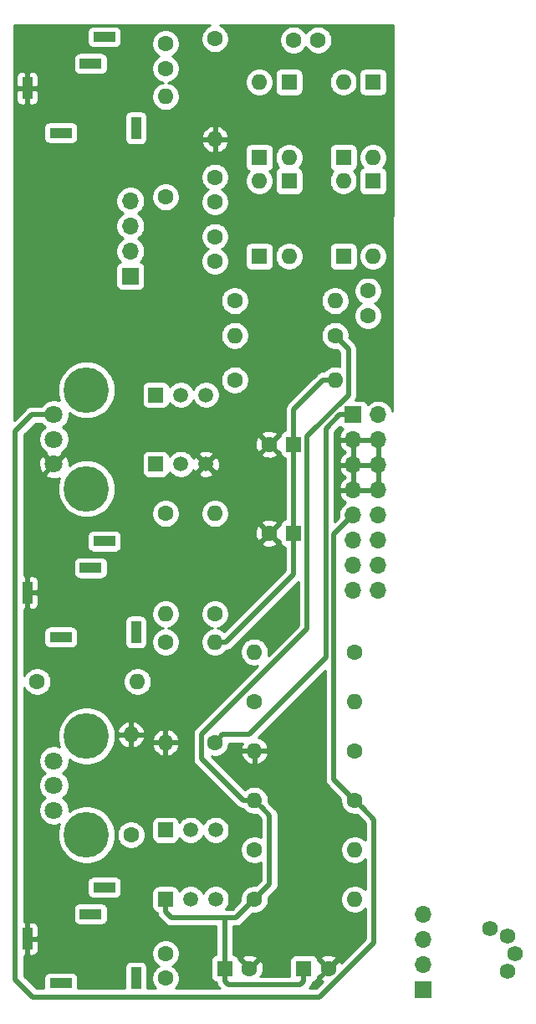
<source format=gbr>
G04 #@! TF.GenerationSoftware,KiCad,Pcbnew,(5.1.5)-3*
G04 #@! TF.CreationDate,2020-07-25T11:56:43-07:00*
G04 #@! TF.ProjectId,VCF_THT,5643465f-5448-4542-9e6b-696361645f70,rev?*
G04 #@! TF.SameCoordinates,Original*
G04 #@! TF.FileFunction,Copper,L2,Bot*
G04 #@! TF.FilePolarity,Positive*
%FSLAX46Y46*%
G04 Gerber Fmt 4.6, Leading zero omitted, Abs format (unit mm)*
G04 Created by KiCad (PCBNEW (5.1.5)-3) date 2020-07-25 11:56:43*
%MOMM*%
%LPD*%
G04 APERTURE LIST*
%ADD10C,4.600000*%
%ADD11C,1.800000*%
%ADD12R,1.600000X1.600000*%
%ADD13O,1.600000X1.600000*%
%ADD14C,1.600000*%
%ADD15R,1.700000X1.700000*%
%ADD16O,1.700000X1.700000*%
%ADD17R,1.000000X2.200000*%
%ADD18R,2.200000X1.000000*%
%ADD19C,1.580000*%
%ADD20C,1.520000*%
%ADD21R,1.520000X1.520000*%
%ADD22C,0.500000*%
%ADD23C,0.254000*%
G04 APERTURE END LIST*
D10*
X8000000Y-72500000D03*
X8000000Y-82500000D03*
D11*
X4700000Y-75000000D03*
X4700000Y-77500000D03*
X4700000Y-80000000D03*
D12*
X25500000Y-24000000D03*
D13*
X25500000Y-16380000D03*
X23000000Y-32000000D03*
D14*
X33160000Y-32000000D03*
D15*
X12440000Y-26000000D03*
D16*
X12440000Y-23460000D03*
X12440000Y-20920000D03*
X12440000Y-18380000D03*
D14*
X16000000Y-5000000D03*
X16000000Y-2500000D03*
D17*
X2000000Y-7000000D03*
D18*
X5400000Y-11500000D03*
D17*
X13000000Y-11000000D03*
D18*
X8400000Y-4500000D03*
X9800000Y-1800000D03*
X9800000Y-52800000D03*
X8400000Y-55500000D03*
D17*
X13000000Y-62000000D03*
D18*
X5400000Y-62500000D03*
D17*
X2000000Y-58000000D03*
D16*
X42080180Y-90543380D03*
X42080180Y-93083380D03*
X42080180Y-95623380D03*
D15*
X42080180Y-98163380D03*
D16*
X37540000Y-57780000D03*
X35000000Y-57780000D03*
X37540000Y-55240000D03*
X35000000Y-55240000D03*
X37540000Y-52700000D03*
X35000000Y-52700000D03*
X37540000Y-50160000D03*
X35000000Y-50160000D03*
X37540000Y-47620000D03*
X35000000Y-47620000D03*
X37540000Y-45080000D03*
X35000000Y-45080000D03*
X37540000Y-42540000D03*
X35000000Y-42540000D03*
X37540000Y-40000000D03*
D15*
X35000000Y-40000000D03*
D17*
X2000000Y-93000000D03*
D18*
X5400000Y-97500000D03*
D17*
X13000000Y-97000000D03*
D18*
X8400000Y-90500000D03*
X9800000Y-87800000D03*
D11*
X4700000Y-45000000D03*
X4700000Y-42500000D03*
X4700000Y-40000000D03*
D10*
X8000000Y-47500000D03*
X8000000Y-37500000D03*
D19*
X48877220Y-91983560D03*
X50673320Y-92727460D03*
X51417220Y-94523560D03*
X50673320Y-96319660D03*
D14*
X26500000Y-52000000D03*
D12*
X29000000Y-52000000D03*
X29000000Y-43000000D03*
D14*
X26500000Y-43000000D03*
X21000000Y-24500000D03*
X21000000Y-22000000D03*
X31452820Y-2115820D03*
X28952820Y-2115820D03*
X36500000Y-27500000D03*
X36500000Y-30000000D03*
X21000000Y-16000000D03*
X21000000Y-18500000D03*
X32500000Y-96000000D03*
D12*
X30000000Y-96000000D03*
X22000000Y-96000000D03*
D14*
X24500000Y-96000000D03*
X16000000Y-94500000D03*
X16000000Y-97000000D03*
D13*
X28500000Y-24000000D03*
D12*
X28500000Y-16380000D03*
D13*
X34000000Y-16380000D03*
D12*
X34000000Y-24000000D03*
D13*
X37000000Y-24000000D03*
D12*
X37000000Y-16380000D03*
X37000000Y-6380000D03*
D13*
X37000000Y-14000000D03*
D12*
X34000000Y-14000000D03*
D13*
X34000000Y-6380000D03*
D12*
X28500000Y-6380000D03*
D13*
X28500000Y-14000000D03*
X25500000Y-6380000D03*
D12*
X25500000Y-14000000D03*
D20*
X17540000Y-38000000D03*
X20080000Y-38000000D03*
D21*
X15000000Y-38000000D03*
X15000000Y-45000000D03*
D20*
X20080000Y-45000000D03*
X17540000Y-45000000D03*
D21*
X16000000Y-82000000D03*
D20*
X21080000Y-82000000D03*
X18540000Y-82000000D03*
X18540000Y-89000000D03*
X21080000Y-89000000D03*
D21*
X16000000Y-89000000D03*
D14*
X16000000Y-18000000D03*
D13*
X16000000Y-7840000D03*
X16000000Y-60160000D03*
D14*
X16000000Y-50000000D03*
D13*
X21000000Y-50000000D03*
D14*
X21000000Y-60160000D03*
X16000000Y-63000000D03*
D13*
X16000000Y-73160000D03*
D14*
X23000000Y-28500000D03*
D13*
X33160000Y-28500000D03*
X33160000Y-36500000D03*
D14*
X23000000Y-36500000D03*
X21000000Y-73160000D03*
D13*
X21000000Y-63000000D03*
X21000000Y-12160000D03*
D14*
X21000000Y-2000000D03*
D13*
X25000000Y-79000000D03*
D14*
X35160000Y-79000000D03*
D13*
X25000000Y-64000000D03*
D14*
X35160000Y-64000000D03*
X25000000Y-89000000D03*
D13*
X35160000Y-89000000D03*
D14*
X35160000Y-74000000D03*
D13*
X25000000Y-74000000D03*
X35160000Y-84000000D03*
D14*
X25000000Y-84000000D03*
X12500000Y-82500000D03*
D13*
X12500000Y-72340000D03*
X35160000Y-69000000D03*
D14*
X25000000Y-69000000D03*
X3000000Y-67000000D03*
D13*
X13160000Y-67000000D03*
D22*
X33160000Y-36500000D02*
X31958080Y-36500000D01*
X29000000Y-39458080D02*
X29000000Y-43000000D01*
X31958080Y-36500000D02*
X29000000Y-39458080D01*
X29000000Y-44300000D02*
X29000000Y-52000000D01*
X29000000Y-43000000D02*
X29000000Y-44300000D01*
X29000000Y-53300000D02*
X29000000Y-52000000D01*
X22131370Y-63000000D02*
X29000000Y-56131370D01*
X29000000Y-56131370D02*
X29000000Y-53300000D01*
X21000000Y-63000000D02*
X22131370Y-63000000D01*
X16000000Y-90260000D02*
X16611040Y-90871040D01*
X16000000Y-89000000D02*
X16000000Y-90260000D01*
X23128960Y-90871040D02*
X25000000Y-89000000D01*
X22000000Y-90955920D02*
X22000000Y-96000000D01*
X21915120Y-90871040D02*
X22000000Y-90955920D01*
X21915120Y-90871040D02*
X23128960Y-90871040D01*
X16611040Y-90871040D02*
X21915120Y-90871040D01*
X30000000Y-97300000D02*
X30000000Y-96000000D01*
X22363000Y-97663000D02*
X29637000Y-97663000D01*
X29637000Y-97663000D02*
X30000000Y-97300000D01*
X22000000Y-96000000D02*
X22000000Y-97300000D01*
X22000000Y-97300000D02*
X22363000Y-97663000D01*
X25799999Y-79799999D02*
X25000000Y-79000000D01*
X26525220Y-80525220D02*
X25799999Y-79799999D01*
X25000000Y-89000000D02*
X26525220Y-87474780D01*
X26525220Y-87474780D02*
X26525220Y-80525220D01*
X23868630Y-79000000D02*
X25000000Y-79000000D01*
X19649999Y-74781369D02*
X23868630Y-79000000D01*
X19649999Y-72351999D02*
X19649999Y-74781369D01*
X30350001Y-61651997D02*
X19649999Y-72351999D01*
X30350001Y-42168615D02*
X30350001Y-61651997D01*
X34510001Y-38008615D02*
X30350001Y-42168615D01*
X34510001Y-33350001D02*
X34510001Y-38008615D01*
X33160000Y-32000000D02*
X34510001Y-33350001D01*
X35160000Y-79000000D02*
X33035240Y-76875240D01*
X33035240Y-52124760D02*
X35000000Y-50160000D01*
X33035240Y-76875240D02*
X33035240Y-52124760D01*
X35959999Y-79799999D02*
X35160000Y-79000000D01*
X31587862Y-98910140D02*
X37099240Y-93398762D01*
X37099240Y-93398762D02*
X37099240Y-80939240D01*
X2494200Y-40000000D02*
X797560Y-41696640D01*
X797560Y-41696640D02*
X797560Y-97149920D01*
X37099240Y-80939240D02*
X35959999Y-79799999D01*
X4700000Y-40000000D02*
X2494200Y-40000000D01*
X797560Y-97149920D02*
X2557780Y-98910140D01*
X2557780Y-98910140D02*
X31587862Y-98910140D01*
X21799999Y-72360001D02*
X24431779Y-72360001D01*
X21000000Y-73160000D02*
X21799999Y-72360001D01*
X33650000Y-40000000D02*
X35000000Y-40000000D01*
X32235230Y-41414770D02*
X33650000Y-40000000D01*
X32235230Y-64556550D02*
X32235230Y-41414770D01*
X24431779Y-72360001D02*
X32235230Y-64556550D01*
D23*
G36*
X32150240Y-76831771D02*
G01*
X32145959Y-76875240D01*
X32150240Y-76918709D01*
X32150240Y-76918716D01*
X32163045Y-77048729D01*
X32213651Y-77215552D01*
X32295829Y-77369298D01*
X32406423Y-77504057D01*
X32440196Y-77531774D01*
X33731983Y-78823561D01*
X33725000Y-78858665D01*
X33725000Y-79141335D01*
X33780147Y-79418574D01*
X33888320Y-79679727D01*
X34045363Y-79914759D01*
X34245241Y-80114637D01*
X34480273Y-80271680D01*
X34741426Y-80379853D01*
X35018665Y-80435000D01*
X35301335Y-80435000D01*
X35336438Y-80428017D01*
X35364952Y-80456531D01*
X35364957Y-80456535D01*
X36214241Y-81305820D01*
X36214241Y-83024845D01*
X36074759Y-82885363D01*
X35839727Y-82728320D01*
X35578574Y-82620147D01*
X35301335Y-82565000D01*
X35018665Y-82565000D01*
X34741426Y-82620147D01*
X34480273Y-82728320D01*
X34245241Y-82885363D01*
X34045363Y-83085241D01*
X33888320Y-83320273D01*
X33780147Y-83581426D01*
X33725000Y-83858665D01*
X33725000Y-84141335D01*
X33780147Y-84418574D01*
X33888320Y-84679727D01*
X34045363Y-84914759D01*
X34245241Y-85114637D01*
X34480273Y-85271680D01*
X34741426Y-85379853D01*
X35018665Y-85435000D01*
X35301335Y-85435000D01*
X35578574Y-85379853D01*
X35839727Y-85271680D01*
X36074759Y-85114637D01*
X36214241Y-84975155D01*
X36214240Y-88024844D01*
X36074759Y-87885363D01*
X35839727Y-87728320D01*
X35578574Y-87620147D01*
X35301335Y-87565000D01*
X35018665Y-87565000D01*
X34741426Y-87620147D01*
X34480273Y-87728320D01*
X34245241Y-87885363D01*
X34045363Y-88085241D01*
X33888320Y-88320273D01*
X33780147Y-88581426D01*
X33725000Y-88858665D01*
X33725000Y-89141335D01*
X33780147Y-89418574D01*
X33888320Y-89679727D01*
X34045363Y-89914759D01*
X34245241Y-90114637D01*
X34480273Y-90271680D01*
X34741426Y-90379853D01*
X35018665Y-90435000D01*
X35301335Y-90435000D01*
X35578574Y-90379853D01*
X35839727Y-90271680D01*
X36074759Y-90114637D01*
X36214240Y-89975156D01*
X36214240Y-93032183D01*
X33819174Y-95427249D01*
X33803603Y-95383708D01*
X33736671Y-95258486D01*
X33492702Y-95186903D01*
X32679605Y-96000000D01*
X32693748Y-96014143D01*
X32514143Y-96193748D01*
X32500000Y-96179605D01*
X31686903Y-96992702D01*
X31758486Y-97236671D01*
X31929048Y-97317376D01*
X31221284Y-98025140D01*
X30526438Y-98025140D01*
X30595045Y-97956533D01*
X30628817Y-97928817D01*
X30739411Y-97794059D01*
X30819630Y-97643979D01*
X30821589Y-97640314D01*
X30872195Y-97473490D01*
X30875683Y-97438072D01*
X30876425Y-97430545D01*
X30924482Y-97425812D01*
X31044180Y-97389502D01*
X31154494Y-97330537D01*
X31251185Y-97251185D01*
X31330537Y-97154494D01*
X31389502Y-97044180D01*
X31425812Y-96924482D01*
X31438072Y-96800000D01*
X31438072Y-96792785D01*
X31507298Y-96813097D01*
X32320395Y-96000000D01*
X31507298Y-95186903D01*
X31438072Y-95207215D01*
X31438072Y-95200000D01*
X31425812Y-95075518D01*
X31405118Y-95007298D01*
X31686903Y-95007298D01*
X32500000Y-95820395D01*
X33313097Y-95007298D01*
X33241514Y-94763329D01*
X32986004Y-94642429D01*
X32711816Y-94573700D01*
X32429488Y-94559783D01*
X32149870Y-94601213D01*
X31883708Y-94696397D01*
X31758486Y-94763329D01*
X31686903Y-95007298D01*
X31405118Y-95007298D01*
X31389502Y-94955820D01*
X31330537Y-94845506D01*
X31251185Y-94748815D01*
X31154494Y-94669463D01*
X31044180Y-94610498D01*
X30924482Y-94574188D01*
X30800000Y-94561928D01*
X29200000Y-94561928D01*
X29075518Y-94574188D01*
X28955820Y-94610498D01*
X28845506Y-94669463D01*
X28748815Y-94748815D01*
X28669463Y-94845506D01*
X28610498Y-94955820D01*
X28574188Y-95075518D01*
X28561928Y-95200000D01*
X28561928Y-96778000D01*
X25612320Y-96778000D01*
X25736671Y-96741514D01*
X25857571Y-96486004D01*
X25926300Y-96211816D01*
X25940217Y-95929488D01*
X25898787Y-95649870D01*
X25803603Y-95383708D01*
X25736671Y-95258486D01*
X25492702Y-95186903D01*
X24679605Y-96000000D01*
X24693748Y-96014143D01*
X24514143Y-96193748D01*
X24500000Y-96179605D01*
X24485858Y-96193748D01*
X24306253Y-96014143D01*
X24320395Y-96000000D01*
X23507298Y-95186903D01*
X23438072Y-95207215D01*
X23438072Y-95200000D01*
X23425812Y-95075518D01*
X23405118Y-95007298D01*
X23686903Y-95007298D01*
X24500000Y-95820395D01*
X25313097Y-95007298D01*
X25241514Y-94763329D01*
X24986004Y-94642429D01*
X24711816Y-94573700D01*
X24429488Y-94559783D01*
X24149870Y-94601213D01*
X23883708Y-94696397D01*
X23758486Y-94763329D01*
X23686903Y-95007298D01*
X23405118Y-95007298D01*
X23389502Y-94955820D01*
X23330537Y-94845506D01*
X23251185Y-94748815D01*
X23154494Y-94669463D01*
X23044180Y-94610498D01*
X22924482Y-94574188D01*
X22885000Y-94570299D01*
X22885000Y-91756040D01*
X23085491Y-91756040D01*
X23128960Y-91760321D01*
X23172429Y-91756040D01*
X23172437Y-91756040D01*
X23302450Y-91743235D01*
X23469273Y-91692629D01*
X23623019Y-91610451D01*
X23757777Y-91499857D01*
X23785494Y-91466084D01*
X24823561Y-90428017D01*
X24858665Y-90435000D01*
X25141335Y-90435000D01*
X25418574Y-90379853D01*
X25679727Y-90271680D01*
X25914759Y-90114637D01*
X26114637Y-89914759D01*
X26271680Y-89679727D01*
X26379853Y-89418574D01*
X26435000Y-89141335D01*
X26435000Y-88858665D01*
X26428017Y-88823561D01*
X27120270Y-88131309D01*
X27154037Y-88103597D01*
X27264631Y-87968839D01*
X27346809Y-87815093D01*
X27397415Y-87648270D01*
X27410220Y-87518257D01*
X27410220Y-87518249D01*
X27414501Y-87474780D01*
X27410220Y-87431311D01*
X27410220Y-80568685D01*
X27414501Y-80525219D01*
X27410220Y-80481753D01*
X27410220Y-80481743D01*
X27397415Y-80351730D01*
X27346809Y-80184907D01*
X27264631Y-80031161D01*
X27240430Y-80001672D01*
X27181752Y-79930173D01*
X27181750Y-79930171D01*
X27154037Y-79896403D01*
X27120269Y-79868690D01*
X26456535Y-79204957D01*
X26456531Y-79204952D01*
X26428017Y-79176438D01*
X26435000Y-79141335D01*
X26435000Y-78858665D01*
X26379853Y-78581426D01*
X26271680Y-78320273D01*
X26114637Y-78085241D01*
X25914759Y-77885363D01*
X25679727Y-77728320D01*
X25418574Y-77620147D01*
X25141335Y-77565000D01*
X24858665Y-77565000D01*
X24581426Y-77620147D01*
X24320273Y-77728320D01*
X24085241Y-77885363D01*
X24045406Y-77925198D01*
X20679587Y-74559379D01*
X20858665Y-74595000D01*
X21141335Y-74595000D01*
X21418574Y-74539853D01*
X21679727Y-74431680D01*
X21803408Y-74349039D01*
X23608096Y-74349039D01*
X23648754Y-74483087D01*
X23768963Y-74737420D01*
X23936481Y-74963414D01*
X24144869Y-75152385D01*
X24386119Y-75297070D01*
X24650960Y-75391909D01*
X24873000Y-75270624D01*
X24873000Y-74127000D01*
X25127000Y-74127000D01*
X25127000Y-75270624D01*
X25349040Y-75391909D01*
X25613881Y-75297070D01*
X25855131Y-75152385D01*
X26063519Y-74963414D01*
X26231037Y-74737420D01*
X26351246Y-74483087D01*
X26391904Y-74349039D01*
X26269915Y-74127000D01*
X25127000Y-74127000D01*
X24873000Y-74127000D01*
X23730085Y-74127000D01*
X23608096Y-74349039D01*
X21803408Y-74349039D01*
X21914759Y-74274637D01*
X22114637Y-74074759D01*
X22271680Y-73839727D01*
X22379853Y-73578574D01*
X22435000Y-73301335D01*
X22435000Y-73245001D01*
X23781993Y-73245001D01*
X23768963Y-73262580D01*
X23648754Y-73516913D01*
X23608096Y-73650961D01*
X23730085Y-73873000D01*
X24873000Y-73873000D01*
X24873000Y-73853000D01*
X25127000Y-73853000D01*
X25127000Y-73873000D01*
X26269915Y-73873000D01*
X26391904Y-73650961D01*
X26351246Y-73516913D01*
X26231037Y-73262580D01*
X26063519Y-73036586D01*
X25855131Y-72847615D01*
X25613881Y-72702930D01*
X25412531Y-72630827D01*
X32150240Y-65893118D01*
X32150240Y-76831771D01*
G37*
X32150240Y-76831771D02*
X32145959Y-76875240D01*
X32150240Y-76918709D01*
X32150240Y-76918716D01*
X32163045Y-77048729D01*
X32213651Y-77215552D01*
X32295829Y-77369298D01*
X32406423Y-77504057D01*
X32440196Y-77531774D01*
X33731983Y-78823561D01*
X33725000Y-78858665D01*
X33725000Y-79141335D01*
X33780147Y-79418574D01*
X33888320Y-79679727D01*
X34045363Y-79914759D01*
X34245241Y-80114637D01*
X34480273Y-80271680D01*
X34741426Y-80379853D01*
X35018665Y-80435000D01*
X35301335Y-80435000D01*
X35336438Y-80428017D01*
X35364952Y-80456531D01*
X35364957Y-80456535D01*
X36214241Y-81305820D01*
X36214241Y-83024845D01*
X36074759Y-82885363D01*
X35839727Y-82728320D01*
X35578574Y-82620147D01*
X35301335Y-82565000D01*
X35018665Y-82565000D01*
X34741426Y-82620147D01*
X34480273Y-82728320D01*
X34245241Y-82885363D01*
X34045363Y-83085241D01*
X33888320Y-83320273D01*
X33780147Y-83581426D01*
X33725000Y-83858665D01*
X33725000Y-84141335D01*
X33780147Y-84418574D01*
X33888320Y-84679727D01*
X34045363Y-84914759D01*
X34245241Y-85114637D01*
X34480273Y-85271680D01*
X34741426Y-85379853D01*
X35018665Y-85435000D01*
X35301335Y-85435000D01*
X35578574Y-85379853D01*
X35839727Y-85271680D01*
X36074759Y-85114637D01*
X36214241Y-84975155D01*
X36214240Y-88024844D01*
X36074759Y-87885363D01*
X35839727Y-87728320D01*
X35578574Y-87620147D01*
X35301335Y-87565000D01*
X35018665Y-87565000D01*
X34741426Y-87620147D01*
X34480273Y-87728320D01*
X34245241Y-87885363D01*
X34045363Y-88085241D01*
X33888320Y-88320273D01*
X33780147Y-88581426D01*
X33725000Y-88858665D01*
X33725000Y-89141335D01*
X33780147Y-89418574D01*
X33888320Y-89679727D01*
X34045363Y-89914759D01*
X34245241Y-90114637D01*
X34480273Y-90271680D01*
X34741426Y-90379853D01*
X35018665Y-90435000D01*
X35301335Y-90435000D01*
X35578574Y-90379853D01*
X35839727Y-90271680D01*
X36074759Y-90114637D01*
X36214240Y-89975156D01*
X36214240Y-93032183D01*
X33819174Y-95427249D01*
X33803603Y-95383708D01*
X33736671Y-95258486D01*
X33492702Y-95186903D01*
X32679605Y-96000000D01*
X32693748Y-96014143D01*
X32514143Y-96193748D01*
X32500000Y-96179605D01*
X31686903Y-96992702D01*
X31758486Y-97236671D01*
X31929048Y-97317376D01*
X31221284Y-98025140D01*
X30526438Y-98025140D01*
X30595045Y-97956533D01*
X30628817Y-97928817D01*
X30739411Y-97794059D01*
X30819630Y-97643979D01*
X30821589Y-97640314D01*
X30872195Y-97473490D01*
X30875683Y-97438072D01*
X30876425Y-97430545D01*
X30924482Y-97425812D01*
X31044180Y-97389502D01*
X31154494Y-97330537D01*
X31251185Y-97251185D01*
X31330537Y-97154494D01*
X31389502Y-97044180D01*
X31425812Y-96924482D01*
X31438072Y-96800000D01*
X31438072Y-96792785D01*
X31507298Y-96813097D01*
X32320395Y-96000000D01*
X31507298Y-95186903D01*
X31438072Y-95207215D01*
X31438072Y-95200000D01*
X31425812Y-95075518D01*
X31405118Y-95007298D01*
X31686903Y-95007298D01*
X32500000Y-95820395D01*
X33313097Y-95007298D01*
X33241514Y-94763329D01*
X32986004Y-94642429D01*
X32711816Y-94573700D01*
X32429488Y-94559783D01*
X32149870Y-94601213D01*
X31883708Y-94696397D01*
X31758486Y-94763329D01*
X31686903Y-95007298D01*
X31405118Y-95007298D01*
X31389502Y-94955820D01*
X31330537Y-94845506D01*
X31251185Y-94748815D01*
X31154494Y-94669463D01*
X31044180Y-94610498D01*
X30924482Y-94574188D01*
X30800000Y-94561928D01*
X29200000Y-94561928D01*
X29075518Y-94574188D01*
X28955820Y-94610498D01*
X28845506Y-94669463D01*
X28748815Y-94748815D01*
X28669463Y-94845506D01*
X28610498Y-94955820D01*
X28574188Y-95075518D01*
X28561928Y-95200000D01*
X28561928Y-96778000D01*
X25612320Y-96778000D01*
X25736671Y-96741514D01*
X25857571Y-96486004D01*
X25926300Y-96211816D01*
X25940217Y-95929488D01*
X25898787Y-95649870D01*
X25803603Y-95383708D01*
X25736671Y-95258486D01*
X25492702Y-95186903D01*
X24679605Y-96000000D01*
X24693748Y-96014143D01*
X24514143Y-96193748D01*
X24500000Y-96179605D01*
X24485858Y-96193748D01*
X24306253Y-96014143D01*
X24320395Y-96000000D01*
X23507298Y-95186903D01*
X23438072Y-95207215D01*
X23438072Y-95200000D01*
X23425812Y-95075518D01*
X23405118Y-95007298D01*
X23686903Y-95007298D01*
X24500000Y-95820395D01*
X25313097Y-95007298D01*
X25241514Y-94763329D01*
X24986004Y-94642429D01*
X24711816Y-94573700D01*
X24429488Y-94559783D01*
X24149870Y-94601213D01*
X23883708Y-94696397D01*
X23758486Y-94763329D01*
X23686903Y-95007298D01*
X23405118Y-95007298D01*
X23389502Y-94955820D01*
X23330537Y-94845506D01*
X23251185Y-94748815D01*
X23154494Y-94669463D01*
X23044180Y-94610498D01*
X22924482Y-94574188D01*
X22885000Y-94570299D01*
X22885000Y-91756040D01*
X23085491Y-91756040D01*
X23128960Y-91760321D01*
X23172429Y-91756040D01*
X23172437Y-91756040D01*
X23302450Y-91743235D01*
X23469273Y-91692629D01*
X23623019Y-91610451D01*
X23757777Y-91499857D01*
X23785494Y-91466084D01*
X24823561Y-90428017D01*
X24858665Y-90435000D01*
X25141335Y-90435000D01*
X25418574Y-90379853D01*
X25679727Y-90271680D01*
X25914759Y-90114637D01*
X26114637Y-89914759D01*
X26271680Y-89679727D01*
X26379853Y-89418574D01*
X26435000Y-89141335D01*
X26435000Y-88858665D01*
X26428017Y-88823561D01*
X27120270Y-88131309D01*
X27154037Y-88103597D01*
X27264631Y-87968839D01*
X27346809Y-87815093D01*
X27397415Y-87648270D01*
X27410220Y-87518257D01*
X27410220Y-87518249D01*
X27414501Y-87474780D01*
X27410220Y-87431311D01*
X27410220Y-80568685D01*
X27414501Y-80525219D01*
X27410220Y-80481753D01*
X27410220Y-80481743D01*
X27397415Y-80351730D01*
X27346809Y-80184907D01*
X27264631Y-80031161D01*
X27240430Y-80001672D01*
X27181752Y-79930173D01*
X27181750Y-79930171D01*
X27154037Y-79896403D01*
X27120269Y-79868690D01*
X26456535Y-79204957D01*
X26456531Y-79204952D01*
X26428017Y-79176438D01*
X26435000Y-79141335D01*
X26435000Y-78858665D01*
X26379853Y-78581426D01*
X26271680Y-78320273D01*
X26114637Y-78085241D01*
X25914759Y-77885363D01*
X25679727Y-77728320D01*
X25418574Y-77620147D01*
X25141335Y-77565000D01*
X24858665Y-77565000D01*
X24581426Y-77620147D01*
X24320273Y-77728320D01*
X24085241Y-77885363D01*
X24045406Y-77925198D01*
X20679587Y-74559379D01*
X20858665Y-74595000D01*
X21141335Y-74595000D01*
X21418574Y-74539853D01*
X21679727Y-74431680D01*
X21803408Y-74349039D01*
X23608096Y-74349039D01*
X23648754Y-74483087D01*
X23768963Y-74737420D01*
X23936481Y-74963414D01*
X24144869Y-75152385D01*
X24386119Y-75297070D01*
X24650960Y-75391909D01*
X24873000Y-75270624D01*
X24873000Y-74127000D01*
X25127000Y-74127000D01*
X25127000Y-75270624D01*
X25349040Y-75391909D01*
X25613881Y-75297070D01*
X25855131Y-75152385D01*
X26063519Y-74963414D01*
X26231037Y-74737420D01*
X26351246Y-74483087D01*
X26391904Y-74349039D01*
X26269915Y-74127000D01*
X25127000Y-74127000D01*
X24873000Y-74127000D01*
X23730085Y-74127000D01*
X23608096Y-74349039D01*
X21803408Y-74349039D01*
X21914759Y-74274637D01*
X22114637Y-74074759D01*
X22271680Y-73839727D01*
X22379853Y-73578574D01*
X22435000Y-73301335D01*
X22435000Y-73245001D01*
X23781993Y-73245001D01*
X23768963Y-73262580D01*
X23648754Y-73516913D01*
X23608096Y-73650961D01*
X23730085Y-73873000D01*
X24873000Y-73873000D01*
X24873000Y-73853000D01*
X25127000Y-73853000D01*
X25127000Y-73873000D01*
X26269915Y-73873000D01*
X26391904Y-73650961D01*
X26351246Y-73516913D01*
X26231037Y-73262580D01*
X26063519Y-73036586D01*
X25855131Y-72847615D01*
X25613881Y-72702930D01*
X25412531Y-72630827D01*
X32150240Y-65893118D01*
X32150240Y-76831771D01*
G36*
X20320273Y-728320D02*
G01*
X20085241Y-885363D01*
X19885363Y-1085241D01*
X19728320Y-1320273D01*
X19620147Y-1581426D01*
X19565000Y-1858665D01*
X19565000Y-2141335D01*
X19620147Y-2418574D01*
X19728320Y-2679727D01*
X19885363Y-2914759D01*
X20085241Y-3114637D01*
X20320273Y-3271680D01*
X20581426Y-3379853D01*
X20858665Y-3435000D01*
X21141335Y-3435000D01*
X21418574Y-3379853D01*
X21679727Y-3271680D01*
X21914759Y-3114637D01*
X22114637Y-2914759D01*
X22271680Y-2679727D01*
X22379853Y-2418574D01*
X22435000Y-2141335D01*
X22435000Y-1974485D01*
X27517820Y-1974485D01*
X27517820Y-2257155D01*
X27572967Y-2534394D01*
X27681140Y-2795547D01*
X27838183Y-3030579D01*
X28038061Y-3230457D01*
X28273093Y-3387500D01*
X28534246Y-3495673D01*
X28811485Y-3550820D01*
X29094155Y-3550820D01*
X29371394Y-3495673D01*
X29632547Y-3387500D01*
X29867579Y-3230457D01*
X30067457Y-3030579D01*
X30202820Y-2827993D01*
X30338183Y-3030579D01*
X30538061Y-3230457D01*
X30773093Y-3387500D01*
X31034246Y-3495673D01*
X31311485Y-3550820D01*
X31594155Y-3550820D01*
X31871394Y-3495673D01*
X32132547Y-3387500D01*
X32367579Y-3230457D01*
X32567457Y-3030579D01*
X32724500Y-2795547D01*
X32832673Y-2534394D01*
X32887820Y-2257155D01*
X32887820Y-1974485D01*
X32832673Y-1697246D01*
X32724500Y-1436093D01*
X32567457Y-1201061D01*
X32367579Y-1001183D01*
X32132547Y-844140D01*
X31871394Y-735967D01*
X31594155Y-680820D01*
X31311485Y-680820D01*
X31034246Y-735967D01*
X30773093Y-844140D01*
X30538061Y-1001183D01*
X30338183Y-1201061D01*
X30202820Y-1403647D01*
X30067457Y-1201061D01*
X29867579Y-1001183D01*
X29632547Y-844140D01*
X29371394Y-735967D01*
X29094155Y-680820D01*
X28811485Y-680820D01*
X28534246Y-735967D01*
X28273093Y-844140D01*
X28038061Y-1001183D01*
X27838183Y-1201061D01*
X27681140Y-1436093D01*
X27572967Y-1697246D01*
X27517820Y-1974485D01*
X22435000Y-1974485D01*
X22435000Y-1858665D01*
X22379853Y-1581426D01*
X22271680Y-1320273D01*
X22114637Y-1085241D01*
X21914759Y-885363D01*
X21679727Y-728320D01*
X21514788Y-660000D01*
X38998894Y-660000D01*
X38983048Y-39642837D01*
X38967932Y-39566842D01*
X38855990Y-39296589D01*
X38693475Y-39053368D01*
X38486632Y-38846525D01*
X38243411Y-38684010D01*
X37973158Y-38572068D01*
X37686260Y-38515000D01*
X37393740Y-38515000D01*
X37106842Y-38572068D01*
X36836589Y-38684010D01*
X36593368Y-38846525D01*
X36461513Y-38978380D01*
X36439502Y-38905820D01*
X36380537Y-38795506D01*
X36301185Y-38698815D01*
X36204494Y-38619463D01*
X36094180Y-38560498D01*
X35974482Y-38524188D01*
X35850000Y-38511928D01*
X35241817Y-38511928D01*
X35249411Y-38502675D01*
X35249412Y-38502674D01*
X35331590Y-38348928D01*
X35382196Y-38182105D01*
X35395001Y-38052092D01*
X35395001Y-38052082D01*
X35399282Y-38008616D01*
X35395001Y-37965150D01*
X35395001Y-33393470D01*
X35399282Y-33350001D01*
X35395001Y-33306532D01*
X35395001Y-33306524D01*
X35382196Y-33176511D01*
X35331590Y-33009688D01*
X35249412Y-32855942D01*
X35138818Y-32721184D01*
X35105051Y-32693472D01*
X34588017Y-32176439D01*
X34595000Y-32141335D01*
X34595000Y-31858665D01*
X34539853Y-31581426D01*
X34431680Y-31320273D01*
X34274637Y-31085241D01*
X34074759Y-30885363D01*
X33839727Y-30728320D01*
X33578574Y-30620147D01*
X33301335Y-30565000D01*
X33018665Y-30565000D01*
X32741426Y-30620147D01*
X32480273Y-30728320D01*
X32245241Y-30885363D01*
X32045363Y-31085241D01*
X31888320Y-31320273D01*
X31780147Y-31581426D01*
X31725000Y-31858665D01*
X31725000Y-32141335D01*
X31780147Y-32418574D01*
X31888320Y-32679727D01*
X32045363Y-32914759D01*
X32245241Y-33114637D01*
X32480273Y-33271680D01*
X32741426Y-33379853D01*
X33018665Y-33435000D01*
X33301335Y-33435000D01*
X33336439Y-33428017D01*
X33625001Y-33716580D01*
X33625001Y-35139378D01*
X33578574Y-35120147D01*
X33301335Y-35065000D01*
X33018665Y-35065000D01*
X32741426Y-35120147D01*
X32480273Y-35228320D01*
X32245241Y-35385363D01*
X32045363Y-35585241D01*
X32025479Y-35615000D01*
X32001549Y-35615000D01*
X31958080Y-35610719D01*
X31914611Y-35615000D01*
X31914603Y-35615000D01*
X31784590Y-35627805D01*
X31617767Y-35678411D01*
X31464021Y-35760589D01*
X31363033Y-35843468D01*
X31363031Y-35843470D01*
X31329263Y-35871183D01*
X31301550Y-35904951D01*
X28404956Y-38801546D01*
X28371183Y-38829263D01*
X28260589Y-38964022D01*
X28178411Y-39117768D01*
X28127805Y-39284591D01*
X28115000Y-39414604D01*
X28115000Y-39414611D01*
X28110719Y-39458080D01*
X28115000Y-39501549D01*
X28115001Y-41570299D01*
X28075518Y-41574188D01*
X27955820Y-41610498D01*
X27845506Y-41669463D01*
X27748815Y-41748815D01*
X27669463Y-41845506D01*
X27610498Y-41955820D01*
X27574188Y-42075518D01*
X27561928Y-42200000D01*
X27561928Y-42207215D01*
X27492702Y-42186903D01*
X26679605Y-43000000D01*
X27492702Y-43813097D01*
X27561928Y-43792785D01*
X27561928Y-43800000D01*
X27574188Y-43924482D01*
X27610498Y-44044180D01*
X27669463Y-44154494D01*
X27748815Y-44251185D01*
X27845506Y-44330537D01*
X27955820Y-44389502D01*
X28075518Y-44425812D01*
X28115000Y-44429701D01*
X28115001Y-50570299D01*
X28075518Y-50574188D01*
X27955820Y-50610498D01*
X27845506Y-50669463D01*
X27748815Y-50748815D01*
X27669463Y-50845506D01*
X27610498Y-50955820D01*
X27574188Y-51075518D01*
X27561928Y-51200000D01*
X27561928Y-51207215D01*
X27492702Y-51186903D01*
X26679605Y-52000000D01*
X27492702Y-52813097D01*
X27561928Y-52792785D01*
X27561928Y-52800000D01*
X27574188Y-52924482D01*
X27610498Y-53044180D01*
X27669463Y-53154494D01*
X27748815Y-53251185D01*
X27845506Y-53330537D01*
X27955820Y-53389502D01*
X28075518Y-53425812D01*
X28115001Y-53429701D01*
X28115000Y-55764791D01*
X21954594Y-61925198D01*
X21914759Y-61885363D01*
X21679727Y-61728320D01*
X21418574Y-61620147D01*
X21216744Y-61580000D01*
X21418574Y-61539853D01*
X21679727Y-61431680D01*
X21914759Y-61274637D01*
X22114637Y-61074759D01*
X22271680Y-60839727D01*
X22379853Y-60578574D01*
X22435000Y-60301335D01*
X22435000Y-60018665D01*
X22379853Y-59741426D01*
X22271680Y-59480273D01*
X22114637Y-59245241D01*
X21914759Y-59045363D01*
X21679727Y-58888320D01*
X21418574Y-58780147D01*
X21141335Y-58725000D01*
X20858665Y-58725000D01*
X20581426Y-58780147D01*
X20320273Y-58888320D01*
X20085241Y-59045363D01*
X19885363Y-59245241D01*
X19728320Y-59480273D01*
X19620147Y-59741426D01*
X19565000Y-60018665D01*
X19565000Y-60301335D01*
X19620147Y-60578574D01*
X19728320Y-60839727D01*
X19885363Y-61074759D01*
X20085241Y-61274637D01*
X20320273Y-61431680D01*
X20581426Y-61539853D01*
X20783256Y-61580000D01*
X20581426Y-61620147D01*
X20320273Y-61728320D01*
X20085241Y-61885363D01*
X19885363Y-62085241D01*
X19728320Y-62320273D01*
X19620147Y-62581426D01*
X19565000Y-62858665D01*
X19565000Y-63141335D01*
X19620147Y-63418574D01*
X19728320Y-63679727D01*
X19885363Y-63914759D01*
X20085241Y-64114637D01*
X20320273Y-64271680D01*
X20581426Y-64379853D01*
X20858665Y-64435000D01*
X21141335Y-64435000D01*
X21418574Y-64379853D01*
X21679727Y-64271680D01*
X21914759Y-64114637D01*
X22114637Y-63914759D01*
X22131681Y-63889250D01*
X22174839Y-63885000D01*
X22174847Y-63885000D01*
X22304860Y-63872195D01*
X22471683Y-63821589D01*
X22625429Y-63739411D01*
X22760187Y-63628817D01*
X22787904Y-63595044D01*
X29465002Y-56917947D01*
X29465002Y-61285417D01*
X26391774Y-64358646D01*
X26435000Y-64141335D01*
X26435000Y-63858665D01*
X26379853Y-63581426D01*
X26271680Y-63320273D01*
X26114637Y-63085241D01*
X25914759Y-62885363D01*
X25679727Y-62728320D01*
X25418574Y-62620147D01*
X25141335Y-62565000D01*
X24858665Y-62565000D01*
X24581426Y-62620147D01*
X24320273Y-62728320D01*
X24085241Y-62885363D01*
X23885363Y-63085241D01*
X23728320Y-63320273D01*
X23620147Y-63581426D01*
X23565000Y-63858665D01*
X23565000Y-64141335D01*
X23620147Y-64418574D01*
X23728320Y-64679727D01*
X23885363Y-64914759D01*
X24085241Y-65114637D01*
X24320273Y-65271680D01*
X24581426Y-65379853D01*
X24858665Y-65435000D01*
X25141335Y-65435000D01*
X25358646Y-65391774D01*
X19054955Y-71695465D01*
X19021182Y-71723182D01*
X18910588Y-71857941D01*
X18828410Y-72011687D01*
X18777804Y-72178510D01*
X18764999Y-72308523D01*
X18764999Y-72308530D01*
X18760718Y-72351999D01*
X18764999Y-72395468D01*
X18765000Y-74737890D01*
X18760718Y-74781369D01*
X18777804Y-74954859D01*
X18828411Y-75121682D01*
X18910589Y-75275428D01*
X18993467Y-75376415D01*
X18993470Y-75376418D01*
X19021183Y-75410186D01*
X19054950Y-75437899D01*
X23212100Y-79595049D01*
X23239813Y-79628817D01*
X23273581Y-79656530D01*
X23273583Y-79656532D01*
X23299487Y-79677791D01*
X23374571Y-79739411D01*
X23528317Y-79821589D01*
X23695140Y-79872195D01*
X23825153Y-79885000D01*
X23825163Y-79885000D01*
X23868319Y-79889250D01*
X23885363Y-79914759D01*
X24085241Y-80114637D01*
X24320273Y-80271680D01*
X24581426Y-80379853D01*
X24858665Y-80435000D01*
X25141335Y-80435000D01*
X25176438Y-80428017D01*
X25204952Y-80456531D01*
X25204957Y-80456535D01*
X25640221Y-80891800D01*
X25640221Y-82711956D01*
X25418574Y-82620147D01*
X25141335Y-82565000D01*
X24858665Y-82565000D01*
X24581426Y-82620147D01*
X24320273Y-82728320D01*
X24085241Y-82885363D01*
X23885363Y-83085241D01*
X23728320Y-83320273D01*
X23620147Y-83581426D01*
X23565000Y-83858665D01*
X23565000Y-84141335D01*
X23620147Y-84418574D01*
X23728320Y-84679727D01*
X23885363Y-84914759D01*
X24085241Y-85114637D01*
X24320273Y-85271680D01*
X24581426Y-85379853D01*
X24858665Y-85435000D01*
X25141335Y-85435000D01*
X25418574Y-85379853D01*
X25640220Y-85288044D01*
X25640220Y-87108201D01*
X25176439Y-87571983D01*
X25141335Y-87565000D01*
X24858665Y-87565000D01*
X24581426Y-87620147D01*
X24320273Y-87728320D01*
X24085241Y-87885363D01*
X23885363Y-88085241D01*
X23728320Y-88320273D01*
X23620147Y-88581426D01*
X23565000Y-88858665D01*
X23565000Y-89141335D01*
X23571983Y-89176439D01*
X22762382Y-89986040D01*
X22066788Y-89986040D01*
X22163567Y-89889261D01*
X22316233Y-89660780D01*
X22421391Y-89406907D01*
X22475000Y-89137396D01*
X22475000Y-88862604D01*
X22421391Y-88593093D01*
X22316233Y-88339220D01*
X22163567Y-88110739D01*
X21969261Y-87916433D01*
X21740780Y-87763767D01*
X21486907Y-87658609D01*
X21217396Y-87605000D01*
X20942604Y-87605000D01*
X20673093Y-87658609D01*
X20419220Y-87763767D01*
X20190739Y-87916433D01*
X19996433Y-88110739D01*
X19843767Y-88339220D01*
X19810000Y-88420740D01*
X19776233Y-88339220D01*
X19623567Y-88110739D01*
X19429261Y-87916433D01*
X19200780Y-87763767D01*
X18946907Y-87658609D01*
X18677396Y-87605000D01*
X18402604Y-87605000D01*
X18133093Y-87658609D01*
X17879220Y-87763767D01*
X17650739Y-87916433D01*
X17456433Y-88110739D01*
X17394474Y-88203467D01*
X17385812Y-88115518D01*
X17349502Y-87995820D01*
X17290537Y-87885506D01*
X17211185Y-87788815D01*
X17114494Y-87709463D01*
X17004180Y-87650498D01*
X16884482Y-87614188D01*
X16760000Y-87601928D01*
X15240000Y-87601928D01*
X15115518Y-87614188D01*
X14995820Y-87650498D01*
X14885506Y-87709463D01*
X14788815Y-87788815D01*
X14709463Y-87885506D01*
X14650498Y-87995820D01*
X14614188Y-88115518D01*
X14601928Y-88240000D01*
X14601928Y-89760000D01*
X14614188Y-89884482D01*
X14650498Y-90004180D01*
X14709463Y-90114494D01*
X14788815Y-90211185D01*
X14885506Y-90290537D01*
X14995820Y-90349502D01*
X15115518Y-90385812D01*
X15123184Y-90386567D01*
X15127805Y-90433490D01*
X15178412Y-90600313D01*
X15260590Y-90754059D01*
X15343468Y-90855046D01*
X15343471Y-90855049D01*
X15371184Y-90888817D01*
X15404951Y-90916529D01*
X15954510Y-91466089D01*
X15982223Y-91499857D01*
X16015991Y-91527570D01*
X16015993Y-91527572D01*
X16019606Y-91530537D01*
X16116981Y-91610451D01*
X16270727Y-91692629D01*
X16437550Y-91743235D01*
X16567563Y-91756040D01*
X16567573Y-91756040D01*
X16611039Y-91760321D01*
X16654506Y-91756040D01*
X21115000Y-91756040D01*
X21115001Y-94570299D01*
X21075518Y-94574188D01*
X20955820Y-94610498D01*
X20845506Y-94669463D01*
X20748815Y-94748815D01*
X20669463Y-94845506D01*
X20610498Y-94955820D01*
X20574188Y-95075518D01*
X20561928Y-95200000D01*
X20561928Y-96800000D01*
X20574188Y-96924482D01*
X20610498Y-97044180D01*
X20669463Y-97154494D01*
X20748815Y-97251185D01*
X20845506Y-97330537D01*
X20955820Y-97389502D01*
X21075518Y-97425812D01*
X21123576Y-97430545D01*
X21127805Y-97473490D01*
X21178412Y-97640313D01*
X21260590Y-97794059D01*
X21343468Y-97895046D01*
X21343471Y-97895049D01*
X21371184Y-97928817D01*
X21404952Y-97956530D01*
X21473562Y-98025140D01*
X17004256Y-98025140D01*
X17114637Y-97914759D01*
X17271680Y-97679727D01*
X17379853Y-97418574D01*
X17435000Y-97141335D01*
X17435000Y-96858665D01*
X17379853Y-96581426D01*
X17271680Y-96320273D01*
X17114637Y-96085241D01*
X16914759Y-95885363D01*
X16712173Y-95750000D01*
X16914759Y-95614637D01*
X17114637Y-95414759D01*
X17271680Y-95179727D01*
X17379853Y-94918574D01*
X17435000Y-94641335D01*
X17435000Y-94358665D01*
X17379853Y-94081426D01*
X17271680Y-93820273D01*
X17114637Y-93585241D01*
X16914759Y-93385363D01*
X16679727Y-93228320D01*
X16418574Y-93120147D01*
X16141335Y-93065000D01*
X15858665Y-93065000D01*
X15581426Y-93120147D01*
X15320273Y-93228320D01*
X15085241Y-93385363D01*
X14885363Y-93585241D01*
X14728320Y-93820273D01*
X14620147Y-94081426D01*
X14565000Y-94358665D01*
X14565000Y-94641335D01*
X14620147Y-94918574D01*
X14728320Y-95179727D01*
X14885363Y-95414759D01*
X15085241Y-95614637D01*
X15287827Y-95750000D01*
X15085241Y-95885363D01*
X14885363Y-96085241D01*
X14728320Y-96320273D01*
X14620147Y-96581426D01*
X14565000Y-96858665D01*
X14565000Y-97141335D01*
X14620147Y-97418574D01*
X14728320Y-97679727D01*
X14885363Y-97914759D01*
X14995744Y-98025140D01*
X14138072Y-98025140D01*
X14138072Y-95900000D01*
X14125812Y-95775518D01*
X14089502Y-95655820D01*
X14030537Y-95545506D01*
X13951185Y-95448815D01*
X13854494Y-95369463D01*
X13744180Y-95310498D01*
X13624482Y-95274188D01*
X13500000Y-95261928D01*
X12500000Y-95261928D01*
X12375518Y-95274188D01*
X12255820Y-95310498D01*
X12145506Y-95369463D01*
X12048815Y-95448815D01*
X11969463Y-95545506D01*
X11910498Y-95655820D01*
X11874188Y-95775518D01*
X11861928Y-95900000D01*
X11861928Y-98025140D01*
X7135596Y-98025140D01*
X7138072Y-98000000D01*
X7138072Y-97000000D01*
X7125812Y-96875518D01*
X7089502Y-96755820D01*
X7030537Y-96645506D01*
X6951185Y-96548815D01*
X6854494Y-96469463D01*
X6744180Y-96410498D01*
X6624482Y-96374188D01*
X6500000Y-96361928D01*
X4300000Y-96361928D01*
X4175518Y-96374188D01*
X4055820Y-96410498D01*
X3945506Y-96469463D01*
X3848815Y-96548815D01*
X3769463Y-96645506D01*
X3710498Y-96755820D01*
X3674188Y-96875518D01*
X3661928Y-97000000D01*
X3661928Y-98000000D01*
X3664404Y-98025140D01*
X2924359Y-98025140D01*
X1682560Y-96783342D01*
X1682560Y-94735454D01*
X1714250Y-94735000D01*
X1873000Y-94576250D01*
X1873000Y-93127000D01*
X2127000Y-93127000D01*
X2127000Y-94576250D01*
X2285750Y-94735000D01*
X2500000Y-94738072D01*
X2624482Y-94725812D01*
X2744180Y-94689502D01*
X2854494Y-94630537D01*
X2951185Y-94551185D01*
X3030537Y-94454494D01*
X3089502Y-94344180D01*
X3125812Y-94224482D01*
X3138072Y-94100000D01*
X3135000Y-93285750D01*
X2976250Y-93127000D01*
X2127000Y-93127000D01*
X1873000Y-93127000D01*
X1853000Y-93127000D01*
X1853000Y-92873000D01*
X1873000Y-92873000D01*
X1873000Y-91423750D01*
X2127000Y-91423750D01*
X2127000Y-92873000D01*
X2976250Y-92873000D01*
X3135000Y-92714250D01*
X3138072Y-91900000D01*
X3125812Y-91775518D01*
X3089502Y-91655820D01*
X3030537Y-91545506D01*
X2951185Y-91448815D01*
X2854494Y-91369463D01*
X2744180Y-91310498D01*
X2624482Y-91274188D01*
X2500000Y-91261928D01*
X2285750Y-91265000D01*
X2127000Y-91423750D01*
X1873000Y-91423750D01*
X1714250Y-91265000D01*
X1682560Y-91264546D01*
X1682560Y-90000000D01*
X6661928Y-90000000D01*
X6661928Y-91000000D01*
X6674188Y-91124482D01*
X6710498Y-91244180D01*
X6769463Y-91354494D01*
X6848815Y-91451185D01*
X6945506Y-91530537D01*
X7055820Y-91589502D01*
X7175518Y-91625812D01*
X7300000Y-91638072D01*
X9500000Y-91638072D01*
X9624482Y-91625812D01*
X9744180Y-91589502D01*
X9854494Y-91530537D01*
X9951185Y-91451185D01*
X10030537Y-91354494D01*
X10089502Y-91244180D01*
X10125812Y-91124482D01*
X10138072Y-91000000D01*
X10138072Y-90000000D01*
X10125812Y-89875518D01*
X10089502Y-89755820D01*
X10030537Y-89645506D01*
X9951185Y-89548815D01*
X9854494Y-89469463D01*
X9744180Y-89410498D01*
X9624482Y-89374188D01*
X9500000Y-89361928D01*
X7300000Y-89361928D01*
X7175518Y-89374188D01*
X7055820Y-89410498D01*
X6945506Y-89469463D01*
X6848815Y-89548815D01*
X6769463Y-89645506D01*
X6710498Y-89755820D01*
X6674188Y-89875518D01*
X6661928Y-90000000D01*
X1682560Y-90000000D01*
X1682560Y-87300000D01*
X8061928Y-87300000D01*
X8061928Y-88300000D01*
X8074188Y-88424482D01*
X8110498Y-88544180D01*
X8169463Y-88654494D01*
X8248815Y-88751185D01*
X8345506Y-88830537D01*
X8455820Y-88889502D01*
X8575518Y-88925812D01*
X8700000Y-88938072D01*
X10900000Y-88938072D01*
X11024482Y-88925812D01*
X11144180Y-88889502D01*
X11254494Y-88830537D01*
X11351185Y-88751185D01*
X11430537Y-88654494D01*
X11489502Y-88544180D01*
X11525812Y-88424482D01*
X11538072Y-88300000D01*
X11538072Y-87300000D01*
X11525812Y-87175518D01*
X11489502Y-87055820D01*
X11430537Y-86945506D01*
X11351185Y-86848815D01*
X11254494Y-86769463D01*
X11144180Y-86710498D01*
X11024482Y-86674188D01*
X10900000Y-86661928D01*
X8700000Y-86661928D01*
X8575518Y-86674188D01*
X8455820Y-86710498D01*
X8345506Y-86769463D01*
X8248815Y-86848815D01*
X8169463Y-86945506D01*
X8110498Y-87055820D01*
X8074188Y-87175518D01*
X8061928Y-87300000D01*
X1682560Y-87300000D01*
X1682560Y-74848816D01*
X3165000Y-74848816D01*
X3165000Y-75151184D01*
X3223989Y-75447743D01*
X3339701Y-75727095D01*
X3507688Y-75978505D01*
X3721495Y-76192312D01*
X3807831Y-76250000D01*
X3721495Y-76307688D01*
X3507688Y-76521495D01*
X3339701Y-76772905D01*
X3223989Y-77052257D01*
X3165000Y-77348816D01*
X3165000Y-77651184D01*
X3223989Y-77947743D01*
X3339701Y-78227095D01*
X3507688Y-78478505D01*
X3721495Y-78692312D01*
X3807831Y-78750000D01*
X3721495Y-78807688D01*
X3507688Y-79021495D01*
X3339701Y-79272905D01*
X3223989Y-79552257D01*
X3165000Y-79848816D01*
X3165000Y-80151184D01*
X3223989Y-80447743D01*
X3339701Y-80727095D01*
X3507688Y-80978505D01*
X3721495Y-81192312D01*
X3972905Y-81360299D01*
X4252257Y-81476011D01*
X4548816Y-81535000D01*
X4851184Y-81535000D01*
X5147743Y-81476011D01*
X5267955Y-81426217D01*
X5177791Y-81643892D01*
X5065000Y-82210928D01*
X5065000Y-82789072D01*
X5177791Y-83356108D01*
X5399037Y-83890244D01*
X5720237Y-84370953D01*
X6129047Y-84779763D01*
X6609756Y-85100963D01*
X7143892Y-85322209D01*
X7710928Y-85435000D01*
X8289072Y-85435000D01*
X8856108Y-85322209D01*
X9390244Y-85100963D01*
X9870953Y-84779763D01*
X10279763Y-84370953D01*
X10600963Y-83890244D01*
X10822209Y-83356108D01*
X10935000Y-82789072D01*
X10935000Y-82358665D01*
X11065000Y-82358665D01*
X11065000Y-82641335D01*
X11120147Y-82918574D01*
X11228320Y-83179727D01*
X11385363Y-83414759D01*
X11585241Y-83614637D01*
X11820273Y-83771680D01*
X12081426Y-83879853D01*
X12358665Y-83935000D01*
X12641335Y-83935000D01*
X12918574Y-83879853D01*
X13179727Y-83771680D01*
X13414759Y-83614637D01*
X13614637Y-83414759D01*
X13771680Y-83179727D01*
X13879853Y-82918574D01*
X13935000Y-82641335D01*
X13935000Y-82358665D01*
X13879853Y-82081426D01*
X13771680Y-81820273D01*
X13614637Y-81585241D01*
X13414759Y-81385363D01*
X13197208Y-81240000D01*
X14601928Y-81240000D01*
X14601928Y-82760000D01*
X14614188Y-82884482D01*
X14650498Y-83004180D01*
X14709463Y-83114494D01*
X14788815Y-83211185D01*
X14885506Y-83290537D01*
X14995820Y-83349502D01*
X15115518Y-83385812D01*
X15240000Y-83398072D01*
X16760000Y-83398072D01*
X16884482Y-83385812D01*
X17004180Y-83349502D01*
X17114494Y-83290537D01*
X17211185Y-83211185D01*
X17290537Y-83114494D01*
X17349502Y-83004180D01*
X17385812Y-82884482D01*
X17394474Y-82796533D01*
X17456433Y-82889261D01*
X17650739Y-83083567D01*
X17879220Y-83236233D01*
X18133093Y-83341391D01*
X18402604Y-83395000D01*
X18677396Y-83395000D01*
X18946907Y-83341391D01*
X19200780Y-83236233D01*
X19429261Y-83083567D01*
X19623567Y-82889261D01*
X19776233Y-82660780D01*
X19810000Y-82579260D01*
X19843767Y-82660780D01*
X19996433Y-82889261D01*
X20190739Y-83083567D01*
X20419220Y-83236233D01*
X20673093Y-83341391D01*
X20942604Y-83395000D01*
X21217396Y-83395000D01*
X21486907Y-83341391D01*
X21740780Y-83236233D01*
X21969261Y-83083567D01*
X22163567Y-82889261D01*
X22316233Y-82660780D01*
X22421391Y-82406907D01*
X22475000Y-82137396D01*
X22475000Y-81862604D01*
X22421391Y-81593093D01*
X22316233Y-81339220D01*
X22163567Y-81110739D01*
X21969261Y-80916433D01*
X21740780Y-80763767D01*
X21486907Y-80658609D01*
X21217396Y-80605000D01*
X20942604Y-80605000D01*
X20673093Y-80658609D01*
X20419220Y-80763767D01*
X20190739Y-80916433D01*
X19996433Y-81110739D01*
X19843767Y-81339220D01*
X19810000Y-81420740D01*
X19776233Y-81339220D01*
X19623567Y-81110739D01*
X19429261Y-80916433D01*
X19200780Y-80763767D01*
X18946907Y-80658609D01*
X18677396Y-80605000D01*
X18402604Y-80605000D01*
X18133093Y-80658609D01*
X17879220Y-80763767D01*
X17650739Y-80916433D01*
X17456433Y-81110739D01*
X17394474Y-81203467D01*
X17385812Y-81115518D01*
X17349502Y-80995820D01*
X17290537Y-80885506D01*
X17211185Y-80788815D01*
X17114494Y-80709463D01*
X17004180Y-80650498D01*
X16884482Y-80614188D01*
X16760000Y-80601928D01*
X15240000Y-80601928D01*
X15115518Y-80614188D01*
X14995820Y-80650498D01*
X14885506Y-80709463D01*
X14788815Y-80788815D01*
X14709463Y-80885506D01*
X14650498Y-80995820D01*
X14614188Y-81115518D01*
X14601928Y-81240000D01*
X13197208Y-81240000D01*
X13179727Y-81228320D01*
X12918574Y-81120147D01*
X12641335Y-81065000D01*
X12358665Y-81065000D01*
X12081426Y-81120147D01*
X11820273Y-81228320D01*
X11585241Y-81385363D01*
X11385363Y-81585241D01*
X11228320Y-81820273D01*
X11120147Y-82081426D01*
X11065000Y-82358665D01*
X10935000Y-82358665D01*
X10935000Y-82210928D01*
X10822209Y-81643892D01*
X10600963Y-81109756D01*
X10279763Y-80629047D01*
X9870953Y-80220237D01*
X9390244Y-79899037D01*
X8856108Y-79677791D01*
X8289072Y-79565000D01*
X7710928Y-79565000D01*
X7143892Y-79677791D01*
X6609756Y-79899037D01*
X6235000Y-80149441D01*
X6235000Y-79848816D01*
X6176011Y-79552257D01*
X6060299Y-79272905D01*
X5892312Y-79021495D01*
X5678505Y-78807688D01*
X5592169Y-78750000D01*
X5678505Y-78692312D01*
X5892312Y-78478505D01*
X6060299Y-78227095D01*
X6176011Y-77947743D01*
X6235000Y-77651184D01*
X6235000Y-77348816D01*
X6176011Y-77052257D01*
X6060299Y-76772905D01*
X5892312Y-76521495D01*
X5678505Y-76307688D01*
X5592169Y-76250000D01*
X5678505Y-76192312D01*
X5892312Y-75978505D01*
X6060299Y-75727095D01*
X6176011Y-75447743D01*
X6235000Y-75151184D01*
X6235000Y-74850559D01*
X6609756Y-75100963D01*
X7143892Y-75322209D01*
X7710928Y-75435000D01*
X8289072Y-75435000D01*
X8856108Y-75322209D01*
X9390244Y-75100963D01*
X9870953Y-74779763D01*
X10279763Y-74370953D01*
X10600963Y-73890244D01*
X10822209Y-73356108D01*
X10935000Y-72789072D01*
X10935000Y-72689040D01*
X11108091Y-72689040D01*
X11202930Y-72953881D01*
X11347615Y-73195131D01*
X11536586Y-73403519D01*
X11762580Y-73571037D01*
X12016913Y-73691246D01*
X12150961Y-73731904D01*
X12373000Y-73609915D01*
X12373000Y-72467000D01*
X12627000Y-72467000D01*
X12627000Y-73609915D01*
X12849039Y-73731904D01*
X12983087Y-73691246D01*
X13237420Y-73571037D01*
X13321058Y-73509040D01*
X14608091Y-73509040D01*
X14702930Y-73773881D01*
X14847615Y-74015131D01*
X15036586Y-74223519D01*
X15262580Y-74391037D01*
X15516913Y-74511246D01*
X15650961Y-74551904D01*
X15873000Y-74429915D01*
X15873000Y-73287000D01*
X16127000Y-73287000D01*
X16127000Y-74429915D01*
X16349039Y-74551904D01*
X16483087Y-74511246D01*
X16737420Y-74391037D01*
X16963414Y-74223519D01*
X17152385Y-74015131D01*
X17297070Y-73773881D01*
X17391909Y-73509040D01*
X17270624Y-73287000D01*
X16127000Y-73287000D01*
X15873000Y-73287000D01*
X14729376Y-73287000D01*
X14608091Y-73509040D01*
X13321058Y-73509040D01*
X13463414Y-73403519D01*
X13652385Y-73195131D01*
X13797070Y-72953881D01*
X13848249Y-72810960D01*
X14608091Y-72810960D01*
X14729376Y-73033000D01*
X15873000Y-73033000D01*
X15873000Y-71890085D01*
X16127000Y-71890085D01*
X16127000Y-73033000D01*
X17270624Y-73033000D01*
X17391909Y-72810960D01*
X17297070Y-72546119D01*
X17152385Y-72304869D01*
X16963414Y-72096481D01*
X16737420Y-71928963D01*
X16483087Y-71808754D01*
X16349039Y-71768096D01*
X16127000Y-71890085D01*
X15873000Y-71890085D01*
X15650961Y-71768096D01*
X15516913Y-71808754D01*
X15262580Y-71928963D01*
X15036586Y-72096481D01*
X14847615Y-72304869D01*
X14702930Y-72546119D01*
X14608091Y-72810960D01*
X13848249Y-72810960D01*
X13891909Y-72689040D01*
X13770624Y-72467000D01*
X12627000Y-72467000D01*
X12373000Y-72467000D01*
X11229376Y-72467000D01*
X11108091Y-72689040D01*
X10935000Y-72689040D01*
X10935000Y-72210928D01*
X10891246Y-71990960D01*
X11108091Y-71990960D01*
X11229376Y-72213000D01*
X12373000Y-72213000D01*
X12373000Y-71070085D01*
X12627000Y-71070085D01*
X12627000Y-72213000D01*
X13770624Y-72213000D01*
X13891909Y-71990960D01*
X13797070Y-71726119D01*
X13652385Y-71484869D01*
X13463414Y-71276481D01*
X13237420Y-71108963D01*
X12983087Y-70988754D01*
X12849039Y-70948096D01*
X12627000Y-71070085D01*
X12373000Y-71070085D01*
X12150961Y-70948096D01*
X12016913Y-70988754D01*
X11762580Y-71108963D01*
X11536586Y-71276481D01*
X11347615Y-71484869D01*
X11202930Y-71726119D01*
X11108091Y-71990960D01*
X10891246Y-71990960D01*
X10822209Y-71643892D01*
X10600963Y-71109756D01*
X10279763Y-70629047D01*
X9870953Y-70220237D01*
X9390244Y-69899037D01*
X8856108Y-69677791D01*
X8289072Y-69565000D01*
X7710928Y-69565000D01*
X7143892Y-69677791D01*
X6609756Y-69899037D01*
X6129047Y-70220237D01*
X5720237Y-70629047D01*
X5399037Y-71109756D01*
X5177791Y-71643892D01*
X5065000Y-72210928D01*
X5065000Y-72789072D01*
X5177791Y-73356108D01*
X5267955Y-73573783D01*
X5147743Y-73523989D01*
X4851184Y-73465000D01*
X4548816Y-73465000D01*
X4252257Y-73523989D01*
X3972905Y-73639701D01*
X3721495Y-73807688D01*
X3507688Y-74021495D01*
X3339701Y-74272905D01*
X3223989Y-74552257D01*
X3165000Y-74848816D01*
X1682560Y-74848816D01*
X1682560Y-67569252D01*
X1728320Y-67679727D01*
X1885363Y-67914759D01*
X2085241Y-68114637D01*
X2320273Y-68271680D01*
X2581426Y-68379853D01*
X2858665Y-68435000D01*
X3141335Y-68435000D01*
X3418574Y-68379853D01*
X3679727Y-68271680D01*
X3914759Y-68114637D01*
X4114637Y-67914759D01*
X4271680Y-67679727D01*
X4379853Y-67418574D01*
X4435000Y-67141335D01*
X4435000Y-66858665D01*
X11725000Y-66858665D01*
X11725000Y-67141335D01*
X11780147Y-67418574D01*
X11888320Y-67679727D01*
X12045363Y-67914759D01*
X12245241Y-68114637D01*
X12480273Y-68271680D01*
X12741426Y-68379853D01*
X13018665Y-68435000D01*
X13301335Y-68435000D01*
X13578574Y-68379853D01*
X13839727Y-68271680D01*
X14074759Y-68114637D01*
X14274637Y-67914759D01*
X14431680Y-67679727D01*
X14539853Y-67418574D01*
X14595000Y-67141335D01*
X14595000Y-66858665D01*
X14539853Y-66581426D01*
X14431680Y-66320273D01*
X14274637Y-66085241D01*
X14074759Y-65885363D01*
X13839727Y-65728320D01*
X13578574Y-65620147D01*
X13301335Y-65565000D01*
X13018665Y-65565000D01*
X12741426Y-65620147D01*
X12480273Y-65728320D01*
X12245241Y-65885363D01*
X12045363Y-66085241D01*
X11888320Y-66320273D01*
X11780147Y-66581426D01*
X11725000Y-66858665D01*
X4435000Y-66858665D01*
X4379853Y-66581426D01*
X4271680Y-66320273D01*
X4114637Y-66085241D01*
X3914759Y-65885363D01*
X3679727Y-65728320D01*
X3418574Y-65620147D01*
X3141335Y-65565000D01*
X2858665Y-65565000D01*
X2581426Y-65620147D01*
X2320273Y-65728320D01*
X2085241Y-65885363D01*
X1885363Y-66085241D01*
X1728320Y-66320273D01*
X1682560Y-66430748D01*
X1682560Y-62000000D01*
X3661928Y-62000000D01*
X3661928Y-63000000D01*
X3674188Y-63124482D01*
X3710498Y-63244180D01*
X3769463Y-63354494D01*
X3848815Y-63451185D01*
X3945506Y-63530537D01*
X4055820Y-63589502D01*
X4175518Y-63625812D01*
X4300000Y-63638072D01*
X6500000Y-63638072D01*
X6624482Y-63625812D01*
X6744180Y-63589502D01*
X6854494Y-63530537D01*
X6951185Y-63451185D01*
X7030537Y-63354494D01*
X7089502Y-63244180D01*
X7125812Y-63124482D01*
X7138072Y-63000000D01*
X7138072Y-62000000D01*
X7125812Y-61875518D01*
X7089502Y-61755820D01*
X7030537Y-61645506D01*
X6951185Y-61548815D01*
X6854494Y-61469463D01*
X6744180Y-61410498D01*
X6624482Y-61374188D01*
X6500000Y-61361928D01*
X4300000Y-61361928D01*
X4175518Y-61374188D01*
X4055820Y-61410498D01*
X3945506Y-61469463D01*
X3848815Y-61548815D01*
X3769463Y-61645506D01*
X3710498Y-61755820D01*
X3674188Y-61875518D01*
X3661928Y-62000000D01*
X1682560Y-62000000D01*
X1682560Y-60900000D01*
X11861928Y-60900000D01*
X11861928Y-63100000D01*
X11874188Y-63224482D01*
X11910498Y-63344180D01*
X11969463Y-63454494D01*
X12048815Y-63551185D01*
X12145506Y-63630537D01*
X12255820Y-63689502D01*
X12375518Y-63725812D01*
X12500000Y-63738072D01*
X13500000Y-63738072D01*
X13624482Y-63725812D01*
X13744180Y-63689502D01*
X13854494Y-63630537D01*
X13951185Y-63551185D01*
X14030537Y-63454494D01*
X14089502Y-63344180D01*
X14125812Y-63224482D01*
X14138072Y-63100000D01*
X14138072Y-60900000D01*
X14125812Y-60775518D01*
X14089502Y-60655820D01*
X14030537Y-60545506D01*
X13951185Y-60448815D01*
X13854494Y-60369463D01*
X13744180Y-60310498D01*
X13624482Y-60274188D01*
X13500000Y-60261928D01*
X12500000Y-60261928D01*
X12375518Y-60274188D01*
X12255820Y-60310498D01*
X12145506Y-60369463D01*
X12048815Y-60448815D01*
X11969463Y-60545506D01*
X11910498Y-60655820D01*
X11874188Y-60775518D01*
X11861928Y-60900000D01*
X1682560Y-60900000D01*
X1682560Y-60018665D01*
X14565000Y-60018665D01*
X14565000Y-60301335D01*
X14620147Y-60578574D01*
X14728320Y-60839727D01*
X14885363Y-61074759D01*
X15085241Y-61274637D01*
X15320273Y-61431680D01*
X15581426Y-61539853D01*
X15783256Y-61580000D01*
X15581426Y-61620147D01*
X15320273Y-61728320D01*
X15085241Y-61885363D01*
X14885363Y-62085241D01*
X14728320Y-62320273D01*
X14620147Y-62581426D01*
X14565000Y-62858665D01*
X14565000Y-63141335D01*
X14620147Y-63418574D01*
X14728320Y-63679727D01*
X14885363Y-63914759D01*
X15085241Y-64114637D01*
X15320273Y-64271680D01*
X15581426Y-64379853D01*
X15858665Y-64435000D01*
X16141335Y-64435000D01*
X16418574Y-64379853D01*
X16679727Y-64271680D01*
X16914759Y-64114637D01*
X17114637Y-63914759D01*
X17271680Y-63679727D01*
X17379853Y-63418574D01*
X17435000Y-63141335D01*
X17435000Y-62858665D01*
X17379853Y-62581426D01*
X17271680Y-62320273D01*
X17114637Y-62085241D01*
X16914759Y-61885363D01*
X16679727Y-61728320D01*
X16418574Y-61620147D01*
X16216744Y-61580000D01*
X16418574Y-61539853D01*
X16679727Y-61431680D01*
X16914759Y-61274637D01*
X17114637Y-61074759D01*
X17271680Y-60839727D01*
X17379853Y-60578574D01*
X17435000Y-60301335D01*
X17435000Y-60018665D01*
X17379853Y-59741426D01*
X17271680Y-59480273D01*
X17114637Y-59245241D01*
X16914759Y-59045363D01*
X16679727Y-58888320D01*
X16418574Y-58780147D01*
X16141335Y-58725000D01*
X15858665Y-58725000D01*
X15581426Y-58780147D01*
X15320273Y-58888320D01*
X15085241Y-59045363D01*
X14885363Y-59245241D01*
X14728320Y-59480273D01*
X14620147Y-59741426D01*
X14565000Y-60018665D01*
X1682560Y-60018665D01*
X1682560Y-59735454D01*
X1714250Y-59735000D01*
X1873000Y-59576250D01*
X1873000Y-58127000D01*
X2127000Y-58127000D01*
X2127000Y-59576250D01*
X2285750Y-59735000D01*
X2500000Y-59738072D01*
X2624482Y-59725812D01*
X2744180Y-59689502D01*
X2854494Y-59630537D01*
X2951185Y-59551185D01*
X3030537Y-59454494D01*
X3089502Y-59344180D01*
X3125812Y-59224482D01*
X3138072Y-59100000D01*
X3135000Y-58285750D01*
X2976250Y-58127000D01*
X2127000Y-58127000D01*
X1873000Y-58127000D01*
X1853000Y-58127000D01*
X1853000Y-57873000D01*
X1873000Y-57873000D01*
X1873000Y-56423750D01*
X2127000Y-56423750D01*
X2127000Y-57873000D01*
X2976250Y-57873000D01*
X3135000Y-57714250D01*
X3138072Y-56900000D01*
X3125812Y-56775518D01*
X3089502Y-56655820D01*
X3030537Y-56545506D01*
X2951185Y-56448815D01*
X2854494Y-56369463D01*
X2744180Y-56310498D01*
X2624482Y-56274188D01*
X2500000Y-56261928D01*
X2285750Y-56265000D01*
X2127000Y-56423750D01*
X1873000Y-56423750D01*
X1714250Y-56265000D01*
X1682560Y-56264546D01*
X1682560Y-55000000D01*
X6661928Y-55000000D01*
X6661928Y-56000000D01*
X6674188Y-56124482D01*
X6710498Y-56244180D01*
X6769463Y-56354494D01*
X6848815Y-56451185D01*
X6945506Y-56530537D01*
X7055820Y-56589502D01*
X7175518Y-56625812D01*
X7300000Y-56638072D01*
X9500000Y-56638072D01*
X9624482Y-56625812D01*
X9744180Y-56589502D01*
X9854494Y-56530537D01*
X9951185Y-56451185D01*
X10030537Y-56354494D01*
X10089502Y-56244180D01*
X10125812Y-56124482D01*
X10138072Y-56000000D01*
X10138072Y-55000000D01*
X10125812Y-54875518D01*
X10089502Y-54755820D01*
X10030537Y-54645506D01*
X9951185Y-54548815D01*
X9854494Y-54469463D01*
X9744180Y-54410498D01*
X9624482Y-54374188D01*
X9500000Y-54361928D01*
X7300000Y-54361928D01*
X7175518Y-54374188D01*
X7055820Y-54410498D01*
X6945506Y-54469463D01*
X6848815Y-54548815D01*
X6769463Y-54645506D01*
X6710498Y-54755820D01*
X6674188Y-54875518D01*
X6661928Y-55000000D01*
X1682560Y-55000000D01*
X1682560Y-52300000D01*
X8061928Y-52300000D01*
X8061928Y-53300000D01*
X8074188Y-53424482D01*
X8110498Y-53544180D01*
X8169463Y-53654494D01*
X8248815Y-53751185D01*
X8345506Y-53830537D01*
X8455820Y-53889502D01*
X8575518Y-53925812D01*
X8700000Y-53938072D01*
X10900000Y-53938072D01*
X11024482Y-53925812D01*
X11144180Y-53889502D01*
X11254494Y-53830537D01*
X11351185Y-53751185D01*
X11430537Y-53654494D01*
X11489502Y-53544180D01*
X11525812Y-53424482D01*
X11538072Y-53300000D01*
X11538072Y-52992702D01*
X25686903Y-52992702D01*
X25758486Y-53236671D01*
X26013996Y-53357571D01*
X26288184Y-53426300D01*
X26570512Y-53440217D01*
X26850130Y-53398787D01*
X27116292Y-53303603D01*
X27241514Y-53236671D01*
X27313097Y-52992702D01*
X26500000Y-52179605D01*
X25686903Y-52992702D01*
X11538072Y-52992702D01*
X11538072Y-52300000D01*
X11525812Y-52175518D01*
X11493959Y-52070512D01*
X25059783Y-52070512D01*
X25101213Y-52350130D01*
X25196397Y-52616292D01*
X25263329Y-52741514D01*
X25507298Y-52813097D01*
X26320395Y-52000000D01*
X25507298Y-51186903D01*
X25263329Y-51258486D01*
X25142429Y-51513996D01*
X25073700Y-51788184D01*
X25059783Y-52070512D01*
X11493959Y-52070512D01*
X11489502Y-52055820D01*
X11430537Y-51945506D01*
X11351185Y-51848815D01*
X11254494Y-51769463D01*
X11144180Y-51710498D01*
X11024482Y-51674188D01*
X10900000Y-51661928D01*
X8700000Y-51661928D01*
X8575518Y-51674188D01*
X8455820Y-51710498D01*
X8345506Y-51769463D01*
X8248815Y-51848815D01*
X8169463Y-51945506D01*
X8110498Y-52055820D01*
X8074188Y-52175518D01*
X8061928Y-52300000D01*
X1682560Y-52300000D01*
X1682560Y-46064080D01*
X3815525Y-46064080D01*
X3899208Y-46318261D01*
X4171775Y-46449158D01*
X4464642Y-46524365D01*
X4766553Y-46540991D01*
X5065907Y-46498397D01*
X5267356Y-46427662D01*
X5177791Y-46643892D01*
X5065000Y-47210928D01*
X5065000Y-47789072D01*
X5177791Y-48356108D01*
X5399037Y-48890244D01*
X5720237Y-49370953D01*
X6129047Y-49779763D01*
X6609756Y-50100963D01*
X7143892Y-50322209D01*
X7710928Y-50435000D01*
X8289072Y-50435000D01*
X8856108Y-50322209D01*
X9390244Y-50100963D01*
X9752868Y-49858665D01*
X14565000Y-49858665D01*
X14565000Y-50141335D01*
X14620147Y-50418574D01*
X14728320Y-50679727D01*
X14885363Y-50914759D01*
X15085241Y-51114637D01*
X15320273Y-51271680D01*
X15581426Y-51379853D01*
X15858665Y-51435000D01*
X16141335Y-51435000D01*
X16418574Y-51379853D01*
X16679727Y-51271680D01*
X16914759Y-51114637D01*
X17114637Y-50914759D01*
X17271680Y-50679727D01*
X17379853Y-50418574D01*
X17435000Y-50141335D01*
X17435000Y-49858665D01*
X19565000Y-49858665D01*
X19565000Y-50141335D01*
X19620147Y-50418574D01*
X19728320Y-50679727D01*
X19885363Y-50914759D01*
X20085241Y-51114637D01*
X20320273Y-51271680D01*
X20581426Y-51379853D01*
X20858665Y-51435000D01*
X21141335Y-51435000D01*
X21418574Y-51379853D01*
X21679727Y-51271680D01*
X21914759Y-51114637D01*
X22022098Y-51007298D01*
X25686903Y-51007298D01*
X26500000Y-51820395D01*
X27313097Y-51007298D01*
X27241514Y-50763329D01*
X26986004Y-50642429D01*
X26711816Y-50573700D01*
X26429488Y-50559783D01*
X26149870Y-50601213D01*
X25883708Y-50696397D01*
X25758486Y-50763329D01*
X25686903Y-51007298D01*
X22022098Y-51007298D01*
X22114637Y-50914759D01*
X22271680Y-50679727D01*
X22379853Y-50418574D01*
X22435000Y-50141335D01*
X22435000Y-49858665D01*
X22379853Y-49581426D01*
X22271680Y-49320273D01*
X22114637Y-49085241D01*
X21914759Y-48885363D01*
X21679727Y-48728320D01*
X21418574Y-48620147D01*
X21141335Y-48565000D01*
X20858665Y-48565000D01*
X20581426Y-48620147D01*
X20320273Y-48728320D01*
X20085241Y-48885363D01*
X19885363Y-49085241D01*
X19728320Y-49320273D01*
X19620147Y-49581426D01*
X19565000Y-49858665D01*
X17435000Y-49858665D01*
X17379853Y-49581426D01*
X17271680Y-49320273D01*
X17114637Y-49085241D01*
X16914759Y-48885363D01*
X16679727Y-48728320D01*
X16418574Y-48620147D01*
X16141335Y-48565000D01*
X15858665Y-48565000D01*
X15581426Y-48620147D01*
X15320273Y-48728320D01*
X15085241Y-48885363D01*
X14885363Y-49085241D01*
X14728320Y-49320273D01*
X14620147Y-49581426D01*
X14565000Y-49858665D01*
X9752868Y-49858665D01*
X9870953Y-49779763D01*
X10279763Y-49370953D01*
X10600963Y-48890244D01*
X10822209Y-48356108D01*
X10935000Y-47789072D01*
X10935000Y-47210928D01*
X10822209Y-46643892D01*
X10600963Y-46109756D01*
X10279763Y-45629047D01*
X9870953Y-45220237D01*
X9390244Y-44899037D01*
X8856108Y-44677791D01*
X8289072Y-44565000D01*
X7710928Y-44565000D01*
X7143892Y-44677791D01*
X6609756Y-44899037D01*
X6228871Y-45153537D01*
X6240991Y-44933447D01*
X6198397Y-44634093D01*
X6098222Y-44348801D01*
X6040066Y-44240000D01*
X13601928Y-44240000D01*
X13601928Y-45760000D01*
X13614188Y-45884482D01*
X13650498Y-46004180D01*
X13709463Y-46114494D01*
X13788815Y-46211185D01*
X13885506Y-46290537D01*
X13995820Y-46349502D01*
X14115518Y-46385812D01*
X14240000Y-46398072D01*
X15760000Y-46398072D01*
X15884482Y-46385812D01*
X16004180Y-46349502D01*
X16114494Y-46290537D01*
X16211185Y-46211185D01*
X16290537Y-46114494D01*
X16349502Y-46004180D01*
X16385812Y-45884482D01*
X16394474Y-45796533D01*
X16456433Y-45889261D01*
X16650739Y-46083567D01*
X16879220Y-46236233D01*
X17133093Y-46341391D01*
X17402604Y-46395000D01*
X17677396Y-46395000D01*
X17946907Y-46341391D01*
X18200780Y-46236233D01*
X18429261Y-46083567D01*
X18548691Y-45964137D01*
X19295469Y-45964137D01*
X19362206Y-46204025D01*
X19610892Y-46320924D01*
X19877606Y-46387061D01*
X20152097Y-46399895D01*
X20423817Y-46358931D01*
X20682326Y-46265744D01*
X20797794Y-46204025D01*
X20864531Y-45964137D01*
X20080000Y-45179605D01*
X19295469Y-45964137D01*
X18548691Y-45964137D01*
X18623567Y-45889261D01*
X18776233Y-45660780D01*
X18807830Y-45584499D01*
X18814256Y-45602326D01*
X18875975Y-45717794D01*
X19115863Y-45784531D01*
X19900395Y-45000000D01*
X20259605Y-45000000D01*
X21044137Y-45784531D01*
X21284025Y-45717794D01*
X21400924Y-45469108D01*
X21467061Y-45202394D01*
X21479895Y-44927903D01*
X21438931Y-44656183D01*
X21345744Y-44397674D01*
X21284025Y-44282206D01*
X21044137Y-44215469D01*
X20259605Y-45000000D01*
X19900395Y-45000000D01*
X19115863Y-44215469D01*
X18875975Y-44282206D01*
X18810400Y-44421707D01*
X18776233Y-44339220D01*
X18623567Y-44110739D01*
X18548691Y-44035863D01*
X19295469Y-44035863D01*
X20080000Y-44820395D01*
X20864531Y-44035863D01*
X20852524Y-43992702D01*
X25686903Y-43992702D01*
X25758486Y-44236671D01*
X26013996Y-44357571D01*
X26288184Y-44426300D01*
X26570512Y-44440217D01*
X26850130Y-44398787D01*
X27116292Y-44303603D01*
X27241514Y-44236671D01*
X27313097Y-43992702D01*
X26500000Y-43179605D01*
X25686903Y-43992702D01*
X20852524Y-43992702D01*
X20797794Y-43795975D01*
X20549108Y-43679076D01*
X20282394Y-43612939D01*
X20007903Y-43600105D01*
X19736183Y-43641069D01*
X19477674Y-43734256D01*
X19362206Y-43795975D01*
X19295469Y-44035863D01*
X18548691Y-44035863D01*
X18429261Y-43916433D01*
X18200780Y-43763767D01*
X17946907Y-43658609D01*
X17677396Y-43605000D01*
X17402604Y-43605000D01*
X17133093Y-43658609D01*
X16879220Y-43763767D01*
X16650739Y-43916433D01*
X16456433Y-44110739D01*
X16394474Y-44203467D01*
X16385812Y-44115518D01*
X16349502Y-43995820D01*
X16290537Y-43885506D01*
X16211185Y-43788815D01*
X16114494Y-43709463D01*
X16004180Y-43650498D01*
X15884482Y-43614188D01*
X15760000Y-43601928D01*
X14240000Y-43601928D01*
X14115518Y-43614188D01*
X13995820Y-43650498D01*
X13885506Y-43709463D01*
X13788815Y-43788815D01*
X13709463Y-43885506D01*
X13650498Y-43995820D01*
X13614188Y-44115518D01*
X13601928Y-44240000D01*
X6040066Y-44240000D01*
X6018261Y-44199208D01*
X5764080Y-44115525D01*
X4879605Y-45000000D01*
X4893748Y-45014143D01*
X4714143Y-45193748D01*
X4700000Y-45179605D01*
X3815525Y-46064080D01*
X1682560Y-46064080D01*
X1682560Y-45066553D01*
X3159009Y-45066553D01*
X3201603Y-45365907D01*
X3301778Y-45651199D01*
X3381739Y-45800792D01*
X3635920Y-45884475D01*
X4520395Y-45000000D01*
X3635920Y-44115525D01*
X3381739Y-44199208D01*
X3250842Y-44471775D01*
X3175635Y-44764642D01*
X3159009Y-45066553D01*
X1682560Y-45066553D01*
X1682560Y-42063218D01*
X2860779Y-40885000D01*
X3445210Y-40885000D01*
X3507688Y-40978505D01*
X3721495Y-41192312D01*
X3807831Y-41250000D01*
X3721495Y-41307688D01*
X3507688Y-41521495D01*
X3339701Y-41772905D01*
X3223989Y-42052257D01*
X3165000Y-42348816D01*
X3165000Y-42651184D01*
X3223989Y-42947743D01*
X3339701Y-43227095D01*
X3507688Y-43478505D01*
X3721495Y-43692312D01*
X3864310Y-43787738D01*
X3815525Y-43935920D01*
X4700000Y-44820395D01*
X5584475Y-43935920D01*
X5535690Y-43787738D01*
X5678505Y-43692312D01*
X5892312Y-43478505D01*
X6060299Y-43227095D01*
X6125158Y-43070512D01*
X25059783Y-43070512D01*
X25101213Y-43350130D01*
X25196397Y-43616292D01*
X25263329Y-43741514D01*
X25507298Y-43813097D01*
X26320395Y-43000000D01*
X25507298Y-42186903D01*
X25263329Y-42258486D01*
X25142429Y-42513996D01*
X25073700Y-42788184D01*
X25059783Y-43070512D01*
X6125158Y-43070512D01*
X6176011Y-42947743D01*
X6235000Y-42651184D01*
X6235000Y-42348816D01*
X6176011Y-42052257D01*
X6157389Y-42007298D01*
X25686903Y-42007298D01*
X26500000Y-42820395D01*
X27313097Y-42007298D01*
X27241514Y-41763329D01*
X26986004Y-41642429D01*
X26711816Y-41573700D01*
X26429488Y-41559783D01*
X26149870Y-41601213D01*
X25883708Y-41696397D01*
X25758486Y-41763329D01*
X25686903Y-42007298D01*
X6157389Y-42007298D01*
X6060299Y-41772905D01*
X5892312Y-41521495D01*
X5678505Y-41307688D01*
X5592169Y-41250000D01*
X5678505Y-41192312D01*
X5892312Y-40978505D01*
X6060299Y-40727095D01*
X6176011Y-40447743D01*
X6235000Y-40151184D01*
X6235000Y-39850559D01*
X6609756Y-40100963D01*
X7143892Y-40322209D01*
X7710928Y-40435000D01*
X8289072Y-40435000D01*
X8856108Y-40322209D01*
X9390244Y-40100963D01*
X9870953Y-39779763D01*
X10279763Y-39370953D01*
X10600963Y-38890244D01*
X10822209Y-38356108D01*
X10935000Y-37789072D01*
X10935000Y-37240000D01*
X13601928Y-37240000D01*
X13601928Y-38760000D01*
X13614188Y-38884482D01*
X13650498Y-39004180D01*
X13709463Y-39114494D01*
X13788815Y-39211185D01*
X13885506Y-39290537D01*
X13995820Y-39349502D01*
X14115518Y-39385812D01*
X14240000Y-39398072D01*
X15760000Y-39398072D01*
X15884482Y-39385812D01*
X16004180Y-39349502D01*
X16114494Y-39290537D01*
X16211185Y-39211185D01*
X16290537Y-39114494D01*
X16349502Y-39004180D01*
X16385812Y-38884482D01*
X16394474Y-38796533D01*
X16456433Y-38889261D01*
X16650739Y-39083567D01*
X16879220Y-39236233D01*
X17133093Y-39341391D01*
X17402604Y-39395000D01*
X17677396Y-39395000D01*
X17946907Y-39341391D01*
X18200780Y-39236233D01*
X18429261Y-39083567D01*
X18623567Y-38889261D01*
X18776233Y-38660780D01*
X18810000Y-38579260D01*
X18843767Y-38660780D01*
X18996433Y-38889261D01*
X19190739Y-39083567D01*
X19419220Y-39236233D01*
X19673093Y-39341391D01*
X19942604Y-39395000D01*
X20217396Y-39395000D01*
X20486907Y-39341391D01*
X20740780Y-39236233D01*
X20969261Y-39083567D01*
X21163567Y-38889261D01*
X21316233Y-38660780D01*
X21421391Y-38406907D01*
X21475000Y-38137396D01*
X21475000Y-37862604D01*
X21421391Y-37593093D01*
X21316233Y-37339220D01*
X21163567Y-37110739D01*
X20969261Y-36916433D01*
X20740780Y-36763767D01*
X20486907Y-36658609D01*
X20217396Y-36605000D01*
X19942604Y-36605000D01*
X19673093Y-36658609D01*
X19419220Y-36763767D01*
X19190739Y-36916433D01*
X18996433Y-37110739D01*
X18843767Y-37339220D01*
X18810000Y-37420740D01*
X18776233Y-37339220D01*
X18623567Y-37110739D01*
X18429261Y-36916433D01*
X18200780Y-36763767D01*
X17946907Y-36658609D01*
X17677396Y-36605000D01*
X17402604Y-36605000D01*
X17133093Y-36658609D01*
X16879220Y-36763767D01*
X16650739Y-36916433D01*
X16456433Y-37110739D01*
X16394474Y-37203467D01*
X16385812Y-37115518D01*
X16349502Y-36995820D01*
X16290537Y-36885506D01*
X16211185Y-36788815D01*
X16114494Y-36709463D01*
X16004180Y-36650498D01*
X15884482Y-36614188D01*
X15760000Y-36601928D01*
X14240000Y-36601928D01*
X14115518Y-36614188D01*
X13995820Y-36650498D01*
X13885506Y-36709463D01*
X13788815Y-36788815D01*
X13709463Y-36885506D01*
X13650498Y-36995820D01*
X13614188Y-37115518D01*
X13601928Y-37240000D01*
X10935000Y-37240000D01*
X10935000Y-37210928D01*
X10822209Y-36643892D01*
X10704065Y-36358665D01*
X21565000Y-36358665D01*
X21565000Y-36641335D01*
X21620147Y-36918574D01*
X21728320Y-37179727D01*
X21885363Y-37414759D01*
X22085241Y-37614637D01*
X22320273Y-37771680D01*
X22581426Y-37879853D01*
X22858665Y-37935000D01*
X23141335Y-37935000D01*
X23418574Y-37879853D01*
X23679727Y-37771680D01*
X23914759Y-37614637D01*
X24114637Y-37414759D01*
X24271680Y-37179727D01*
X24379853Y-36918574D01*
X24435000Y-36641335D01*
X24435000Y-36358665D01*
X24379853Y-36081426D01*
X24271680Y-35820273D01*
X24114637Y-35585241D01*
X23914759Y-35385363D01*
X23679727Y-35228320D01*
X23418574Y-35120147D01*
X23141335Y-35065000D01*
X22858665Y-35065000D01*
X22581426Y-35120147D01*
X22320273Y-35228320D01*
X22085241Y-35385363D01*
X21885363Y-35585241D01*
X21728320Y-35820273D01*
X21620147Y-36081426D01*
X21565000Y-36358665D01*
X10704065Y-36358665D01*
X10600963Y-36109756D01*
X10279763Y-35629047D01*
X9870953Y-35220237D01*
X9390244Y-34899037D01*
X8856108Y-34677791D01*
X8289072Y-34565000D01*
X7710928Y-34565000D01*
X7143892Y-34677791D01*
X6609756Y-34899037D01*
X6129047Y-35220237D01*
X5720237Y-35629047D01*
X5399037Y-36109756D01*
X5177791Y-36643892D01*
X5065000Y-37210928D01*
X5065000Y-37789072D01*
X5177791Y-38356108D01*
X5267955Y-38573783D01*
X5147743Y-38523989D01*
X4851184Y-38465000D01*
X4548816Y-38465000D01*
X4252257Y-38523989D01*
X3972905Y-38639701D01*
X3721495Y-38807688D01*
X3507688Y-39021495D01*
X3445210Y-39115000D01*
X2537665Y-39115000D01*
X2494199Y-39110719D01*
X2450733Y-39115000D01*
X2450723Y-39115000D01*
X2320710Y-39127805D01*
X2153887Y-39178411D01*
X2000141Y-39260589D01*
X2000139Y-39260590D01*
X2000140Y-39260590D01*
X1899153Y-39343468D01*
X1899151Y-39343470D01*
X1865383Y-39371183D01*
X1837670Y-39404951D01*
X660000Y-40582622D01*
X660000Y-31858665D01*
X21565000Y-31858665D01*
X21565000Y-32141335D01*
X21620147Y-32418574D01*
X21728320Y-32679727D01*
X21885363Y-32914759D01*
X22085241Y-33114637D01*
X22320273Y-33271680D01*
X22581426Y-33379853D01*
X22858665Y-33435000D01*
X23141335Y-33435000D01*
X23418574Y-33379853D01*
X23679727Y-33271680D01*
X23914759Y-33114637D01*
X24114637Y-32914759D01*
X24271680Y-32679727D01*
X24379853Y-32418574D01*
X24435000Y-32141335D01*
X24435000Y-31858665D01*
X24379853Y-31581426D01*
X24271680Y-31320273D01*
X24114637Y-31085241D01*
X23914759Y-30885363D01*
X23679727Y-30728320D01*
X23418574Y-30620147D01*
X23141335Y-30565000D01*
X22858665Y-30565000D01*
X22581426Y-30620147D01*
X22320273Y-30728320D01*
X22085241Y-30885363D01*
X21885363Y-31085241D01*
X21728320Y-31320273D01*
X21620147Y-31581426D01*
X21565000Y-31858665D01*
X660000Y-31858665D01*
X660000Y-28358665D01*
X21565000Y-28358665D01*
X21565000Y-28641335D01*
X21620147Y-28918574D01*
X21728320Y-29179727D01*
X21885363Y-29414759D01*
X22085241Y-29614637D01*
X22320273Y-29771680D01*
X22581426Y-29879853D01*
X22858665Y-29935000D01*
X23141335Y-29935000D01*
X23418574Y-29879853D01*
X23679727Y-29771680D01*
X23914759Y-29614637D01*
X24114637Y-29414759D01*
X24271680Y-29179727D01*
X24379853Y-28918574D01*
X24435000Y-28641335D01*
X24435000Y-28358665D01*
X31725000Y-28358665D01*
X31725000Y-28641335D01*
X31780147Y-28918574D01*
X31888320Y-29179727D01*
X32045363Y-29414759D01*
X32245241Y-29614637D01*
X32480273Y-29771680D01*
X32741426Y-29879853D01*
X33018665Y-29935000D01*
X33301335Y-29935000D01*
X33578574Y-29879853D01*
X33839727Y-29771680D01*
X34074759Y-29614637D01*
X34274637Y-29414759D01*
X34431680Y-29179727D01*
X34539853Y-28918574D01*
X34595000Y-28641335D01*
X34595000Y-28358665D01*
X34539853Y-28081426D01*
X34431680Y-27820273D01*
X34274637Y-27585241D01*
X34074759Y-27385363D01*
X34034803Y-27358665D01*
X35065000Y-27358665D01*
X35065000Y-27641335D01*
X35120147Y-27918574D01*
X35228320Y-28179727D01*
X35385363Y-28414759D01*
X35585241Y-28614637D01*
X35787827Y-28750000D01*
X35585241Y-28885363D01*
X35385363Y-29085241D01*
X35228320Y-29320273D01*
X35120147Y-29581426D01*
X35065000Y-29858665D01*
X35065000Y-30141335D01*
X35120147Y-30418574D01*
X35228320Y-30679727D01*
X35385363Y-30914759D01*
X35585241Y-31114637D01*
X35820273Y-31271680D01*
X36081426Y-31379853D01*
X36358665Y-31435000D01*
X36641335Y-31435000D01*
X36918574Y-31379853D01*
X37179727Y-31271680D01*
X37414759Y-31114637D01*
X37614637Y-30914759D01*
X37771680Y-30679727D01*
X37879853Y-30418574D01*
X37935000Y-30141335D01*
X37935000Y-29858665D01*
X37879853Y-29581426D01*
X37771680Y-29320273D01*
X37614637Y-29085241D01*
X37414759Y-28885363D01*
X37212173Y-28750000D01*
X37414759Y-28614637D01*
X37614637Y-28414759D01*
X37771680Y-28179727D01*
X37879853Y-27918574D01*
X37935000Y-27641335D01*
X37935000Y-27358665D01*
X37879853Y-27081426D01*
X37771680Y-26820273D01*
X37614637Y-26585241D01*
X37414759Y-26385363D01*
X37179727Y-26228320D01*
X36918574Y-26120147D01*
X36641335Y-26065000D01*
X36358665Y-26065000D01*
X36081426Y-26120147D01*
X35820273Y-26228320D01*
X35585241Y-26385363D01*
X35385363Y-26585241D01*
X35228320Y-26820273D01*
X35120147Y-27081426D01*
X35065000Y-27358665D01*
X34034803Y-27358665D01*
X33839727Y-27228320D01*
X33578574Y-27120147D01*
X33301335Y-27065000D01*
X33018665Y-27065000D01*
X32741426Y-27120147D01*
X32480273Y-27228320D01*
X32245241Y-27385363D01*
X32045363Y-27585241D01*
X31888320Y-27820273D01*
X31780147Y-28081426D01*
X31725000Y-28358665D01*
X24435000Y-28358665D01*
X24379853Y-28081426D01*
X24271680Y-27820273D01*
X24114637Y-27585241D01*
X23914759Y-27385363D01*
X23679727Y-27228320D01*
X23418574Y-27120147D01*
X23141335Y-27065000D01*
X22858665Y-27065000D01*
X22581426Y-27120147D01*
X22320273Y-27228320D01*
X22085241Y-27385363D01*
X21885363Y-27585241D01*
X21728320Y-27820273D01*
X21620147Y-28081426D01*
X21565000Y-28358665D01*
X660000Y-28358665D01*
X660000Y-25150000D01*
X10951928Y-25150000D01*
X10951928Y-26850000D01*
X10964188Y-26974482D01*
X11000498Y-27094180D01*
X11059463Y-27204494D01*
X11138815Y-27301185D01*
X11235506Y-27380537D01*
X11345820Y-27439502D01*
X11465518Y-27475812D01*
X11590000Y-27488072D01*
X13290000Y-27488072D01*
X13414482Y-27475812D01*
X13534180Y-27439502D01*
X13644494Y-27380537D01*
X13741185Y-27301185D01*
X13820537Y-27204494D01*
X13879502Y-27094180D01*
X13915812Y-26974482D01*
X13928072Y-26850000D01*
X13928072Y-25150000D01*
X13915812Y-25025518D01*
X13879502Y-24905820D01*
X13820537Y-24795506D01*
X13741185Y-24698815D01*
X13644494Y-24619463D01*
X13534180Y-24560498D01*
X13461620Y-24538487D01*
X13593475Y-24406632D01*
X13755990Y-24163411D01*
X13867932Y-23893158D01*
X13925000Y-23606260D01*
X13925000Y-23313740D01*
X13867932Y-23026842D01*
X13755990Y-22756589D01*
X13593475Y-22513368D01*
X13386632Y-22306525D01*
X13212240Y-22190000D01*
X13386632Y-22073475D01*
X13593475Y-21866632D01*
X13598798Y-21858665D01*
X19565000Y-21858665D01*
X19565000Y-22141335D01*
X19620147Y-22418574D01*
X19728320Y-22679727D01*
X19885363Y-22914759D01*
X20085241Y-23114637D01*
X20287827Y-23250000D01*
X20085241Y-23385363D01*
X19885363Y-23585241D01*
X19728320Y-23820273D01*
X19620147Y-24081426D01*
X19565000Y-24358665D01*
X19565000Y-24641335D01*
X19620147Y-24918574D01*
X19728320Y-25179727D01*
X19885363Y-25414759D01*
X20085241Y-25614637D01*
X20320273Y-25771680D01*
X20581426Y-25879853D01*
X20858665Y-25935000D01*
X21141335Y-25935000D01*
X21418574Y-25879853D01*
X21679727Y-25771680D01*
X21914759Y-25614637D01*
X22114637Y-25414759D01*
X22271680Y-25179727D01*
X22379853Y-24918574D01*
X22435000Y-24641335D01*
X22435000Y-24358665D01*
X22379853Y-24081426D01*
X22271680Y-23820273D01*
X22114637Y-23585241D01*
X21914759Y-23385363D01*
X21712173Y-23250000D01*
X21787003Y-23200000D01*
X24061928Y-23200000D01*
X24061928Y-24800000D01*
X24074188Y-24924482D01*
X24110498Y-25044180D01*
X24169463Y-25154494D01*
X24248815Y-25251185D01*
X24345506Y-25330537D01*
X24455820Y-25389502D01*
X24575518Y-25425812D01*
X24700000Y-25438072D01*
X26300000Y-25438072D01*
X26424482Y-25425812D01*
X26544180Y-25389502D01*
X26654494Y-25330537D01*
X26751185Y-25251185D01*
X26830537Y-25154494D01*
X26889502Y-25044180D01*
X26925812Y-24924482D01*
X26938072Y-24800000D01*
X26938072Y-23858665D01*
X27065000Y-23858665D01*
X27065000Y-24141335D01*
X27120147Y-24418574D01*
X27228320Y-24679727D01*
X27385363Y-24914759D01*
X27585241Y-25114637D01*
X27820273Y-25271680D01*
X28081426Y-25379853D01*
X28358665Y-25435000D01*
X28641335Y-25435000D01*
X28918574Y-25379853D01*
X29179727Y-25271680D01*
X29414759Y-25114637D01*
X29614637Y-24914759D01*
X29771680Y-24679727D01*
X29879853Y-24418574D01*
X29935000Y-24141335D01*
X29935000Y-23858665D01*
X29879853Y-23581426D01*
X29771680Y-23320273D01*
X29691317Y-23200000D01*
X32561928Y-23200000D01*
X32561928Y-24800000D01*
X32574188Y-24924482D01*
X32610498Y-25044180D01*
X32669463Y-25154494D01*
X32748815Y-25251185D01*
X32845506Y-25330537D01*
X32955820Y-25389502D01*
X33075518Y-25425812D01*
X33200000Y-25438072D01*
X34800000Y-25438072D01*
X34924482Y-25425812D01*
X35044180Y-25389502D01*
X35154494Y-25330537D01*
X35251185Y-25251185D01*
X35330537Y-25154494D01*
X35389502Y-25044180D01*
X35425812Y-24924482D01*
X35438072Y-24800000D01*
X35438072Y-23858665D01*
X35565000Y-23858665D01*
X35565000Y-24141335D01*
X35620147Y-24418574D01*
X35728320Y-24679727D01*
X35885363Y-24914759D01*
X36085241Y-25114637D01*
X36320273Y-25271680D01*
X36581426Y-25379853D01*
X36858665Y-25435000D01*
X37141335Y-25435000D01*
X37418574Y-25379853D01*
X37679727Y-25271680D01*
X37914759Y-25114637D01*
X38114637Y-24914759D01*
X38271680Y-24679727D01*
X38379853Y-24418574D01*
X38435000Y-24141335D01*
X38435000Y-23858665D01*
X38379853Y-23581426D01*
X38271680Y-23320273D01*
X38114637Y-23085241D01*
X37914759Y-22885363D01*
X37679727Y-22728320D01*
X37418574Y-22620147D01*
X37141335Y-22565000D01*
X36858665Y-22565000D01*
X36581426Y-22620147D01*
X36320273Y-22728320D01*
X36085241Y-22885363D01*
X35885363Y-23085241D01*
X35728320Y-23320273D01*
X35620147Y-23581426D01*
X35565000Y-23858665D01*
X35438072Y-23858665D01*
X35438072Y-23200000D01*
X35425812Y-23075518D01*
X35389502Y-22955820D01*
X35330537Y-22845506D01*
X35251185Y-22748815D01*
X35154494Y-22669463D01*
X35044180Y-22610498D01*
X34924482Y-22574188D01*
X34800000Y-22561928D01*
X33200000Y-22561928D01*
X33075518Y-22574188D01*
X32955820Y-22610498D01*
X32845506Y-22669463D01*
X32748815Y-22748815D01*
X32669463Y-22845506D01*
X32610498Y-22955820D01*
X32574188Y-23075518D01*
X32561928Y-23200000D01*
X29691317Y-23200000D01*
X29614637Y-23085241D01*
X29414759Y-22885363D01*
X29179727Y-22728320D01*
X28918574Y-22620147D01*
X28641335Y-22565000D01*
X28358665Y-22565000D01*
X28081426Y-22620147D01*
X27820273Y-22728320D01*
X27585241Y-22885363D01*
X27385363Y-23085241D01*
X27228320Y-23320273D01*
X27120147Y-23581426D01*
X27065000Y-23858665D01*
X26938072Y-23858665D01*
X26938072Y-23200000D01*
X26925812Y-23075518D01*
X26889502Y-22955820D01*
X26830537Y-22845506D01*
X26751185Y-22748815D01*
X26654494Y-22669463D01*
X26544180Y-22610498D01*
X26424482Y-22574188D01*
X26300000Y-22561928D01*
X24700000Y-22561928D01*
X24575518Y-22574188D01*
X24455820Y-22610498D01*
X24345506Y-22669463D01*
X24248815Y-22748815D01*
X24169463Y-22845506D01*
X24110498Y-22955820D01*
X24074188Y-23075518D01*
X24061928Y-23200000D01*
X21787003Y-23200000D01*
X21914759Y-23114637D01*
X22114637Y-22914759D01*
X22271680Y-22679727D01*
X22379853Y-22418574D01*
X22435000Y-22141335D01*
X22435000Y-21858665D01*
X22379853Y-21581426D01*
X22271680Y-21320273D01*
X22114637Y-21085241D01*
X21914759Y-20885363D01*
X21679727Y-20728320D01*
X21418574Y-20620147D01*
X21141335Y-20565000D01*
X20858665Y-20565000D01*
X20581426Y-20620147D01*
X20320273Y-20728320D01*
X20085241Y-20885363D01*
X19885363Y-21085241D01*
X19728320Y-21320273D01*
X19620147Y-21581426D01*
X19565000Y-21858665D01*
X13598798Y-21858665D01*
X13755990Y-21623411D01*
X13867932Y-21353158D01*
X13925000Y-21066260D01*
X13925000Y-20773740D01*
X13867932Y-20486842D01*
X13755990Y-20216589D01*
X13593475Y-19973368D01*
X13386632Y-19766525D01*
X13212240Y-19650000D01*
X13386632Y-19533475D01*
X13593475Y-19326632D01*
X13755990Y-19083411D01*
X13867932Y-18813158D01*
X13925000Y-18526260D01*
X13925000Y-18233740D01*
X13867932Y-17946842D01*
X13831409Y-17858665D01*
X14565000Y-17858665D01*
X14565000Y-18141335D01*
X14620147Y-18418574D01*
X14728320Y-18679727D01*
X14885363Y-18914759D01*
X15085241Y-19114637D01*
X15320273Y-19271680D01*
X15581426Y-19379853D01*
X15858665Y-19435000D01*
X16141335Y-19435000D01*
X16418574Y-19379853D01*
X16679727Y-19271680D01*
X16914759Y-19114637D01*
X17114637Y-18914759D01*
X17271680Y-18679727D01*
X17379853Y-18418574D01*
X17435000Y-18141335D01*
X17435000Y-17858665D01*
X17379853Y-17581426D01*
X17271680Y-17320273D01*
X17114637Y-17085241D01*
X16914759Y-16885363D01*
X16679727Y-16728320D01*
X16418574Y-16620147D01*
X16141335Y-16565000D01*
X15858665Y-16565000D01*
X15581426Y-16620147D01*
X15320273Y-16728320D01*
X15085241Y-16885363D01*
X14885363Y-17085241D01*
X14728320Y-17320273D01*
X14620147Y-17581426D01*
X14565000Y-17858665D01*
X13831409Y-17858665D01*
X13755990Y-17676589D01*
X13593475Y-17433368D01*
X13386632Y-17226525D01*
X13143411Y-17064010D01*
X12873158Y-16952068D01*
X12586260Y-16895000D01*
X12293740Y-16895000D01*
X12006842Y-16952068D01*
X11736589Y-17064010D01*
X11493368Y-17226525D01*
X11286525Y-17433368D01*
X11124010Y-17676589D01*
X11012068Y-17946842D01*
X10955000Y-18233740D01*
X10955000Y-18526260D01*
X11012068Y-18813158D01*
X11124010Y-19083411D01*
X11286525Y-19326632D01*
X11493368Y-19533475D01*
X11667760Y-19650000D01*
X11493368Y-19766525D01*
X11286525Y-19973368D01*
X11124010Y-20216589D01*
X11012068Y-20486842D01*
X10955000Y-20773740D01*
X10955000Y-21066260D01*
X11012068Y-21353158D01*
X11124010Y-21623411D01*
X11286525Y-21866632D01*
X11493368Y-22073475D01*
X11667760Y-22190000D01*
X11493368Y-22306525D01*
X11286525Y-22513368D01*
X11124010Y-22756589D01*
X11012068Y-23026842D01*
X10955000Y-23313740D01*
X10955000Y-23606260D01*
X11012068Y-23893158D01*
X11124010Y-24163411D01*
X11286525Y-24406632D01*
X11418380Y-24538487D01*
X11345820Y-24560498D01*
X11235506Y-24619463D01*
X11138815Y-24698815D01*
X11059463Y-24795506D01*
X11000498Y-24905820D01*
X10964188Y-25025518D01*
X10951928Y-25150000D01*
X660000Y-25150000D01*
X660000Y-15858665D01*
X19565000Y-15858665D01*
X19565000Y-16141335D01*
X19620147Y-16418574D01*
X19728320Y-16679727D01*
X19885363Y-16914759D01*
X20085241Y-17114637D01*
X20287827Y-17250000D01*
X20085241Y-17385363D01*
X19885363Y-17585241D01*
X19728320Y-17820273D01*
X19620147Y-18081426D01*
X19565000Y-18358665D01*
X19565000Y-18641335D01*
X19620147Y-18918574D01*
X19728320Y-19179727D01*
X19885363Y-19414759D01*
X20085241Y-19614637D01*
X20320273Y-19771680D01*
X20581426Y-19879853D01*
X20858665Y-19935000D01*
X21141335Y-19935000D01*
X21418574Y-19879853D01*
X21679727Y-19771680D01*
X21914759Y-19614637D01*
X22114637Y-19414759D01*
X22271680Y-19179727D01*
X22379853Y-18918574D01*
X22435000Y-18641335D01*
X22435000Y-18358665D01*
X22379853Y-18081426D01*
X22271680Y-17820273D01*
X22114637Y-17585241D01*
X21914759Y-17385363D01*
X21712173Y-17250000D01*
X21914759Y-17114637D01*
X22114637Y-16914759D01*
X22271680Y-16679727D01*
X22379853Y-16418574D01*
X22435000Y-16141335D01*
X22435000Y-15858665D01*
X22379853Y-15581426D01*
X22271680Y-15320273D01*
X22114637Y-15085241D01*
X21914759Y-14885363D01*
X21679727Y-14728320D01*
X21418574Y-14620147D01*
X21141335Y-14565000D01*
X20858665Y-14565000D01*
X20581426Y-14620147D01*
X20320273Y-14728320D01*
X20085241Y-14885363D01*
X19885363Y-15085241D01*
X19728320Y-15320273D01*
X19620147Y-15581426D01*
X19565000Y-15858665D01*
X660000Y-15858665D01*
X660000Y-11000000D01*
X3661928Y-11000000D01*
X3661928Y-12000000D01*
X3674188Y-12124482D01*
X3710498Y-12244180D01*
X3769463Y-12354494D01*
X3848815Y-12451185D01*
X3945506Y-12530537D01*
X4055820Y-12589502D01*
X4175518Y-12625812D01*
X4300000Y-12638072D01*
X6500000Y-12638072D01*
X6624482Y-12625812D01*
X6744180Y-12589502D01*
X6854494Y-12530537D01*
X6951185Y-12451185D01*
X7030537Y-12354494D01*
X7089502Y-12244180D01*
X7125812Y-12124482D01*
X7138072Y-12000000D01*
X7138072Y-11000000D01*
X7125812Y-10875518D01*
X7089502Y-10755820D01*
X7030537Y-10645506D01*
X6951185Y-10548815D01*
X6854494Y-10469463D01*
X6744180Y-10410498D01*
X6624482Y-10374188D01*
X6500000Y-10361928D01*
X4300000Y-10361928D01*
X4175518Y-10374188D01*
X4055820Y-10410498D01*
X3945506Y-10469463D01*
X3848815Y-10548815D01*
X3769463Y-10645506D01*
X3710498Y-10755820D01*
X3674188Y-10875518D01*
X3661928Y-11000000D01*
X660000Y-11000000D01*
X660000Y-9900000D01*
X11861928Y-9900000D01*
X11861928Y-12100000D01*
X11874188Y-12224482D01*
X11910498Y-12344180D01*
X11969463Y-12454494D01*
X12048815Y-12551185D01*
X12145506Y-12630537D01*
X12255820Y-12689502D01*
X12375518Y-12725812D01*
X12500000Y-12738072D01*
X13500000Y-12738072D01*
X13624482Y-12725812D01*
X13744180Y-12689502D01*
X13854494Y-12630537D01*
X13951185Y-12551185D01*
X13985772Y-12509040D01*
X19608091Y-12509040D01*
X19702930Y-12773881D01*
X19847615Y-13015131D01*
X20036586Y-13223519D01*
X20262580Y-13391037D01*
X20516913Y-13511246D01*
X20650961Y-13551904D01*
X20873000Y-13429915D01*
X20873000Y-12287000D01*
X21127000Y-12287000D01*
X21127000Y-13429915D01*
X21349039Y-13551904D01*
X21483087Y-13511246D01*
X21737420Y-13391037D01*
X21963414Y-13223519D01*
X21984741Y-13200000D01*
X24061928Y-13200000D01*
X24061928Y-14800000D01*
X24074188Y-14924482D01*
X24110498Y-15044180D01*
X24169463Y-15154494D01*
X24248815Y-15251185D01*
X24345506Y-15330537D01*
X24455820Y-15389502D01*
X24459873Y-15390731D01*
X24385363Y-15465241D01*
X24228320Y-15700273D01*
X24120147Y-15961426D01*
X24065000Y-16238665D01*
X24065000Y-16521335D01*
X24120147Y-16798574D01*
X24228320Y-17059727D01*
X24385363Y-17294759D01*
X24585241Y-17494637D01*
X24820273Y-17651680D01*
X25081426Y-17759853D01*
X25358665Y-17815000D01*
X25641335Y-17815000D01*
X25918574Y-17759853D01*
X26179727Y-17651680D01*
X26414759Y-17494637D01*
X26614637Y-17294759D01*
X26771680Y-17059727D01*
X26879853Y-16798574D01*
X26935000Y-16521335D01*
X26935000Y-16238665D01*
X26879853Y-15961426D01*
X26771680Y-15700273D01*
X26691317Y-15580000D01*
X27061928Y-15580000D01*
X27061928Y-17180000D01*
X27074188Y-17304482D01*
X27110498Y-17424180D01*
X27169463Y-17534494D01*
X27248815Y-17631185D01*
X27345506Y-17710537D01*
X27455820Y-17769502D01*
X27575518Y-17805812D01*
X27700000Y-17818072D01*
X29300000Y-17818072D01*
X29424482Y-17805812D01*
X29544180Y-17769502D01*
X29654494Y-17710537D01*
X29751185Y-17631185D01*
X29830537Y-17534494D01*
X29889502Y-17424180D01*
X29925812Y-17304482D01*
X29938072Y-17180000D01*
X29938072Y-15580000D01*
X29925812Y-15455518D01*
X29889502Y-15335820D01*
X29830537Y-15225506D01*
X29751185Y-15128815D01*
X29654494Y-15049463D01*
X29544180Y-14990498D01*
X29540127Y-14989269D01*
X29614637Y-14914759D01*
X29771680Y-14679727D01*
X29879853Y-14418574D01*
X29935000Y-14141335D01*
X29935000Y-13858665D01*
X29879853Y-13581426D01*
X29771680Y-13320273D01*
X29691317Y-13200000D01*
X32561928Y-13200000D01*
X32561928Y-14800000D01*
X32574188Y-14924482D01*
X32610498Y-15044180D01*
X32669463Y-15154494D01*
X32748815Y-15251185D01*
X32845506Y-15330537D01*
X32955820Y-15389502D01*
X32959873Y-15390731D01*
X32885363Y-15465241D01*
X32728320Y-15700273D01*
X32620147Y-15961426D01*
X32565000Y-16238665D01*
X32565000Y-16521335D01*
X32620147Y-16798574D01*
X32728320Y-17059727D01*
X32885363Y-17294759D01*
X33085241Y-17494637D01*
X33320273Y-17651680D01*
X33581426Y-17759853D01*
X33858665Y-17815000D01*
X34141335Y-17815000D01*
X34418574Y-17759853D01*
X34679727Y-17651680D01*
X34914759Y-17494637D01*
X35114637Y-17294759D01*
X35271680Y-17059727D01*
X35379853Y-16798574D01*
X35435000Y-16521335D01*
X35435000Y-16238665D01*
X35379853Y-15961426D01*
X35271680Y-15700273D01*
X35191317Y-15580000D01*
X35561928Y-15580000D01*
X35561928Y-17180000D01*
X35574188Y-17304482D01*
X35610498Y-17424180D01*
X35669463Y-17534494D01*
X35748815Y-17631185D01*
X35845506Y-17710537D01*
X35955820Y-17769502D01*
X36075518Y-17805812D01*
X36200000Y-17818072D01*
X37800000Y-17818072D01*
X37924482Y-17805812D01*
X38044180Y-17769502D01*
X38154494Y-17710537D01*
X38251185Y-17631185D01*
X38330537Y-17534494D01*
X38389502Y-17424180D01*
X38425812Y-17304482D01*
X38438072Y-17180000D01*
X38438072Y-15580000D01*
X38425812Y-15455518D01*
X38389502Y-15335820D01*
X38330537Y-15225506D01*
X38251185Y-15128815D01*
X38154494Y-15049463D01*
X38044180Y-14990498D01*
X38040127Y-14989269D01*
X38114637Y-14914759D01*
X38271680Y-14679727D01*
X38379853Y-14418574D01*
X38435000Y-14141335D01*
X38435000Y-13858665D01*
X38379853Y-13581426D01*
X38271680Y-13320273D01*
X38114637Y-13085241D01*
X37914759Y-12885363D01*
X37679727Y-12728320D01*
X37418574Y-12620147D01*
X37141335Y-12565000D01*
X36858665Y-12565000D01*
X36581426Y-12620147D01*
X36320273Y-12728320D01*
X36085241Y-12885363D01*
X35885363Y-13085241D01*
X35728320Y-13320273D01*
X35620147Y-13581426D01*
X35565000Y-13858665D01*
X35565000Y-14141335D01*
X35620147Y-14418574D01*
X35728320Y-14679727D01*
X35885363Y-14914759D01*
X35959873Y-14989269D01*
X35955820Y-14990498D01*
X35845506Y-15049463D01*
X35748815Y-15128815D01*
X35669463Y-15225506D01*
X35610498Y-15335820D01*
X35574188Y-15455518D01*
X35561928Y-15580000D01*
X35191317Y-15580000D01*
X35114637Y-15465241D01*
X35040127Y-15390731D01*
X35044180Y-15389502D01*
X35154494Y-15330537D01*
X35251185Y-15251185D01*
X35330537Y-15154494D01*
X35389502Y-15044180D01*
X35425812Y-14924482D01*
X35438072Y-14800000D01*
X35438072Y-13200000D01*
X35425812Y-13075518D01*
X35389502Y-12955820D01*
X35330537Y-12845506D01*
X35251185Y-12748815D01*
X35154494Y-12669463D01*
X35044180Y-12610498D01*
X34924482Y-12574188D01*
X34800000Y-12561928D01*
X33200000Y-12561928D01*
X33075518Y-12574188D01*
X32955820Y-12610498D01*
X32845506Y-12669463D01*
X32748815Y-12748815D01*
X32669463Y-12845506D01*
X32610498Y-12955820D01*
X32574188Y-13075518D01*
X32561928Y-13200000D01*
X29691317Y-13200000D01*
X29614637Y-13085241D01*
X29414759Y-12885363D01*
X29179727Y-12728320D01*
X28918574Y-12620147D01*
X28641335Y-12565000D01*
X28358665Y-12565000D01*
X28081426Y-12620147D01*
X27820273Y-12728320D01*
X27585241Y-12885363D01*
X27385363Y-13085241D01*
X27228320Y-13320273D01*
X27120147Y-13581426D01*
X27065000Y-13858665D01*
X27065000Y-14141335D01*
X27120147Y-14418574D01*
X27228320Y-14679727D01*
X27385363Y-14914759D01*
X27459873Y-14989269D01*
X27455820Y-14990498D01*
X27345506Y-15049463D01*
X27248815Y-15128815D01*
X27169463Y-15225506D01*
X27110498Y-15335820D01*
X27074188Y-15455518D01*
X27061928Y-15580000D01*
X26691317Y-15580000D01*
X26614637Y-15465241D01*
X26540127Y-15390731D01*
X26544180Y-15389502D01*
X26654494Y-15330537D01*
X26751185Y-15251185D01*
X26830537Y-15154494D01*
X26889502Y-15044180D01*
X26925812Y-14924482D01*
X26938072Y-14800000D01*
X26938072Y-13200000D01*
X26925812Y-13075518D01*
X26889502Y-12955820D01*
X26830537Y-12845506D01*
X26751185Y-12748815D01*
X26654494Y-12669463D01*
X26544180Y-12610498D01*
X26424482Y-12574188D01*
X26300000Y-12561928D01*
X24700000Y-12561928D01*
X24575518Y-12574188D01*
X24455820Y-12610498D01*
X24345506Y-12669463D01*
X24248815Y-12748815D01*
X24169463Y-12845506D01*
X24110498Y-12955820D01*
X24074188Y-13075518D01*
X24061928Y-13200000D01*
X21984741Y-13200000D01*
X22152385Y-13015131D01*
X22297070Y-12773881D01*
X22391909Y-12509040D01*
X22270624Y-12287000D01*
X21127000Y-12287000D01*
X20873000Y-12287000D01*
X19729376Y-12287000D01*
X19608091Y-12509040D01*
X13985772Y-12509040D01*
X14030537Y-12454494D01*
X14089502Y-12344180D01*
X14125812Y-12224482D01*
X14138072Y-12100000D01*
X14138072Y-11810960D01*
X19608091Y-11810960D01*
X19729376Y-12033000D01*
X20873000Y-12033000D01*
X20873000Y-10890085D01*
X21127000Y-10890085D01*
X21127000Y-12033000D01*
X22270624Y-12033000D01*
X22391909Y-11810960D01*
X22297070Y-11546119D01*
X22152385Y-11304869D01*
X21963414Y-11096481D01*
X21737420Y-10928963D01*
X21483087Y-10808754D01*
X21349039Y-10768096D01*
X21127000Y-10890085D01*
X20873000Y-10890085D01*
X20650961Y-10768096D01*
X20516913Y-10808754D01*
X20262580Y-10928963D01*
X20036586Y-11096481D01*
X19847615Y-11304869D01*
X19702930Y-11546119D01*
X19608091Y-11810960D01*
X14138072Y-11810960D01*
X14138072Y-9900000D01*
X14125812Y-9775518D01*
X14089502Y-9655820D01*
X14030537Y-9545506D01*
X13951185Y-9448815D01*
X13854494Y-9369463D01*
X13744180Y-9310498D01*
X13624482Y-9274188D01*
X13500000Y-9261928D01*
X12500000Y-9261928D01*
X12375518Y-9274188D01*
X12255820Y-9310498D01*
X12145506Y-9369463D01*
X12048815Y-9448815D01*
X11969463Y-9545506D01*
X11910498Y-9655820D01*
X11874188Y-9775518D01*
X11861928Y-9900000D01*
X660000Y-9900000D01*
X660000Y-8100000D01*
X861928Y-8100000D01*
X874188Y-8224482D01*
X910498Y-8344180D01*
X969463Y-8454494D01*
X1048815Y-8551185D01*
X1145506Y-8630537D01*
X1255820Y-8689502D01*
X1375518Y-8725812D01*
X1500000Y-8738072D01*
X1714250Y-8735000D01*
X1873000Y-8576250D01*
X1873000Y-7127000D01*
X2127000Y-7127000D01*
X2127000Y-8576250D01*
X2285750Y-8735000D01*
X2500000Y-8738072D01*
X2624482Y-8725812D01*
X2744180Y-8689502D01*
X2854494Y-8630537D01*
X2951185Y-8551185D01*
X3030537Y-8454494D01*
X3089502Y-8344180D01*
X3125812Y-8224482D01*
X3138072Y-8100000D01*
X3135000Y-7285750D01*
X2976250Y-7127000D01*
X2127000Y-7127000D01*
X1873000Y-7127000D01*
X1023750Y-7127000D01*
X865000Y-7285750D01*
X861928Y-8100000D01*
X660000Y-8100000D01*
X660000Y-5900000D01*
X861928Y-5900000D01*
X865000Y-6714250D01*
X1023750Y-6873000D01*
X1873000Y-6873000D01*
X1873000Y-5423750D01*
X2127000Y-5423750D01*
X2127000Y-6873000D01*
X2976250Y-6873000D01*
X3135000Y-6714250D01*
X3138072Y-5900000D01*
X3125812Y-5775518D01*
X3089502Y-5655820D01*
X3030537Y-5545506D01*
X2951185Y-5448815D01*
X2854494Y-5369463D01*
X2744180Y-5310498D01*
X2624482Y-5274188D01*
X2500000Y-5261928D01*
X2285750Y-5265000D01*
X2127000Y-5423750D01*
X1873000Y-5423750D01*
X1714250Y-5265000D01*
X1500000Y-5261928D01*
X1375518Y-5274188D01*
X1255820Y-5310498D01*
X1145506Y-5369463D01*
X1048815Y-5448815D01*
X969463Y-5545506D01*
X910498Y-5655820D01*
X874188Y-5775518D01*
X861928Y-5900000D01*
X660000Y-5900000D01*
X660000Y-4000000D01*
X6661928Y-4000000D01*
X6661928Y-5000000D01*
X6674188Y-5124482D01*
X6710498Y-5244180D01*
X6769463Y-5354494D01*
X6848815Y-5451185D01*
X6945506Y-5530537D01*
X7055820Y-5589502D01*
X7175518Y-5625812D01*
X7300000Y-5638072D01*
X9500000Y-5638072D01*
X9624482Y-5625812D01*
X9744180Y-5589502D01*
X9854494Y-5530537D01*
X9951185Y-5451185D01*
X10030537Y-5354494D01*
X10089502Y-5244180D01*
X10125812Y-5124482D01*
X10138072Y-5000000D01*
X10138072Y-4000000D01*
X10125812Y-3875518D01*
X10089502Y-3755820D01*
X10030537Y-3645506D01*
X9951185Y-3548815D01*
X9854494Y-3469463D01*
X9744180Y-3410498D01*
X9624482Y-3374188D01*
X9500000Y-3361928D01*
X7300000Y-3361928D01*
X7175518Y-3374188D01*
X7055820Y-3410498D01*
X6945506Y-3469463D01*
X6848815Y-3548815D01*
X6769463Y-3645506D01*
X6710498Y-3755820D01*
X6674188Y-3875518D01*
X6661928Y-4000000D01*
X660000Y-4000000D01*
X660000Y-1300000D01*
X8061928Y-1300000D01*
X8061928Y-2300000D01*
X8074188Y-2424482D01*
X8110498Y-2544180D01*
X8169463Y-2654494D01*
X8248815Y-2751185D01*
X8345506Y-2830537D01*
X8455820Y-2889502D01*
X8575518Y-2925812D01*
X8700000Y-2938072D01*
X10900000Y-2938072D01*
X11024482Y-2925812D01*
X11144180Y-2889502D01*
X11254494Y-2830537D01*
X11351185Y-2751185D01*
X11430537Y-2654494D01*
X11489502Y-2544180D01*
X11525812Y-2424482D01*
X11532294Y-2358665D01*
X14565000Y-2358665D01*
X14565000Y-2641335D01*
X14620147Y-2918574D01*
X14728320Y-3179727D01*
X14885363Y-3414759D01*
X15085241Y-3614637D01*
X15287827Y-3750000D01*
X15085241Y-3885363D01*
X14885363Y-4085241D01*
X14728320Y-4320273D01*
X14620147Y-4581426D01*
X14565000Y-4858665D01*
X14565000Y-5141335D01*
X14620147Y-5418574D01*
X14728320Y-5679727D01*
X14885363Y-5914759D01*
X15085241Y-6114637D01*
X15320273Y-6271680D01*
X15581426Y-6379853D01*
X15783256Y-6420000D01*
X15581426Y-6460147D01*
X15320273Y-6568320D01*
X15085241Y-6725363D01*
X14885363Y-6925241D01*
X14728320Y-7160273D01*
X14620147Y-7421426D01*
X14565000Y-7698665D01*
X14565000Y-7981335D01*
X14620147Y-8258574D01*
X14728320Y-8519727D01*
X14885363Y-8754759D01*
X15085241Y-8954637D01*
X15320273Y-9111680D01*
X15581426Y-9219853D01*
X15858665Y-9275000D01*
X16141335Y-9275000D01*
X16418574Y-9219853D01*
X16679727Y-9111680D01*
X16914759Y-8954637D01*
X17114637Y-8754759D01*
X17271680Y-8519727D01*
X17379853Y-8258574D01*
X17435000Y-7981335D01*
X17435000Y-7698665D01*
X17379853Y-7421426D01*
X17271680Y-7160273D01*
X17114637Y-6925241D01*
X16914759Y-6725363D01*
X16679727Y-6568320D01*
X16418574Y-6460147D01*
X16216744Y-6420000D01*
X16418574Y-6379853D01*
X16679727Y-6271680D01*
X16729137Y-6238665D01*
X24065000Y-6238665D01*
X24065000Y-6521335D01*
X24120147Y-6798574D01*
X24228320Y-7059727D01*
X24385363Y-7294759D01*
X24585241Y-7494637D01*
X24820273Y-7651680D01*
X25081426Y-7759853D01*
X25358665Y-7815000D01*
X25641335Y-7815000D01*
X25918574Y-7759853D01*
X26179727Y-7651680D01*
X26414759Y-7494637D01*
X26614637Y-7294759D01*
X26771680Y-7059727D01*
X26879853Y-6798574D01*
X26935000Y-6521335D01*
X26935000Y-6238665D01*
X26879853Y-5961426D01*
X26771680Y-5700273D01*
X26691317Y-5580000D01*
X27061928Y-5580000D01*
X27061928Y-7180000D01*
X27074188Y-7304482D01*
X27110498Y-7424180D01*
X27169463Y-7534494D01*
X27248815Y-7631185D01*
X27345506Y-7710537D01*
X27455820Y-7769502D01*
X27575518Y-7805812D01*
X27700000Y-7818072D01*
X29300000Y-7818072D01*
X29424482Y-7805812D01*
X29544180Y-7769502D01*
X29654494Y-7710537D01*
X29751185Y-7631185D01*
X29830537Y-7534494D01*
X29889502Y-7424180D01*
X29925812Y-7304482D01*
X29938072Y-7180000D01*
X29938072Y-6238665D01*
X32565000Y-6238665D01*
X32565000Y-6521335D01*
X32620147Y-6798574D01*
X32728320Y-7059727D01*
X32885363Y-7294759D01*
X33085241Y-7494637D01*
X33320273Y-7651680D01*
X33581426Y-7759853D01*
X33858665Y-7815000D01*
X34141335Y-7815000D01*
X34418574Y-7759853D01*
X34679727Y-7651680D01*
X34914759Y-7494637D01*
X35114637Y-7294759D01*
X35271680Y-7059727D01*
X35379853Y-6798574D01*
X35435000Y-6521335D01*
X35435000Y-6238665D01*
X35379853Y-5961426D01*
X35271680Y-5700273D01*
X35191317Y-5580000D01*
X35561928Y-5580000D01*
X35561928Y-7180000D01*
X35574188Y-7304482D01*
X35610498Y-7424180D01*
X35669463Y-7534494D01*
X35748815Y-7631185D01*
X35845506Y-7710537D01*
X35955820Y-7769502D01*
X36075518Y-7805812D01*
X36200000Y-7818072D01*
X37800000Y-7818072D01*
X37924482Y-7805812D01*
X38044180Y-7769502D01*
X38154494Y-7710537D01*
X38251185Y-7631185D01*
X38330537Y-7534494D01*
X38389502Y-7424180D01*
X38425812Y-7304482D01*
X38438072Y-7180000D01*
X38438072Y-5580000D01*
X38425812Y-5455518D01*
X38389502Y-5335820D01*
X38330537Y-5225506D01*
X38251185Y-5128815D01*
X38154494Y-5049463D01*
X38044180Y-4990498D01*
X37924482Y-4954188D01*
X37800000Y-4941928D01*
X36200000Y-4941928D01*
X36075518Y-4954188D01*
X35955820Y-4990498D01*
X35845506Y-5049463D01*
X35748815Y-5128815D01*
X35669463Y-5225506D01*
X35610498Y-5335820D01*
X35574188Y-5455518D01*
X35561928Y-5580000D01*
X35191317Y-5580000D01*
X35114637Y-5465241D01*
X34914759Y-5265363D01*
X34679727Y-5108320D01*
X34418574Y-5000147D01*
X34141335Y-4945000D01*
X33858665Y-4945000D01*
X33581426Y-5000147D01*
X33320273Y-5108320D01*
X33085241Y-5265363D01*
X32885363Y-5465241D01*
X32728320Y-5700273D01*
X32620147Y-5961426D01*
X32565000Y-6238665D01*
X29938072Y-6238665D01*
X29938072Y-5580000D01*
X29925812Y-5455518D01*
X29889502Y-5335820D01*
X29830537Y-5225506D01*
X29751185Y-5128815D01*
X29654494Y-5049463D01*
X29544180Y-4990498D01*
X29424482Y-4954188D01*
X29300000Y-4941928D01*
X27700000Y-4941928D01*
X27575518Y-4954188D01*
X27455820Y-4990498D01*
X27345506Y-5049463D01*
X27248815Y-5128815D01*
X27169463Y-5225506D01*
X27110498Y-5335820D01*
X27074188Y-5455518D01*
X27061928Y-5580000D01*
X26691317Y-5580000D01*
X26614637Y-5465241D01*
X26414759Y-5265363D01*
X26179727Y-5108320D01*
X25918574Y-5000147D01*
X25641335Y-4945000D01*
X25358665Y-4945000D01*
X25081426Y-5000147D01*
X24820273Y-5108320D01*
X24585241Y-5265363D01*
X24385363Y-5465241D01*
X24228320Y-5700273D01*
X24120147Y-5961426D01*
X24065000Y-6238665D01*
X16729137Y-6238665D01*
X16914759Y-6114637D01*
X17114637Y-5914759D01*
X17271680Y-5679727D01*
X17379853Y-5418574D01*
X17435000Y-5141335D01*
X17435000Y-4858665D01*
X17379853Y-4581426D01*
X17271680Y-4320273D01*
X17114637Y-4085241D01*
X16914759Y-3885363D01*
X16712173Y-3750000D01*
X16914759Y-3614637D01*
X17114637Y-3414759D01*
X17271680Y-3179727D01*
X17379853Y-2918574D01*
X17435000Y-2641335D01*
X17435000Y-2358665D01*
X17379853Y-2081426D01*
X17271680Y-1820273D01*
X17114637Y-1585241D01*
X16914759Y-1385363D01*
X16679727Y-1228320D01*
X16418574Y-1120147D01*
X16141335Y-1065000D01*
X15858665Y-1065000D01*
X15581426Y-1120147D01*
X15320273Y-1228320D01*
X15085241Y-1385363D01*
X14885363Y-1585241D01*
X14728320Y-1820273D01*
X14620147Y-2081426D01*
X14565000Y-2358665D01*
X11532294Y-2358665D01*
X11538072Y-2300000D01*
X11538072Y-1300000D01*
X11525812Y-1175518D01*
X11489502Y-1055820D01*
X11430537Y-945506D01*
X11351185Y-848815D01*
X11254494Y-769463D01*
X11144180Y-710498D01*
X11024482Y-674188D01*
X10900000Y-661928D01*
X8700000Y-661928D01*
X8575518Y-674188D01*
X8455820Y-710498D01*
X8345506Y-769463D01*
X8248815Y-848815D01*
X8169463Y-945506D01*
X8110498Y-1055820D01*
X8074188Y-1175518D01*
X8061928Y-1300000D01*
X660000Y-1300000D01*
X660000Y-660000D01*
X20485212Y-660000D01*
X20320273Y-728320D01*
G37*
X20320273Y-728320D02*
X20085241Y-885363D01*
X19885363Y-1085241D01*
X19728320Y-1320273D01*
X19620147Y-1581426D01*
X19565000Y-1858665D01*
X19565000Y-2141335D01*
X19620147Y-2418574D01*
X19728320Y-2679727D01*
X19885363Y-2914759D01*
X20085241Y-3114637D01*
X20320273Y-3271680D01*
X20581426Y-3379853D01*
X20858665Y-3435000D01*
X21141335Y-3435000D01*
X21418574Y-3379853D01*
X21679727Y-3271680D01*
X21914759Y-3114637D01*
X22114637Y-2914759D01*
X22271680Y-2679727D01*
X22379853Y-2418574D01*
X22435000Y-2141335D01*
X22435000Y-1974485D01*
X27517820Y-1974485D01*
X27517820Y-2257155D01*
X27572967Y-2534394D01*
X27681140Y-2795547D01*
X27838183Y-3030579D01*
X28038061Y-3230457D01*
X28273093Y-3387500D01*
X28534246Y-3495673D01*
X28811485Y-3550820D01*
X29094155Y-3550820D01*
X29371394Y-3495673D01*
X29632547Y-3387500D01*
X29867579Y-3230457D01*
X30067457Y-3030579D01*
X30202820Y-2827993D01*
X30338183Y-3030579D01*
X30538061Y-3230457D01*
X30773093Y-3387500D01*
X31034246Y-3495673D01*
X31311485Y-3550820D01*
X31594155Y-3550820D01*
X31871394Y-3495673D01*
X32132547Y-3387500D01*
X32367579Y-3230457D01*
X32567457Y-3030579D01*
X32724500Y-2795547D01*
X32832673Y-2534394D01*
X32887820Y-2257155D01*
X32887820Y-1974485D01*
X32832673Y-1697246D01*
X32724500Y-1436093D01*
X32567457Y-1201061D01*
X32367579Y-1001183D01*
X32132547Y-844140D01*
X31871394Y-735967D01*
X31594155Y-680820D01*
X31311485Y-680820D01*
X31034246Y-735967D01*
X30773093Y-844140D01*
X30538061Y-1001183D01*
X30338183Y-1201061D01*
X30202820Y-1403647D01*
X30067457Y-1201061D01*
X29867579Y-1001183D01*
X29632547Y-844140D01*
X29371394Y-735967D01*
X29094155Y-680820D01*
X28811485Y-680820D01*
X28534246Y-735967D01*
X28273093Y-844140D01*
X28038061Y-1001183D01*
X27838183Y-1201061D01*
X27681140Y-1436093D01*
X27572967Y-1697246D01*
X27517820Y-1974485D01*
X22435000Y-1974485D01*
X22435000Y-1858665D01*
X22379853Y-1581426D01*
X22271680Y-1320273D01*
X22114637Y-1085241D01*
X21914759Y-885363D01*
X21679727Y-728320D01*
X21514788Y-660000D01*
X38998894Y-660000D01*
X38983048Y-39642837D01*
X38967932Y-39566842D01*
X38855990Y-39296589D01*
X38693475Y-39053368D01*
X38486632Y-38846525D01*
X38243411Y-38684010D01*
X37973158Y-38572068D01*
X37686260Y-38515000D01*
X37393740Y-38515000D01*
X37106842Y-38572068D01*
X36836589Y-38684010D01*
X36593368Y-38846525D01*
X36461513Y-38978380D01*
X36439502Y-38905820D01*
X36380537Y-38795506D01*
X36301185Y-38698815D01*
X36204494Y-38619463D01*
X36094180Y-38560498D01*
X35974482Y-38524188D01*
X35850000Y-38511928D01*
X35241817Y-38511928D01*
X35249411Y-38502675D01*
X35249412Y-38502674D01*
X35331590Y-38348928D01*
X35382196Y-38182105D01*
X35395001Y-38052092D01*
X35395001Y-38052082D01*
X35399282Y-38008616D01*
X35395001Y-37965150D01*
X35395001Y-33393470D01*
X35399282Y-33350001D01*
X35395001Y-33306532D01*
X35395001Y-33306524D01*
X35382196Y-33176511D01*
X35331590Y-33009688D01*
X35249412Y-32855942D01*
X35138818Y-32721184D01*
X35105051Y-32693472D01*
X34588017Y-32176439D01*
X34595000Y-32141335D01*
X34595000Y-31858665D01*
X34539853Y-31581426D01*
X34431680Y-31320273D01*
X34274637Y-31085241D01*
X34074759Y-30885363D01*
X33839727Y-30728320D01*
X33578574Y-30620147D01*
X33301335Y-30565000D01*
X33018665Y-30565000D01*
X32741426Y-30620147D01*
X32480273Y-30728320D01*
X32245241Y-30885363D01*
X32045363Y-31085241D01*
X31888320Y-31320273D01*
X31780147Y-31581426D01*
X31725000Y-31858665D01*
X31725000Y-32141335D01*
X31780147Y-32418574D01*
X31888320Y-32679727D01*
X32045363Y-32914759D01*
X32245241Y-33114637D01*
X32480273Y-33271680D01*
X32741426Y-33379853D01*
X33018665Y-33435000D01*
X33301335Y-33435000D01*
X33336439Y-33428017D01*
X33625001Y-33716580D01*
X33625001Y-35139378D01*
X33578574Y-35120147D01*
X33301335Y-35065000D01*
X33018665Y-35065000D01*
X32741426Y-35120147D01*
X32480273Y-35228320D01*
X32245241Y-35385363D01*
X32045363Y-35585241D01*
X32025479Y-35615000D01*
X32001549Y-35615000D01*
X31958080Y-35610719D01*
X31914611Y-35615000D01*
X31914603Y-35615000D01*
X31784590Y-35627805D01*
X31617767Y-35678411D01*
X31464021Y-35760589D01*
X31363033Y-35843468D01*
X31363031Y-35843470D01*
X31329263Y-35871183D01*
X31301550Y-35904951D01*
X28404956Y-38801546D01*
X28371183Y-38829263D01*
X28260589Y-38964022D01*
X28178411Y-39117768D01*
X28127805Y-39284591D01*
X28115000Y-39414604D01*
X28115000Y-39414611D01*
X28110719Y-39458080D01*
X28115000Y-39501549D01*
X28115001Y-41570299D01*
X28075518Y-41574188D01*
X27955820Y-41610498D01*
X27845506Y-41669463D01*
X27748815Y-41748815D01*
X27669463Y-41845506D01*
X27610498Y-41955820D01*
X27574188Y-42075518D01*
X27561928Y-42200000D01*
X27561928Y-42207215D01*
X27492702Y-42186903D01*
X26679605Y-43000000D01*
X27492702Y-43813097D01*
X27561928Y-43792785D01*
X27561928Y-43800000D01*
X27574188Y-43924482D01*
X27610498Y-44044180D01*
X27669463Y-44154494D01*
X27748815Y-44251185D01*
X27845506Y-44330537D01*
X27955820Y-44389502D01*
X28075518Y-44425812D01*
X28115000Y-44429701D01*
X28115001Y-50570299D01*
X28075518Y-50574188D01*
X27955820Y-50610498D01*
X27845506Y-50669463D01*
X27748815Y-50748815D01*
X27669463Y-50845506D01*
X27610498Y-50955820D01*
X27574188Y-51075518D01*
X27561928Y-51200000D01*
X27561928Y-51207215D01*
X27492702Y-51186903D01*
X26679605Y-52000000D01*
X27492702Y-52813097D01*
X27561928Y-52792785D01*
X27561928Y-52800000D01*
X27574188Y-52924482D01*
X27610498Y-53044180D01*
X27669463Y-53154494D01*
X27748815Y-53251185D01*
X27845506Y-53330537D01*
X27955820Y-53389502D01*
X28075518Y-53425812D01*
X28115001Y-53429701D01*
X28115000Y-55764791D01*
X21954594Y-61925198D01*
X21914759Y-61885363D01*
X21679727Y-61728320D01*
X21418574Y-61620147D01*
X21216744Y-61580000D01*
X21418574Y-61539853D01*
X21679727Y-61431680D01*
X21914759Y-61274637D01*
X22114637Y-61074759D01*
X22271680Y-60839727D01*
X22379853Y-60578574D01*
X22435000Y-60301335D01*
X22435000Y-60018665D01*
X22379853Y-59741426D01*
X22271680Y-59480273D01*
X22114637Y-59245241D01*
X21914759Y-59045363D01*
X21679727Y-58888320D01*
X21418574Y-58780147D01*
X21141335Y-58725000D01*
X20858665Y-58725000D01*
X20581426Y-58780147D01*
X20320273Y-58888320D01*
X20085241Y-59045363D01*
X19885363Y-59245241D01*
X19728320Y-59480273D01*
X19620147Y-59741426D01*
X19565000Y-60018665D01*
X19565000Y-60301335D01*
X19620147Y-60578574D01*
X19728320Y-60839727D01*
X19885363Y-61074759D01*
X20085241Y-61274637D01*
X20320273Y-61431680D01*
X20581426Y-61539853D01*
X20783256Y-61580000D01*
X20581426Y-61620147D01*
X20320273Y-61728320D01*
X20085241Y-61885363D01*
X19885363Y-62085241D01*
X19728320Y-62320273D01*
X19620147Y-62581426D01*
X19565000Y-62858665D01*
X19565000Y-63141335D01*
X19620147Y-63418574D01*
X19728320Y-63679727D01*
X19885363Y-63914759D01*
X20085241Y-64114637D01*
X20320273Y-64271680D01*
X20581426Y-64379853D01*
X20858665Y-64435000D01*
X21141335Y-64435000D01*
X21418574Y-64379853D01*
X21679727Y-64271680D01*
X21914759Y-64114637D01*
X22114637Y-63914759D01*
X22131681Y-63889250D01*
X22174839Y-63885000D01*
X22174847Y-63885000D01*
X22304860Y-63872195D01*
X22471683Y-63821589D01*
X22625429Y-63739411D01*
X22760187Y-63628817D01*
X22787904Y-63595044D01*
X29465002Y-56917947D01*
X29465002Y-61285417D01*
X26391774Y-64358646D01*
X26435000Y-64141335D01*
X26435000Y-63858665D01*
X26379853Y-63581426D01*
X26271680Y-63320273D01*
X26114637Y-63085241D01*
X25914759Y-62885363D01*
X25679727Y-62728320D01*
X25418574Y-62620147D01*
X25141335Y-62565000D01*
X24858665Y-62565000D01*
X24581426Y-62620147D01*
X24320273Y-62728320D01*
X24085241Y-62885363D01*
X23885363Y-63085241D01*
X23728320Y-63320273D01*
X23620147Y-63581426D01*
X23565000Y-63858665D01*
X23565000Y-64141335D01*
X23620147Y-64418574D01*
X23728320Y-64679727D01*
X23885363Y-64914759D01*
X24085241Y-65114637D01*
X24320273Y-65271680D01*
X24581426Y-65379853D01*
X24858665Y-65435000D01*
X25141335Y-65435000D01*
X25358646Y-65391774D01*
X19054955Y-71695465D01*
X19021182Y-71723182D01*
X18910588Y-71857941D01*
X18828410Y-72011687D01*
X18777804Y-72178510D01*
X18764999Y-72308523D01*
X18764999Y-72308530D01*
X18760718Y-72351999D01*
X18764999Y-72395468D01*
X18765000Y-74737890D01*
X18760718Y-74781369D01*
X18777804Y-74954859D01*
X18828411Y-75121682D01*
X18910589Y-75275428D01*
X18993467Y-75376415D01*
X18993470Y-75376418D01*
X19021183Y-75410186D01*
X19054950Y-75437899D01*
X23212100Y-79595049D01*
X23239813Y-79628817D01*
X23273581Y-79656530D01*
X23273583Y-79656532D01*
X23299487Y-79677791D01*
X23374571Y-79739411D01*
X23528317Y-79821589D01*
X23695140Y-79872195D01*
X23825153Y-79885000D01*
X23825163Y-79885000D01*
X23868319Y-79889250D01*
X23885363Y-79914759D01*
X24085241Y-80114637D01*
X24320273Y-80271680D01*
X24581426Y-80379853D01*
X24858665Y-80435000D01*
X25141335Y-80435000D01*
X25176438Y-80428017D01*
X25204952Y-80456531D01*
X25204957Y-80456535D01*
X25640221Y-80891800D01*
X25640221Y-82711956D01*
X25418574Y-82620147D01*
X25141335Y-82565000D01*
X24858665Y-82565000D01*
X24581426Y-82620147D01*
X24320273Y-82728320D01*
X24085241Y-82885363D01*
X23885363Y-83085241D01*
X23728320Y-83320273D01*
X23620147Y-83581426D01*
X23565000Y-83858665D01*
X23565000Y-84141335D01*
X23620147Y-84418574D01*
X23728320Y-84679727D01*
X23885363Y-84914759D01*
X24085241Y-85114637D01*
X24320273Y-85271680D01*
X24581426Y-85379853D01*
X24858665Y-85435000D01*
X25141335Y-85435000D01*
X25418574Y-85379853D01*
X25640220Y-85288044D01*
X25640220Y-87108201D01*
X25176439Y-87571983D01*
X25141335Y-87565000D01*
X24858665Y-87565000D01*
X24581426Y-87620147D01*
X24320273Y-87728320D01*
X24085241Y-87885363D01*
X23885363Y-88085241D01*
X23728320Y-88320273D01*
X23620147Y-88581426D01*
X23565000Y-88858665D01*
X23565000Y-89141335D01*
X23571983Y-89176439D01*
X22762382Y-89986040D01*
X22066788Y-89986040D01*
X22163567Y-89889261D01*
X22316233Y-89660780D01*
X22421391Y-89406907D01*
X22475000Y-89137396D01*
X22475000Y-88862604D01*
X22421391Y-88593093D01*
X22316233Y-88339220D01*
X22163567Y-88110739D01*
X21969261Y-87916433D01*
X21740780Y-87763767D01*
X21486907Y-87658609D01*
X21217396Y-87605000D01*
X20942604Y-87605000D01*
X20673093Y-87658609D01*
X20419220Y-87763767D01*
X20190739Y-87916433D01*
X19996433Y-88110739D01*
X19843767Y-88339220D01*
X19810000Y-88420740D01*
X19776233Y-88339220D01*
X19623567Y-88110739D01*
X19429261Y-87916433D01*
X19200780Y-87763767D01*
X18946907Y-87658609D01*
X18677396Y-87605000D01*
X18402604Y-87605000D01*
X18133093Y-87658609D01*
X17879220Y-87763767D01*
X17650739Y-87916433D01*
X17456433Y-88110739D01*
X17394474Y-88203467D01*
X17385812Y-88115518D01*
X17349502Y-87995820D01*
X17290537Y-87885506D01*
X17211185Y-87788815D01*
X17114494Y-87709463D01*
X17004180Y-87650498D01*
X16884482Y-87614188D01*
X16760000Y-87601928D01*
X15240000Y-87601928D01*
X15115518Y-87614188D01*
X14995820Y-87650498D01*
X14885506Y-87709463D01*
X14788815Y-87788815D01*
X14709463Y-87885506D01*
X14650498Y-87995820D01*
X14614188Y-88115518D01*
X14601928Y-88240000D01*
X14601928Y-89760000D01*
X14614188Y-89884482D01*
X14650498Y-90004180D01*
X14709463Y-90114494D01*
X14788815Y-90211185D01*
X14885506Y-90290537D01*
X14995820Y-90349502D01*
X15115518Y-90385812D01*
X15123184Y-90386567D01*
X15127805Y-90433490D01*
X15178412Y-90600313D01*
X15260590Y-90754059D01*
X15343468Y-90855046D01*
X15343471Y-90855049D01*
X15371184Y-90888817D01*
X15404951Y-90916529D01*
X15954510Y-91466089D01*
X15982223Y-91499857D01*
X16015991Y-91527570D01*
X16015993Y-91527572D01*
X16019606Y-91530537D01*
X16116981Y-91610451D01*
X16270727Y-91692629D01*
X16437550Y-91743235D01*
X16567563Y-91756040D01*
X16567573Y-91756040D01*
X16611039Y-91760321D01*
X16654506Y-91756040D01*
X21115000Y-91756040D01*
X21115001Y-94570299D01*
X21075518Y-94574188D01*
X20955820Y-94610498D01*
X20845506Y-94669463D01*
X20748815Y-94748815D01*
X20669463Y-94845506D01*
X20610498Y-94955820D01*
X20574188Y-95075518D01*
X20561928Y-95200000D01*
X20561928Y-96800000D01*
X20574188Y-96924482D01*
X20610498Y-97044180D01*
X20669463Y-97154494D01*
X20748815Y-97251185D01*
X20845506Y-97330537D01*
X20955820Y-97389502D01*
X21075518Y-97425812D01*
X21123576Y-97430545D01*
X21127805Y-97473490D01*
X21178412Y-97640313D01*
X21260590Y-97794059D01*
X21343468Y-97895046D01*
X21343471Y-97895049D01*
X21371184Y-97928817D01*
X21404952Y-97956530D01*
X21473562Y-98025140D01*
X17004256Y-98025140D01*
X17114637Y-97914759D01*
X17271680Y-97679727D01*
X17379853Y-97418574D01*
X17435000Y-97141335D01*
X17435000Y-96858665D01*
X17379853Y-96581426D01*
X17271680Y-96320273D01*
X17114637Y-96085241D01*
X16914759Y-95885363D01*
X16712173Y-95750000D01*
X16914759Y-95614637D01*
X17114637Y-95414759D01*
X17271680Y-95179727D01*
X17379853Y-94918574D01*
X17435000Y-94641335D01*
X17435000Y-94358665D01*
X17379853Y-94081426D01*
X17271680Y-93820273D01*
X17114637Y-93585241D01*
X16914759Y-93385363D01*
X16679727Y-93228320D01*
X16418574Y-93120147D01*
X16141335Y-93065000D01*
X15858665Y-93065000D01*
X15581426Y-93120147D01*
X15320273Y-93228320D01*
X15085241Y-93385363D01*
X14885363Y-93585241D01*
X14728320Y-93820273D01*
X14620147Y-94081426D01*
X14565000Y-94358665D01*
X14565000Y-94641335D01*
X14620147Y-94918574D01*
X14728320Y-95179727D01*
X14885363Y-95414759D01*
X15085241Y-95614637D01*
X15287827Y-95750000D01*
X15085241Y-95885363D01*
X14885363Y-96085241D01*
X14728320Y-96320273D01*
X14620147Y-96581426D01*
X14565000Y-96858665D01*
X14565000Y-97141335D01*
X14620147Y-97418574D01*
X14728320Y-97679727D01*
X14885363Y-97914759D01*
X14995744Y-98025140D01*
X14138072Y-98025140D01*
X14138072Y-95900000D01*
X14125812Y-95775518D01*
X14089502Y-95655820D01*
X14030537Y-95545506D01*
X13951185Y-95448815D01*
X13854494Y-95369463D01*
X13744180Y-95310498D01*
X13624482Y-95274188D01*
X13500000Y-95261928D01*
X12500000Y-95261928D01*
X12375518Y-95274188D01*
X12255820Y-95310498D01*
X12145506Y-95369463D01*
X12048815Y-95448815D01*
X11969463Y-95545506D01*
X11910498Y-95655820D01*
X11874188Y-95775518D01*
X11861928Y-95900000D01*
X11861928Y-98025140D01*
X7135596Y-98025140D01*
X7138072Y-98000000D01*
X7138072Y-97000000D01*
X7125812Y-96875518D01*
X7089502Y-96755820D01*
X7030537Y-96645506D01*
X6951185Y-96548815D01*
X6854494Y-96469463D01*
X6744180Y-96410498D01*
X6624482Y-96374188D01*
X6500000Y-96361928D01*
X4300000Y-96361928D01*
X4175518Y-96374188D01*
X4055820Y-96410498D01*
X3945506Y-96469463D01*
X3848815Y-96548815D01*
X3769463Y-96645506D01*
X3710498Y-96755820D01*
X3674188Y-96875518D01*
X3661928Y-97000000D01*
X3661928Y-98000000D01*
X3664404Y-98025140D01*
X2924359Y-98025140D01*
X1682560Y-96783342D01*
X1682560Y-94735454D01*
X1714250Y-94735000D01*
X1873000Y-94576250D01*
X1873000Y-93127000D01*
X2127000Y-93127000D01*
X2127000Y-94576250D01*
X2285750Y-94735000D01*
X2500000Y-94738072D01*
X2624482Y-94725812D01*
X2744180Y-94689502D01*
X2854494Y-94630537D01*
X2951185Y-94551185D01*
X3030537Y-94454494D01*
X3089502Y-94344180D01*
X3125812Y-94224482D01*
X3138072Y-94100000D01*
X3135000Y-93285750D01*
X2976250Y-93127000D01*
X2127000Y-93127000D01*
X1873000Y-93127000D01*
X1853000Y-93127000D01*
X1853000Y-92873000D01*
X1873000Y-92873000D01*
X1873000Y-91423750D01*
X2127000Y-91423750D01*
X2127000Y-92873000D01*
X2976250Y-92873000D01*
X3135000Y-92714250D01*
X3138072Y-91900000D01*
X3125812Y-91775518D01*
X3089502Y-91655820D01*
X3030537Y-91545506D01*
X2951185Y-91448815D01*
X2854494Y-91369463D01*
X2744180Y-91310498D01*
X2624482Y-91274188D01*
X2500000Y-91261928D01*
X2285750Y-91265000D01*
X2127000Y-91423750D01*
X1873000Y-91423750D01*
X1714250Y-91265000D01*
X1682560Y-91264546D01*
X1682560Y-90000000D01*
X6661928Y-90000000D01*
X6661928Y-91000000D01*
X6674188Y-91124482D01*
X6710498Y-91244180D01*
X6769463Y-91354494D01*
X6848815Y-91451185D01*
X6945506Y-91530537D01*
X7055820Y-91589502D01*
X7175518Y-91625812D01*
X7300000Y-91638072D01*
X9500000Y-91638072D01*
X9624482Y-91625812D01*
X9744180Y-91589502D01*
X9854494Y-91530537D01*
X9951185Y-91451185D01*
X10030537Y-91354494D01*
X10089502Y-91244180D01*
X10125812Y-91124482D01*
X10138072Y-91000000D01*
X10138072Y-90000000D01*
X10125812Y-89875518D01*
X10089502Y-89755820D01*
X10030537Y-89645506D01*
X9951185Y-89548815D01*
X9854494Y-89469463D01*
X9744180Y-89410498D01*
X9624482Y-89374188D01*
X9500000Y-89361928D01*
X7300000Y-89361928D01*
X7175518Y-89374188D01*
X7055820Y-89410498D01*
X6945506Y-89469463D01*
X6848815Y-89548815D01*
X6769463Y-89645506D01*
X6710498Y-89755820D01*
X6674188Y-89875518D01*
X6661928Y-90000000D01*
X1682560Y-90000000D01*
X1682560Y-87300000D01*
X8061928Y-87300000D01*
X8061928Y-88300000D01*
X8074188Y-88424482D01*
X8110498Y-88544180D01*
X8169463Y-88654494D01*
X8248815Y-88751185D01*
X8345506Y-88830537D01*
X8455820Y-88889502D01*
X8575518Y-88925812D01*
X8700000Y-88938072D01*
X10900000Y-88938072D01*
X11024482Y-88925812D01*
X11144180Y-88889502D01*
X11254494Y-88830537D01*
X11351185Y-88751185D01*
X11430537Y-88654494D01*
X11489502Y-88544180D01*
X11525812Y-88424482D01*
X11538072Y-88300000D01*
X11538072Y-87300000D01*
X11525812Y-87175518D01*
X11489502Y-87055820D01*
X11430537Y-86945506D01*
X11351185Y-86848815D01*
X11254494Y-86769463D01*
X11144180Y-86710498D01*
X11024482Y-86674188D01*
X10900000Y-86661928D01*
X8700000Y-86661928D01*
X8575518Y-86674188D01*
X8455820Y-86710498D01*
X8345506Y-86769463D01*
X8248815Y-86848815D01*
X8169463Y-86945506D01*
X8110498Y-87055820D01*
X8074188Y-87175518D01*
X8061928Y-87300000D01*
X1682560Y-87300000D01*
X1682560Y-74848816D01*
X3165000Y-74848816D01*
X3165000Y-75151184D01*
X3223989Y-75447743D01*
X3339701Y-75727095D01*
X3507688Y-75978505D01*
X3721495Y-76192312D01*
X3807831Y-76250000D01*
X3721495Y-76307688D01*
X3507688Y-76521495D01*
X3339701Y-76772905D01*
X3223989Y-77052257D01*
X3165000Y-77348816D01*
X3165000Y-77651184D01*
X3223989Y-77947743D01*
X3339701Y-78227095D01*
X3507688Y-78478505D01*
X3721495Y-78692312D01*
X3807831Y-78750000D01*
X3721495Y-78807688D01*
X3507688Y-79021495D01*
X3339701Y-79272905D01*
X3223989Y-79552257D01*
X3165000Y-79848816D01*
X3165000Y-80151184D01*
X3223989Y-80447743D01*
X3339701Y-80727095D01*
X3507688Y-80978505D01*
X3721495Y-81192312D01*
X3972905Y-81360299D01*
X4252257Y-81476011D01*
X4548816Y-81535000D01*
X4851184Y-81535000D01*
X5147743Y-81476011D01*
X5267955Y-81426217D01*
X5177791Y-81643892D01*
X5065000Y-82210928D01*
X5065000Y-82789072D01*
X5177791Y-83356108D01*
X5399037Y-83890244D01*
X5720237Y-84370953D01*
X6129047Y-84779763D01*
X6609756Y-85100963D01*
X7143892Y-85322209D01*
X7710928Y-85435000D01*
X8289072Y-85435000D01*
X8856108Y-85322209D01*
X9390244Y-85100963D01*
X9870953Y-84779763D01*
X10279763Y-84370953D01*
X10600963Y-83890244D01*
X10822209Y-83356108D01*
X10935000Y-82789072D01*
X10935000Y-82358665D01*
X11065000Y-82358665D01*
X11065000Y-82641335D01*
X11120147Y-82918574D01*
X11228320Y-83179727D01*
X11385363Y-83414759D01*
X11585241Y-83614637D01*
X11820273Y-83771680D01*
X12081426Y-83879853D01*
X12358665Y-83935000D01*
X12641335Y-83935000D01*
X12918574Y-83879853D01*
X13179727Y-83771680D01*
X13414759Y-83614637D01*
X13614637Y-83414759D01*
X13771680Y-83179727D01*
X13879853Y-82918574D01*
X13935000Y-82641335D01*
X13935000Y-82358665D01*
X13879853Y-82081426D01*
X13771680Y-81820273D01*
X13614637Y-81585241D01*
X13414759Y-81385363D01*
X13197208Y-81240000D01*
X14601928Y-81240000D01*
X14601928Y-82760000D01*
X14614188Y-82884482D01*
X14650498Y-83004180D01*
X14709463Y-83114494D01*
X14788815Y-83211185D01*
X14885506Y-83290537D01*
X14995820Y-83349502D01*
X15115518Y-83385812D01*
X15240000Y-83398072D01*
X16760000Y-83398072D01*
X16884482Y-83385812D01*
X17004180Y-83349502D01*
X17114494Y-83290537D01*
X17211185Y-83211185D01*
X17290537Y-83114494D01*
X17349502Y-83004180D01*
X17385812Y-82884482D01*
X17394474Y-82796533D01*
X17456433Y-82889261D01*
X17650739Y-83083567D01*
X17879220Y-83236233D01*
X18133093Y-83341391D01*
X18402604Y-83395000D01*
X18677396Y-83395000D01*
X18946907Y-83341391D01*
X19200780Y-83236233D01*
X19429261Y-83083567D01*
X19623567Y-82889261D01*
X19776233Y-82660780D01*
X19810000Y-82579260D01*
X19843767Y-82660780D01*
X19996433Y-82889261D01*
X20190739Y-83083567D01*
X20419220Y-83236233D01*
X20673093Y-83341391D01*
X20942604Y-83395000D01*
X21217396Y-83395000D01*
X21486907Y-83341391D01*
X21740780Y-83236233D01*
X21969261Y-83083567D01*
X22163567Y-82889261D01*
X22316233Y-82660780D01*
X22421391Y-82406907D01*
X22475000Y-82137396D01*
X22475000Y-81862604D01*
X22421391Y-81593093D01*
X22316233Y-81339220D01*
X22163567Y-81110739D01*
X21969261Y-80916433D01*
X21740780Y-80763767D01*
X21486907Y-80658609D01*
X21217396Y-80605000D01*
X20942604Y-80605000D01*
X20673093Y-80658609D01*
X20419220Y-80763767D01*
X20190739Y-80916433D01*
X19996433Y-81110739D01*
X19843767Y-81339220D01*
X19810000Y-81420740D01*
X19776233Y-81339220D01*
X19623567Y-81110739D01*
X19429261Y-80916433D01*
X19200780Y-80763767D01*
X18946907Y-80658609D01*
X18677396Y-80605000D01*
X18402604Y-80605000D01*
X18133093Y-80658609D01*
X17879220Y-80763767D01*
X17650739Y-80916433D01*
X17456433Y-81110739D01*
X17394474Y-81203467D01*
X17385812Y-81115518D01*
X17349502Y-80995820D01*
X17290537Y-80885506D01*
X17211185Y-80788815D01*
X17114494Y-80709463D01*
X17004180Y-80650498D01*
X16884482Y-80614188D01*
X16760000Y-80601928D01*
X15240000Y-80601928D01*
X15115518Y-80614188D01*
X14995820Y-80650498D01*
X14885506Y-80709463D01*
X14788815Y-80788815D01*
X14709463Y-80885506D01*
X14650498Y-80995820D01*
X14614188Y-81115518D01*
X14601928Y-81240000D01*
X13197208Y-81240000D01*
X13179727Y-81228320D01*
X12918574Y-81120147D01*
X12641335Y-81065000D01*
X12358665Y-81065000D01*
X12081426Y-81120147D01*
X11820273Y-81228320D01*
X11585241Y-81385363D01*
X11385363Y-81585241D01*
X11228320Y-81820273D01*
X11120147Y-82081426D01*
X11065000Y-82358665D01*
X10935000Y-82358665D01*
X10935000Y-82210928D01*
X10822209Y-81643892D01*
X10600963Y-81109756D01*
X10279763Y-80629047D01*
X9870953Y-80220237D01*
X9390244Y-79899037D01*
X8856108Y-79677791D01*
X8289072Y-79565000D01*
X7710928Y-79565000D01*
X7143892Y-79677791D01*
X6609756Y-79899037D01*
X6235000Y-80149441D01*
X6235000Y-79848816D01*
X6176011Y-79552257D01*
X6060299Y-79272905D01*
X5892312Y-79021495D01*
X5678505Y-78807688D01*
X5592169Y-78750000D01*
X5678505Y-78692312D01*
X5892312Y-78478505D01*
X6060299Y-78227095D01*
X6176011Y-77947743D01*
X6235000Y-77651184D01*
X6235000Y-77348816D01*
X6176011Y-77052257D01*
X6060299Y-76772905D01*
X5892312Y-76521495D01*
X5678505Y-76307688D01*
X5592169Y-76250000D01*
X5678505Y-76192312D01*
X5892312Y-75978505D01*
X6060299Y-75727095D01*
X6176011Y-75447743D01*
X6235000Y-75151184D01*
X6235000Y-74850559D01*
X6609756Y-75100963D01*
X7143892Y-75322209D01*
X7710928Y-75435000D01*
X8289072Y-75435000D01*
X8856108Y-75322209D01*
X9390244Y-75100963D01*
X9870953Y-74779763D01*
X10279763Y-74370953D01*
X10600963Y-73890244D01*
X10822209Y-73356108D01*
X10935000Y-72789072D01*
X10935000Y-72689040D01*
X11108091Y-72689040D01*
X11202930Y-72953881D01*
X11347615Y-73195131D01*
X11536586Y-73403519D01*
X11762580Y-73571037D01*
X12016913Y-73691246D01*
X12150961Y-73731904D01*
X12373000Y-73609915D01*
X12373000Y-72467000D01*
X12627000Y-72467000D01*
X12627000Y-73609915D01*
X12849039Y-73731904D01*
X12983087Y-73691246D01*
X13237420Y-73571037D01*
X13321058Y-73509040D01*
X14608091Y-73509040D01*
X14702930Y-73773881D01*
X14847615Y-74015131D01*
X15036586Y-74223519D01*
X15262580Y-74391037D01*
X15516913Y-74511246D01*
X15650961Y-74551904D01*
X15873000Y-74429915D01*
X15873000Y-73287000D01*
X16127000Y-73287000D01*
X16127000Y-74429915D01*
X16349039Y-74551904D01*
X16483087Y-74511246D01*
X16737420Y-74391037D01*
X16963414Y-74223519D01*
X17152385Y-74015131D01*
X17297070Y-73773881D01*
X17391909Y-73509040D01*
X17270624Y-73287000D01*
X16127000Y-73287000D01*
X15873000Y-73287000D01*
X14729376Y-73287000D01*
X14608091Y-73509040D01*
X13321058Y-73509040D01*
X13463414Y-73403519D01*
X13652385Y-73195131D01*
X13797070Y-72953881D01*
X13848249Y-72810960D01*
X14608091Y-72810960D01*
X14729376Y-73033000D01*
X15873000Y-73033000D01*
X15873000Y-71890085D01*
X16127000Y-71890085D01*
X16127000Y-73033000D01*
X17270624Y-73033000D01*
X17391909Y-72810960D01*
X17297070Y-72546119D01*
X17152385Y-72304869D01*
X16963414Y-72096481D01*
X16737420Y-71928963D01*
X16483087Y-71808754D01*
X16349039Y-71768096D01*
X16127000Y-71890085D01*
X15873000Y-71890085D01*
X15650961Y-71768096D01*
X15516913Y-71808754D01*
X15262580Y-71928963D01*
X15036586Y-72096481D01*
X14847615Y-72304869D01*
X14702930Y-72546119D01*
X14608091Y-72810960D01*
X13848249Y-72810960D01*
X13891909Y-72689040D01*
X13770624Y-72467000D01*
X12627000Y-72467000D01*
X12373000Y-72467000D01*
X11229376Y-72467000D01*
X11108091Y-72689040D01*
X10935000Y-72689040D01*
X10935000Y-72210928D01*
X10891246Y-71990960D01*
X11108091Y-71990960D01*
X11229376Y-72213000D01*
X12373000Y-72213000D01*
X12373000Y-71070085D01*
X12627000Y-71070085D01*
X12627000Y-72213000D01*
X13770624Y-72213000D01*
X13891909Y-71990960D01*
X13797070Y-71726119D01*
X13652385Y-71484869D01*
X13463414Y-71276481D01*
X13237420Y-71108963D01*
X12983087Y-70988754D01*
X12849039Y-70948096D01*
X12627000Y-71070085D01*
X12373000Y-71070085D01*
X12150961Y-70948096D01*
X12016913Y-70988754D01*
X11762580Y-71108963D01*
X11536586Y-71276481D01*
X11347615Y-71484869D01*
X11202930Y-71726119D01*
X11108091Y-71990960D01*
X10891246Y-71990960D01*
X10822209Y-71643892D01*
X10600963Y-71109756D01*
X10279763Y-70629047D01*
X9870953Y-70220237D01*
X9390244Y-69899037D01*
X8856108Y-69677791D01*
X8289072Y-69565000D01*
X7710928Y-69565000D01*
X7143892Y-69677791D01*
X6609756Y-69899037D01*
X6129047Y-70220237D01*
X5720237Y-70629047D01*
X5399037Y-71109756D01*
X5177791Y-71643892D01*
X5065000Y-72210928D01*
X5065000Y-72789072D01*
X5177791Y-73356108D01*
X5267955Y-73573783D01*
X5147743Y-73523989D01*
X4851184Y-73465000D01*
X4548816Y-73465000D01*
X4252257Y-73523989D01*
X3972905Y-73639701D01*
X3721495Y-73807688D01*
X3507688Y-74021495D01*
X3339701Y-74272905D01*
X3223989Y-74552257D01*
X3165000Y-74848816D01*
X1682560Y-74848816D01*
X1682560Y-67569252D01*
X1728320Y-67679727D01*
X1885363Y-67914759D01*
X2085241Y-68114637D01*
X2320273Y-68271680D01*
X2581426Y-68379853D01*
X2858665Y-68435000D01*
X3141335Y-68435000D01*
X3418574Y-68379853D01*
X3679727Y-68271680D01*
X3914759Y-68114637D01*
X4114637Y-67914759D01*
X4271680Y-67679727D01*
X4379853Y-67418574D01*
X4435000Y-67141335D01*
X4435000Y-66858665D01*
X11725000Y-66858665D01*
X11725000Y-67141335D01*
X11780147Y-67418574D01*
X11888320Y-67679727D01*
X12045363Y-67914759D01*
X12245241Y-68114637D01*
X12480273Y-68271680D01*
X12741426Y-68379853D01*
X13018665Y-68435000D01*
X13301335Y-68435000D01*
X13578574Y-68379853D01*
X13839727Y-68271680D01*
X14074759Y-68114637D01*
X14274637Y-67914759D01*
X14431680Y-67679727D01*
X14539853Y-67418574D01*
X14595000Y-67141335D01*
X14595000Y-66858665D01*
X14539853Y-66581426D01*
X14431680Y-66320273D01*
X14274637Y-66085241D01*
X14074759Y-65885363D01*
X13839727Y-65728320D01*
X13578574Y-65620147D01*
X13301335Y-65565000D01*
X13018665Y-65565000D01*
X12741426Y-65620147D01*
X12480273Y-65728320D01*
X12245241Y-65885363D01*
X12045363Y-66085241D01*
X11888320Y-66320273D01*
X11780147Y-66581426D01*
X11725000Y-66858665D01*
X4435000Y-66858665D01*
X4379853Y-66581426D01*
X4271680Y-66320273D01*
X4114637Y-66085241D01*
X3914759Y-65885363D01*
X3679727Y-65728320D01*
X3418574Y-65620147D01*
X3141335Y-65565000D01*
X2858665Y-65565000D01*
X2581426Y-65620147D01*
X2320273Y-65728320D01*
X2085241Y-65885363D01*
X1885363Y-66085241D01*
X1728320Y-66320273D01*
X1682560Y-66430748D01*
X1682560Y-62000000D01*
X3661928Y-62000000D01*
X3661928Y-63000000D01*
X3674188Y-63124482D01*
X3710498Y-63244180D01*
X3769463Y-63354494D01*
X3848815Y-63451185D01*
X3945506Y-63530537D01*
X4055820Y-63589502D01*
X4175518Y-63625812D01*
X4300000Y-63638072D01*
X6500000Y-63638072D01*
X6624482Y-63625812D01*
X6744180Y-63589502D01*
X6854494Y-63530537D01*
X6951185Y-63451185D01*
X7030537Y-63354494D01*
X7089502Y-63244180D01*
X7125812Y-63124482D01*
X7138072Y-63000000D01*
X7138072Y-62000000D01*
X7125812Y-61875518D01*
X7089502Y-61755820D01*
X7030537Y-61645506D01*
X6951185Y-61548815D01*
X6854494Y-61469463D01*
X6744180Y-61410498D01*
X6624482Y-61374188D01*
X6500000Y-61361928D01*
X4300000Y-61361928D01*
X4175518Y-61374188D01*
X4055820Y-61410498D01*
X3945506Y-61469463D01*
X3848815Y-61548815D01*
X3769463Y-61645506D01*
X3710498Y-61755820D01*
X3674188Y-61875518D01*
X3661928Y-62000000D01*
X1682560Y-62000000D01*
X1682560Y-60900000D01*
X11861928Y-60900000D01*
X11861928Y-63100000D01*
X11874188Y-63224482D01*
X11910498Y-63344180D01*
X11969463Y-63454494D01*
X12048815Y-63551185D01*
X12145506Y-63630537D01*
X12255820Y-63689502D01*
X12375518Y-63725812D01*
X12500000Y-63738072D01*
X13500000Y-63738072D01*
X13624482Y-63725812D01*
X13744180Y-63689502D01*
X13854494Y-63630537D01*
X13951185Y-63551185D01*
X14030537Y-63454494D01*
X14089502Y-63344180D01*
X14125812Y-63224482D01*
X14138072Y-63100000D01*
X14138072Y-60900000D01*
X14125812Y-60775518D01*
X14089502Y-60655820D01*
X14030537Y-60545506D01*
X13951185Y-60448815D01*
X13854494Y-60369463D01*
X13744180Y-60310498D01*
X13624482Y-60274188D01*
X13500000Y-60261928D01*
X12500000Y-60261928D01*
X12375518Y-60274188D01*
X12255820Y-60310498D01*
X12145506Y-60369463D01*
X12048815Y-60448815D01*
X11969463Y-60545506D01*
X11910498Y-60655820D01*
X11874188Y-60775518D01*
X11861928Y-60900000D01*
X1682560Y-60900000D01*
X1682560Y-60018665D01*
X14565000Y-60018665D01*
X14565000Y-60301335D01*
X14620147Y-60578574D01*
X14728320Y-60839727D01*
X14885363Y-61074759D01*
X15085241Y-61274637D01*
X15320273Y-61431680D01*
X15581426Y-61539853D01*
X15783256Y-61580000D01*
X15581426Y-61620147D01*
X15320273Y-61728320D01*
X15085241Y-61885363D01*
X14885363Y-62085241D01*
X14728320Y-62320273D01*
X14620147Y-62581426D01*
X14565000Y-62858665D01*
X14565000Y-63141335D01*
X14620147Y-63418574D01*
X14728320Y-63679727D01*
X14885363Y-63914759D01*
X15085241Y-64114637D01*
X15320273Y-64271680D01*
X15581426Y-64379853D01*
X15858665Y-64435000D01*
X16141335Y-64435000D01*
X16418574Y-64379853D01*
X16679727Y-64271680D01*
X16914759Y-64114637D01*
X17114637Y-63914759D01*
X17271680Y-63679727D01*
X17379853Y-63418574D01*
X17435000Y-63141335D01*
X17435000Y-62858665D01*
X17379853Y-62581426D01*
X17271680Y-62320273D01*
X17114637Y-62085241D01*
X16914759Y-61885363D01*
X16679727Y-61728320D01*
X16418574Y-61620147D01*
X16216744Y-61580000D01*
X16418574Y-61539853D01*
X16679727Y-61431680D01*
X16914759Y-61274637D01*
X17114637Y-61074759D01*
X17271680Y-60839727D01*
X17379853Y-60578574D01*
X17435000Y-60301335D01*
X17435000Y-60018665D01*
X17379853Y-59741426D01*
X17271680Y-59480273D01*
X17114637Y-59245241D01*
X16914759Y-59045363D01*
X16679727Y-58888320D01*
X16418574Y-58780147D01*
X16141335Y-58725000D01*
X15858665Y-58725000D01*
X15581426Y-58780147D01*
X15320273Y-58888320D01*
X15085241Y-59045363D01*
X14885363Y-59245241D01*
X14728320Y-59480273D01*
X14620147Y-59741426D01*
X14565000Y-60018665D01*
X1682560Y-60018665D01*
X1682560Y-59735454D01*
X1714250Y-59735000D01*
X1873000Y-59576250D01*
X1873000Y-58127000D01*
X2127000Y-58127000D01*
X2127000Y-59576250D01*
X2285750Y-59735000D01*
X2500000Y-59738072D01*
X2624482Y-59725812D01*
X2744180Y-59689502D01*
X2854494Y-59630537D01*
X2951185Y-59551185D01*
X3030537Y-59454494D01*
X3089502Y-59344180D01*
X3125812Y-59224482D01*
X3138072Y-59100000D01*
X3135000Y-58285750D01*
X2976250Y-58127000D01*
X2127000Y-58127000D01*
X1873000Y-58127000D01*
X1853000Y-58127000D01*
X1853000Y-57873000D01*
X1873000Y-57873000D01*
X1873000Y-56423750D01*
X2127000Y-56423750D01*
X2127000Y-57873000D01*
X2976250Y-57873000D01*
X3135000Y-57714250D01*
X3138072Y-56900000D01*
X3125812Y-56775518D01*
X3089502Y-56655820D01*
X3030537Y-56545506D01*
X2951185Y-56448815D01*
X2854494Y-56369463D01*
X2744180Y-56310498D01*
X2624482Y-56274188D01*
X2500000Y-56261928D01*
X2285750Y-56265000D01*
X2127000Y-56423750D01*
X1873000Y-56423750D01*
X1714250Y-56265000D01*
X1682560Y-56264546D01*
X1682560Y-55000000D01*
X6661928Y-55000000D01*
X6661928Y-56000000D01*
X6674188Y-56124482D01*
X6710498Y-56244180D01*
X6769463Y-56354494D01*
X6848815Y-56451185D01*
X6945506Y-56530537D01*
X7055820Y-56589502D01*
X7175518Y-56625812D01*
X7300000Y-56638072D01*
X9500000Y-56638072D01*
X9624482Y-56625812D01*
X9744180Y-56589502D01*
X9854494Y-56530537D01*
X9951185Y-56451185D01*
X10030537Y-56354494D01*
X10089502Y-56244180D01*
X10125812Y-56124482D01*
X10138072Y-56000000D01*
X10138072Y-55000000D01*
X10125812Y-54875518D01*
X10089502Y-54755820D01*
X10030537Y-54645506D01*
X9951185Y-54548815D01*
X9854494Y-54469463D01*
X9744180Y-54410498D01*
X9624482Y-54374188D01*
X9500000Y-54361928D01*
X7300000Y-54361928D01*
X7175518Y-54374188D01*
X7055820Y-54410498D01*
X6945506Y-54469463D01*
X6848815Y-54548815D01*
X6769463Y-54645506D01*
X6710498Y-54755820D01*
X6674188Y-54875518D01*
X6661928Y-55000000D01*
X1682560Y-55000000D01*
X1682560Y-52300000D01*
X8061928Y-52300000D01*
X8061928Y-53300000D01*
X8074188Y-53424482D01*
X8110498Y-53544180D01*
X8169463Y-53654494D01*
X8248815Y-53751185D01*
X8345506Y-53830537D01*
X8455820Y-53889502D01*
X8575518Y-53925812D01*
X8700000Y-53938072D01*
X10900000Y-53938072D01*
X11024482Y-53925812D01*
X11144180Y-53889502D01*
X11254494Y-53830537D01*
X11351185Y-53751185D01*
X11430537Y-53654494D01*
X11489502Y-53544180D01*
X11525812Y-53424482D01*
X11538072Y-53300000D01*
X11538072Y-52992702D01*
X25686903Y-52992702D01*
X25758486Y-53236671D01*
X26013996Y-53357571D01*
X26288184Y-53426300D01*
X26570512Y-53440217D01*
X26850130Y-53398787D01*
X27116292Y-53303603D01*
X27241514Y-53236671D01*
X27313097Y-52992702D01*
X26500000Y-52179605D01*
X25686903Y-52992702D01*
X11538072Y-52992702D01*
X11538072Y-52300000D01*
X11525812Y-52175518D01*
X11493959Y-52070512D01*
X25059783Y-52070512D01*
X25101213Y-52350130D01*
X25196397Y-52616292D01*
X25263329Y-52741514D01*
X25507298Y-52813097D01*
X26320395Y-52000000D01*
X25507298Y-51186903D01*
X25263329Y-51258486D01*
X25142429Y-51513996D01*
X25073700Y-51788184D01*
X25059783Y-52070512D01*
X11493959Y-52070512D01*
X11489502Y-52055820D01*
X11430537Y-51945506D01*
X11351185Y-51848815D01*
X11254494Y-51769463D01*
X11144180Y-51710498D01*
X11024482Y-51674188D01*
X10900000Y-51661928D01*
X8700000Y-51661928D01*
X8575518Y-51674188D01*
X8455820Y-51710498D01*
X8345506Y-51769463D01*
X8248815Y-51848815D01*
X8169463Y-51945506D01*
X8110498Y-52055820D01*
X8074188Y-52175518D01*
X8061928Y-52300000D01*
X1682560Y-52300000D01*
X1682560Y-46064080D01*
X3815525Y-46064080D01*
X3899208Y-46318261D01*
X4171775Y-46449158D01*
X4464642Y-46524365D01*
X4766553Y-46540991D01*
X5065907Y-46498397D01*
X5267356Y-46427662D01*
X5177791Y-46643892D01*
X5065000Y-47210928D01*
X5065000Y-47789072D01*
X5177791Y-48356108D01*
X5399037Y-48890244D01*
X5720237Y-49370953D01*
X6129047Y-49779763D01*
X6609756Y-50100963D01*
X7143892Y-50322209D01*
X7710928Y-50435000D01*
X8289072Y-50435000D01*
X8856108Y-50322209D01*
X9390244Y-50100963D01*
X9752868Y-49858665D01*
X14565000Y-49858665D01*
X14565000Y-50141335D01*
X14620147Y-50418574D01*
X14728320Y-50679727D01*
X14885363Y-50914759D01*
X15085241Y-51114637D01*
X15320273Y-51271680D01*
X15581426Y-51379853D01*
X15858665Y-51435000D01*
X16141335Y-51435000D01*
X16418574Y-51379853D01*
X16679727Y-51271680D01*
X16914759Y-51114637D01*
X17114637Y-50914759D01*
X17271680Y-50679727D01*
X17379853Y-50418574D01*
X17435000Y-50141335D01*
X17435000Y-49858665D01*
X19565000Y-49858665D01*
X19565000Y-50141335D01*
X19620147Y-50418574D01*
X19728320Y-50679727D01*
X19885363Y-50914759D01*
X20085241Y-51114637D01*
X20320273Y-51271680D01*
X20581426Y-51379853D01*
X20858665Y-51435000D01*
X21141335Y-51435000D01*
X21418574Y-51379853D01*
X21679727Y-51271680D01*
X21914759Y-51114637D01*
X22022098Y-51007298D01*
X25686903Y-51007298D01*
X26500000Y-51820395D01*
X27313097Y-51007298D01*
X27241514Y-50763329D01*
X26986004Y-50642429D01*
X26711816Y-50573700D01*
X26429488Y-50559783D01*
X26149870Y-50601213D01*
X25883708Y-50696397D01*
X25758486Y-50763329D01*
X25686903Y-51007298D01*
X22022098Y-51007298D01*
X22114637Y-50914759D01*
X22271680Y-50679727D01*
X22379853Y-50418574D01*
X22435000Y-50141335D01*
X22435000Y-49858665D01*
X22379853Y-49581426D01*
X22271680Y-49320273D01*
X22114637Y-49085241D01*
X21914759Y-48885363D01*
X21679727Y-48728320D01*
X21418574Y-48620147D01*
X21141335Y-48565000D01*
X20858665Y-48565000D01*
X20581426Y-48620147D01*
X20320273Y-48728320D01*
X20085241Y-48885363D01*
X19885363Y-49085241D01*
X19728320Y-49320273D01*
X19620147Y-49581426D01*
X19565000Y-49858665D01*
X17435000Y-49858665D01*
X17379853Y-49581426D01*
X17271680Y-49320273D01*
X17114637Y-49085241D01*
X16914759Y-48885363D01*
X16679727Y-48728320D01*
X16418574Y-48620147D01*
X16141335Y-48565000D01*
X15858665Y-48565000D01*
X15581426Y-48620147D01*
X15320273Y-48728320D01*
X15085241Y-48885363D01*
X14885363Y-49085241D01*
X14728320Y-49320273D01*
X14620147Y-49581426D01*
X14565000Y-49858665D01*
X9752868Y-49858665D01*
X9870953Y-49779763D01*
X10279763Y-49370953D01*
X10600963Y-48890244D01*
X10822209Y-48356108D01*
X10935000Y-47789072D01*
X10935000Y-47210928D01*
X10822209Y-46643892D01*
X10600963Y-46109756D01*
X10279763Y-45629047D01*
X9870953Y-45220237D01*
X9390244Y-44899037D01*
X8856108Y-44677791D01*
X8289072Y-44565000D01*
X7710928Y-44565000D01*
X7143892Y-44677791D01*
X6609756Y-44899037D01*
X6228871Y-45153537D01*
X6240991Y-44933447D01*
X6198397Y-44634093D01*
X6098222Y-44348801D01*
X6040066Y-44240000D01*
X13601928Y-44240000D01*
X13601928Y-45760000D01*
X13614188Y-45884482D01*
X13650498Y-46004180D01*
X13709463Y-46114494D01*
X13788815Y-46211185D01*
X13885506Y-46290537D01*
X13995820Y-46349502D01*
X14115518Y-46385812D01*
X14240000Y-46398072D01*
X15760000Y-46398072D01*
X15884482Y-46385812D01*
X16004180Y-46349502D01*
X16114494Y-46290537D01*
X16211185Y-46211185D01*
X16290537Y-46114494D01*
X16349502Y-46004180D01*
X16385812Y-45884482D01*
X16394474Y-45796533D01*
X16456433Y-45889261D01*
X16650739Y-46083567D01*
X16879220Y-46236233D01*
X17133093Y-46341391D01*
X17402604Y-46395000D01*
X17677396Y-46395000D01*
X17946907Y-46341391D01*
X18200780Y-46236233D01*
X18429261Y-46083567D01*
X18548691Y-45964137D01*
X19295469Y-45964137D01*
X19362206Y-46204025D01*
X19610892Y-46320924D01*
X19877606Y-46387061D01*
X20152097Y-46399895D01*
X20423817Y-46358931D01*
X20682326Y-46265744D01*
X20797794Y-46204025D01*
X20864531Y-45964137D01*
X20080000Y-45179605D01*
X19295469Y-45964137D01*
X18548691Y-45964137D01*
X18623567Y-45889261D01*
X18776233Y-45660780D01*
X18807830Y-45584499D01*
X18814256Y-45602326D01*
X18875975Y-45717794D01*
X19115863Y-45784531D01*
X19900395Y-45000000D01*
X20259605Y-45000000D01*
X21044137Y-45784531D01*
X21284025Y-45717794D01*
X21400924Y-45469108D01*
X21467061Y-45202394D01*
X21479895Y-44927903D01*
X21438931Y-44656183D01*
X21345744Y-44397674D01*
X21284025Y-44282206D01*
X21044137Y-44215469D01*
X20259605Y-45000000D01*
X19900395Y-45000000D01*
X19115863Y-44215469D01*
X18875975Y-44282206D01*
X18810400Y-44421707D01*
X18776233Y-44339220D01*
X18623567Y-44110739D01*
X18548691Y-44035863D01*
X19295469Y-44035863D01*
X20080000Y-44820395D01*
X20864531Y-44035863D01*
X20852524Y-43992702D01*
X25686903Y-43992702D01*
X25758486Y-44236671D01*
X26013996Y-44357571D01*
X26288184Y-44426300D01*
X26570512Y-44440217D01*
X26850130Y-44398787D01*
X27116292Y-44303603D01*
X27241514Y-44236671D01*
X27313097Y-43992702D01*
X26500000Y-43179605D01*
X25686903Y-43992702D01*
X20852524Y-43992702D01*
X20797794Y-43795975D01*
X20549108Y-43679076D01*
X20282394Y-43612939D01*
X20007903Y-43600105D01*
X19736183Y-43641069D01*
X19477674Y-43734256D01*
X19362206Y-43795975D01*
X19295469Y-44035863D01*
X18548691Y-44035863D01*
X18429261Y-43916433D01*
X18200780Y-43763767D01*
X17946907Y-43658609D01*
X17677396Y-43605000D01*
X17402604Y-43605000D01*
X17133093Y-43658609D01*
X16879220Y-43763767D01*
X16650739Y-43916433D01*
X16456433Y-44110739D01*
X16394474Y-44203467D01*
X16385812Y-44115518D01*
X16349502Y-43995820D01*
X16290537Y-43885506D01*
X16211185Y-43788815D01*
X16114494Y-43709463D01*
X16004180Y-43650498D01*
X15884482Y-43614188D01*
X15760000Y-43601928D01*
X14240000Y-43601928D01*
X14115518Y-43614188D01*
X13995820Y-43650498D01*
X13885506Y-43709463D01*
X13788815Y-43788815D01*
X13709463Y-43885506D01*
X13650498Y-43995820D01*
X13614188Y-44115518D01*
X13601928Y-44240000D01*
X6040066Y-44240000D01*
X6018261Y-44199208D01*
X5764080Y-44115525D01*
X4879605Y-45000000D01*
X4893748Y-45014143D01*
X4714143Y-45193748D01*
X4700000Y-45179605D01*
X3815525Y-46064080D01*
X1682560Y-46064080D01*
X1682560Y-45066553D01*
X3159009Y-45066553D01*
X3201603Y-45365907D01*
X3301778Y-45651199D01*
X3381739Y-45800792D01*
X3635920Y-45884475D01*
X4520395Y-45000000D01*
X3635920Y-44115525D01*
X3381739Y-44199208D01*
X3250842Y-44471775D01*
X3175635Y-44764642D01*
X3159009Y-45066553D01*
X1682560Y-45066553D01*
X1682560Y-42063218D01*
X2860779Y-40885000D01*
X3445210Y-40885000D01*
X3507688Y-40978505D01*
X3721495Y-41192312D01*
X3807831Y-41250000D01*
X3721495Y-41307688D01*
X3507688Y-41521495D01*
X3339701Y-41772905D01*
X3223989Y-42052257D01*
X3165000Y-42348816D01*
X3165000Y-42651184D01*
X3223989Y-42947743D01*
X3339701Y-43227095D01*
X3507688Y-43478505D01*
X3721495Y-43692312D01*
X3864310Y-43787738D01*
X3815525Y-43935920D01*
X4700000Y-44820395D01*
X5584475Y-43935920D01*
X5535690Y-43787738D01*
X5678505Y-43692312D01*
X5892312Y-43478505D01*
X6060299Y-43227095D01*
X6125158Y-43070512D01*
X25059783Y-43070512D01*
X25101213Y-43350130D01*
X25196397Y-43616292D01*
X25263329Y-43741514D01*
X25507298Y-43813097D01*
X26320395Y-43000000D01*
X25507298Y-42186903D01*
X25263329Y-42258486D01*
X25142429Y-42513996D01*
X25073700Y-42788184D01*
X25059783Y-43070512D01*
X6125158Y-43070512D01*
X6176011Y-42947743D01*
X6235000Y-42651184D01*
X6235000Y-42348816D01*
X6176011Y-42052257D01*
X6157389Y-42007298D01*
X25686903Y-42007298D01*
X26500000Y-42820395D01*
X27313097Y-42007298D01*
X27241514Y-41763329D01*
X26986004Y-41642429D01*
X26711816Y-41573700D01*
X26429488Y-41559783D01*
X26149870Y-41601213D01*
X25883708Y-41696397D01*
X25758486Y-41763329D01*
X25686903Y-42007298D01*
X6157389Y-42007298D01*
X6060299Y-41772905D01*
X5892312Y-41521495D01*
X5678505Y-41307688D01*
X5592169Y-41250000D01*
X5678505Y-41192312D01*
X5892312Y-40978505D01*
X6060299Y-40727095D01*
X6176011Y-40447743D01*
X6235000Y-40151184D01*
X6235000Y-39850559D01*
X6609756Y-40100963D01*
X7143892Y-40322209D01*
X7710928Y-40435000D01*
X8289072Y-40435000D01*
X8856108Y-40322209D01*
X9390244Y-40100963D01*
X9870953Y-39779763D01*
X10279763Y-39370953D01*
X10600963Y-38890244D01*
X10822209Y-38356108D01*
X10935000Y-37789072D01*
X10935000Y-37240000D01*
X13601928Y-37240000D01*
X13601928Y-38760000D01*
X13614188Y-38884482D01*
X13650498Y-39004180D01*
X13709463Y-39114494D01*
X13788815Y-39211185D01*
X13885506Y-39290537D01*
X13995820Y-39349502D01*
X14115518Y-39385812D01*
X14240000Y-39398072D01*
X15760000Y-39398072D01*
X15884482Y-39385812D01*
X16004180Y-39349502D01*
X16114494Y-39290537D01*
X16211185Y-39211185D01*
X16290537Y-39114494D01*
X16349502Y-39004180D01*
X16385812Y-38884482D01*
X16394474Y-38796533D01*
X16456433Y-38889261D01*
X16650739Y-39083567D01*
X16879220Y-39236233D01*
X17133093Y-39341391D01*
X17402604Y-39395000D01*
X17677396Y-39395000D01*
X17946907Y-39341391D01*
X18200780Y-39236233D01*
X18429261Y-39083567D01*
X18623567Y-38889261D01*
X18776233Y-38660780D01*
X18810000Y-38579260D01*
X18843767Y-38660780D01*
X18996433Y-38889261D01*
X19190739Y-39083567D01*
X19419220Y-39236233D01*
X19673093Y-39341391D01*
X19942604Y-39395000D01*
X20217396Y-39395000D01*
X20486907Y-39341391D01*
X20740780Y-39236233D01*
X20969261Y-39083567D01*
X21163567Y-38889261D01*
X21316233Y-38660780D01*
X21421391Y-38406907D01*
X21475000Y-38137396D01*
X21475000Y-37862604D01*
X21421391Y-37593093D01*
X21316233Y-37339220D01*
X21163567Y-37110739D01*
X20969261Y-36916433D01*
X20740780Y-36763767D01*
X20486907Y-36658609D01*
X20217396Y-36605000D01*
X19942604Y-36605000D01*
X19673093Y-36658609D01*
X19419220Y-36763767D01*
X19190739Y-36916433D01*
X18996433Y-37110739D01*
X18843767Y-37339220D01*
X18810000Y-37420740D01*
X18776233Y-37339220D01*
X18623567Y-37110739D01*
X18429261Y-36916433D01*
X18200780Y-36763767D01*
X17946907Y-36658609D01*
X17677396Y-36605000D01*
X17402604Y-36605000D01*
X17133093Y-36658609D01*
X16879220Y-36763767D01*
X16650739Y-36916433D01*
X16456433Y-37110739D01*
X16394474Y-37203467D01*
X16385812Y-37115518D01*
X16349502Y-36995820D01*
X16290537Y-36885506D01*
X16211185Y-36788815D01*
X16114494Y-36709463D01*
X16004180Y-36650498D01*
X15884482Y-36614188D01*
X15760000Y-36601928D01*
X14240000Y-36601928D01*
X14115518Y-36614188D01*
X13995820Y-36650498D01*
X13885506Y-36709463D01*
X13788815Y-36788815D01*
X13709463Y-36885506D01*
X13650498Y-36995820D01*
X13614188Y-37115518D01*
X13601928Y-37240000D01*
X10935000Y-37240000D01*
X10935000Y-37210928D01*
X10822209Y-36643892D01*
X10704065Y-36358665D01*
X21565000Y-36358665D01*
X21565000Y-36641335D01*
X21620147Y-36918574D01*
X21728320Y-37179727D01*
X21885363Y-37414759D01*
X22085241Y-37614637D01*
X22320273Y-37771680D01*
X22581426Y-37879853D01*
X22858665Y-37935000D01*
X23141335Y-37935000D01*
X23418574Y-37879853D01*
X23679727Y-37771680D01*
X23914759Y-37614637D01*
X24114637Y-37414759D01*
X24271680Y-37179727D01*
X24379853Y-36918574D01*
X24435000Y-36641335D01*
X24435000Y-36358665D01*
X24379853Y-36081426D01*
X24271680Y-35820273D01*
X24114637Y-35585241D01*
X23914759Y-35385363D01*
X23679727Y-35228320D01*
X23418574Y-35120147D01*
X23141335Y-35065000D01*
X22858665Y-35065000D01*
X22581426Y-35120147D01*
X22320273Y-35228320D01*
X22085241Y-35385363D01*
X21885363Y-35585241D01*
X21728320Y-35820273D01*
X21620147Y-36081426D01*
X21565000Y-36358665D01*
X10704065Y-36358665D01*
X10600963Y-36109756D01*
X10279763Y-35629047D01*
X9870953Y-35220237D01*
X9390244Y-34899037D01*
X8856108Y-34677791D01*
X8289072Y-34565000D01*
X7710928Y-34565000D01*
X7143892Y-34677791D01*
X6609756Y-34899037D01*
X6129047Y-35220237D01*
X5720237Y-35629047D01*
X5399037Y-36109756D01*
X5177791Y-36643892D01*
X5065000Y-37210928D01*
X5065000Y-37789072D01*
X5177791Y-38356108D01*
X5267955Y-38573783D01*
X5147743Y-38523989D01*
X4851184Y-38465000D01*
X4548816Y-38465000D01*
X4252257Y-38523989D01*
X3972905Y-38639701D01*
X3721495Y-38807688D01*
X3507688Y-39021495D01*
X3445210Y-39115000D01*
X2537665Y-39115000D01*
X2494199Y-39110719D01*
X2450733Y-39115000D01*
X2450723Y-39115000D01*
X2320710Y-39127805D01*
X2153887Y-39178411D01*
X2000141Y-39260589D01*
X2000139Y-39260590D01*
X2000140Y-39260590D01*
X1899153Y-39343468D01*
X1899151Y-39343470D01*
X1865383Y-39371183D01*
X1837670Y-39404951D01*
X660000Y-40582622D01*
X660000Y-31858665D01*
X21565000Y-31858665D01*
X21565000Y-32141335D01*
X21620147Y-32418574D01*
X21728320Y-32679727D01*
X21885363Y-32914759D01*
X22085241Y-33114637D01*
X22320273Y-33271680D01*
X22581426Y-33379853D01*
X22858665Y-33435000D01*
X23141335Y-33435000D01*
X23418574Y-33379853D01*
X23679727Y-33271680D01*
X23914759Y-33114637D01*
X24114637Y-32914759D01*
X24271680Y-32679727D01*
X24379853Y-32418574D01*
X24435000Y-32141335D01*
X24435000Y-31858665D01*
X24379853Y-31581426D01*
X24271680Y-31320273D01*
X24114637Y-31085241D01*
X23914759Y-30885363D01*
X23679727Y-30728320D01*
X23418574Y-30620147D01*
X23141335Y-30565000D01*
X22858665Y-30565000D01*
X22581426Y-30620147D01*
X22320273Y-30728320D01*
X22085241Y-30885363D01*
X21885363Y-31085241D01*
X21728320Y-31320273D01*
X21620147Y-31581426D01*
X21565000Y-31858665D01*
X660000Y-31858665D01*
X660000Y-28358665D01*
X21565000Y-28358665D01*
X21565000Y-28641335D01*
X21620147Y-28918574D01*
X21728320Y-29179727D01*
X21885363Y-29414759D01*
X22085241Y-29614637D01*
X22320273Y-29771680D01*
X22581426Y-29879853D01*
X22858665Y-29935000D01*
X23141335Y-29935000D01*
X23418574Y-29879853D01*
X23679727Y-29771680D01*
X23914759Y-29614637D01*
X24114637Y-29414759D01*
X24271680Y-29179727D01*
X24379853Y-28918574D01*
X24435000Y-28641335D01*
X24435000Y-28358665D01*
X31725000Y-28358665D01*
X31725000Y-28641335D01*
X31780147Y-28918574D01*
X31888320Y-29179727D01*
X32045363Y-29414759D01*
X32245241Y-29614637D01*
X32480273Y-29771680D01*
X32741426Y-29879853D01*
X33018665Y-29935000D01*
X33301335Y-29935000D01*
X33578574Y-29879853D01*
X33839727Y-29771680D01*
X34074759Y-29614637D01*
X34274637Y-29414759D01*
X34431680Y-29179727D01*
X34539853Y-28918574D01*
X34595000Y-28641335D01*
X34595000Y-28358665D01*
X34539853Y-28081426D01*
X34431680Y-27820273D01*
X34274637Y-27585241D01*
X34074759Y-27385363D01*
X34034803Y-27358665D01*
X35065000Y-27358665D01*
X35065000Y-27641335D01*
X35120147Y-27918574D01*
X35228320Y-28179727D01*
X35385363Y-28414759D01*
X35585241Y-28614637D01*
X35787827Y-28750000D01*
X35585241Y-28885363D01*
X35385363Y-29085241D01*
X35228320Y-29320273D01*
X35120147Y-29581426D01*
X35065000Y-29858665D01*
X35065000Y-30141335D01*
X35120147Y-30418574D01*
X35228320Y-30679727D01*
X35385363Y-30914759D01*
X35585241Y-31114637D01*
X35820273Y-31271680D01*
X36081426Y-31379853D01*
X36358665Y-31435000D01*
X36641335Y-31435000D01*
X36918574Y-31379853D01*
X37179727Y-31271680D01*
X37414759Y-31114637D01*
X37614637Y-30914759D01*
X37771680Y-30679727D01*
X37879853Y-30418574D01*
X37935000Y-30141335D01*
X37935000Y-29858665D01*
X37879853Y-29581426D01*
X37771680Y-29320273D01*
X37614637Y-29085241D01*
X37414759Y-28885363D01*
X37212173Y-28750000D01*
X37414759Y-28614637D01*
X37614637Y-28414759D01*
X37771680Y-28179727D01*
X37879853Y-27918574D01*
X37935000Y-27641335D01*
X37935000Y-27358665D01*
X37879853Y-27081426D01*
X37771680Y-26820273D01*
X37614637Y-26585241D01*
X37414759Y-26385363D01*
X37179727Y-26228320D01*
X36918574Y-26120147D01*
X36641335Y-26065000D01*
X36358665Y-26065000D01*
X36081426Y-26120147D01*
X35820273Y-26228320D01*
X35585241Y-26385363D01*
X35385363Y-26585241D01*
X35228320Y-26820273D01*
X35120147Y-27081426D01*
X35065000Y-27358665D01*
X34034803Y-27358665D01*
X33839727Y-27228320D01*
X33578574Y-27120147D01*
X33301335Y-27065000D01*
X33018665Y-27065000D01*
X32741426Y-27120147D01*
X32480273Y-27228320D01*
X32245241Y-27385363D01*
X32045363Y-27585241D01*
X31888320Y-27820273D01*
X31780147Y-28081426D01*
X31725000Y-28358665D01*
X24435000Y-28358665D01*
X24379853Y-28081426D01*
X24271680Y-27820273D01*
X24114637Y-27585241D01*
X23914759Y-27385363D01*
X23679727Y-27228320D01*
X23418574Y-27120147D01*
X23141335Y-27065000D01*
X22858665Y-27065000D01*
X22581426Y-27120147D01*
X22320273Y-27228320D01*
X22085241Y-27385363D01*
X21885363Y-27585241D01*
X21728320Y-27820273D01*
X21620147Y-28081426D01*
X21565000Y-28358665D01*
X660000Y-28358665D01*
X660000Y-25150000D01*
X10951928Y-25150000D01*
X10951928Y-26850000D01*
X10964188Y-26974482D01*
X11000498Y-27094180D01*
X11059463Y-27204494D01*
X11138815Y-27301185D01*
X11235506Y-27380537D01*
X11345820Y-27439502D01*
X11465518Y-27475812D01*
X11590000Y-27488072D01*
X13290000Y-27488072D01*
X13414482Y-27475812D01*
X13534180Y-27439502D01*
X13644494Y-27380537D01*
X13741185Y-27301185D01*
X13820537Y-27204494D01*
X13879502Y-27094180D01*
X13915812Y-26974482D01*
X13928072Y-26850000D01*
X13928072Y-25150000D01*
X13915812Y-25025518D01*
X13879502Y-24905820D01*
X13820537Y-24795506D01*
X13741185Y-24698815D01*
X13644494Y-24619463D01*
X13534180Y-24560498D01*
X13461620Y-24538487D01*
X13593475Y-24406632D01*
X13755990Y-24163411D01*
X13867932Y-23893158D01*
X13925000Y-23606260D01*
X13925000Y-23313740D01*
X13867932Y-23026842D01*
X13755990Y-22756589D01*
X13593475Y-22513368D01*
X13386632Y-22306525D01*
X13212240Y-22190000D01*
X13386632Y-22073475D01*
X13593475Y-21866632D01*
X13598798Y-21858665D01*
X19565000Y-21858665D01*
X19565000Y-22141335D01*
X19620147Y-22418574D01*
X19728320Y-22679727D01*
X19885363Y-22914759D01*
X20085241Y-23114637D01*
X20287827Y-23250000D01*
X20085241Y-23385363D01*
X19885363Y-23585241D01*
X19728320Y-23820273D01*
X19620147Y-24081426D01*
X19565000Y-24358665D01*
X19565000Y-24641335D01*
X19620147Y-24918574D01*
X19728320Y-25179727D01*
X19885363Y-25414759D01*
X20085241Y-25614637D01*
X20320273Y-25771680D01*
X20581426Y-25879853D01*
X20858665Y-25935000D01*
X21141335Y-25935000D01*
X21418574Y-25879853D01*
X21679727Y-25771680D01*
X21914759Y-25614637D01*
X22114637Y-25414759D01*
X22271680Y-25179727D01*
X22379853Y-24918574D01*
X22435000Y-24641335D01*
X22435000Y-24358665D01*
X22379853Y-24081426D01*
X22271680Y-23820273D01*
X22114637Y-23585241D01*
X21914759Y-23385363D01*
X21712173Y-23250000D01*
X21787003Y-23200000D01*
X24061928Y-23200000D01*
X24061928Y-24800000D01*
X24074188Y-24924482D01*
X24110498Y-25044180D01*
X24169463Y-25154494D01*
X24248815Y-25251185D01*
X24345506Y-25330537D01*
X24455820Y-25389502D01*
X24575518Y-25425812D01*
X24700000Y-25438072D01*
X26300000Y-25438072D01*
X26424482Y-25425812D01*
X26544180Y-25389502D01*
X26654494Y-25330537D01*
X26751185Y-25251185D01*
X26830537Y-25154494D01*
X26889502Y-25044180D01*
X26925812Y-24924482D01*
X26938072Y-24800000D01*
X26938072Y-23858665D01*
X27065000Y-23858665D01*
X27065000Y-24141335D01*
X27120147Y-24418574D01*
X27228320Y-24679727D01*
X27385363Y-24914759D01*
X27585241Y-25114637D01*
X27820273Y-25271680D01*
X28081426Y-25379853D01*
X28358665Y-25435000D01*
X28641335Y-25435000D01*
X28918574Y-25379853D01*
X29179727Y-25271680D01*
X29414759Y-25114637D01*
X29614637Y-24914759D01*
X29771680Y-24679727D01*
X29879853Y-24418574D01*
X29935000Y-24141335D01*
X29935000Y-23858665D01*
X29879853Y-23581426D01*
X29771680Y-23320273D01*
X29691317Y-23200000D01*
X32561928Y-23200000D01*
X32561928Y-24800000D01*
X32574188Y-24924482D01*
X32610498Y-25044180D01*
X32669463Y-25154494D01*
X32748815Y-25251185D01*
X32845506Y-25330537D01*
X32955820Y-25389502D01*
X33075518Y-25425812D01*
X33200000Y-25438072D01*
X34800000Y-25438072D01*
X34924482Y-25425812D01*
X35044180Y-25389502D01*
X35154494Y-25330537D01*
X35251185Y-25251185D01*
X35330537Y-25154494D01*
X35389502Y-25044180D01*
X35425812Y-24924482D01*
X35438072Y-24800000D01*
X35438072Y-23858665D01*
X35565000Y-23858665D01*
X35565000Y-24141335D01*
X35620147Y-24418574D01*
X35728320Y-24679727D01*
X35885363Y-24914759D01*
X36085241Y-25114637D01*
X36320273Y-25271680D01*
X36581426Y-25379853D01*
X36858665Y-25435000D01*
X37141335Y-25435000D01*
X37418574Y-25379853D01*
X37679727Y-25271680D01*
X37914759Y-25114637D01*
X38114637Y-24914759D01*
X38271680Y-24679727D01*
X38379853Y-24418574D01*
X38435000Y-24141335D01*
X38435000Y-23858665D01*
X38379853Y-23581426D01*
X38271680Y-23320273D01*
X38114637Y-23085241D01*
X37914759Y-22885363D01*
X37679727Y-22728320D01*
X37418574Y-22620147D01*
X37141335Y-22565000D01*
X36858665Y-22565000D01*
X36581426Y-22620147D01*
X36320273Y-22728320D01*
X36085241Y-22885363D01*
X35885363Y-23085241D01*
X35728320Y-23320273D01*
X35620147Y-23581426D01*
X35565000Y-23858665D01*
X35438072Y-23858665D01*
X35438072Y-23200000D01*
X35425812Y-23075518D01*
X35389502Y-22955820D01*
X35330537Y-22845506D01*
X35251185Y-22748815D01*
X35154494Y-22669463D01*
X35044180Y-22610498D01*
X34924482Y-22574188D01*
X34800000Y-22561928D01*
X33200000Y-22561928D01*
X33075518Y-22574188D01*
X32955820Y-22610498D01*
X32845506Y-22669463D01*
X32748815Y-22748815D01*
X32669463Y-22845506D01*
X32610498Y-22955820D01*
X32574188Y-23075518D01*
X32561928Y-23200000D01*
X29691317Y-23200000D01*
X29614637Y-23085241D01*
X29414759Y-22885363D01*
X29179727Y-22728320D01*
X28918574Y-22620147D01*
X28641335Y-22565000D01*
X28358665Y-22565000D01*
X28081426Y-22620147D01*
X27820273Y-22728320D01*
X27585241Y-22885363D01*
X27385363Y-23085241D01*
X27228320Y-23320273D01*
X27120147Y-23581426D01*
X27065000Y-23858665D01*
X26938072Y-23858665D01*
X26938072Y-23200000D01*
X26925812Y-23075518D01*
X26889502Y-22955820D01*
X26830537Y-22845506D01*
X26751185Y-22748815D01*
X26654494Y-22669463D01*
X26544180Y-22610498D01*
X26424482Y-22574188D01*
X26300000Y-22561928D01*
X24700000Y-22561928D01*
X24575518Y-22574188D01*
X24455820Y-22610498D01*
X24345506Y-22669463D01*
X24248815Y-22748815D01*
X24169463Y-22845506D01*
X24110498Y-22955820D01*
X24074188Y-23075518D01*
X24061928Y-23200000D01*
X21787003Y-23200000D01*
X21914759Y-23114637D01*
X22114637Y-22914759D01*
X22271680Y-22679727D01*
X22379853Y-22418574D01*
X22435000Y-22141335D01*
X22435000Y-21858665D01*
X22379853Y-21581426D01*
X22271680Y-21320273D01*
X22114637Y-21085241D01*
X21914759Y-20885363D01*
X21679727Y-20728320D01*
X21418574Y-20620147D01*
X21141335Y-20565000D01*
X20858665Y-20565000D01*
X20581426Y-20620147D01*
X20320273Y-20728320D01*
X20085241Y-20885363D01*
X19885363Y-21085241D01*
X19728320Y-21320273D01*
X19620147Y-21581426D01*
X19565000Y-21858665D01*
X13598798Y-21858665D01*
X13755990Y-21623411D01*
X13867932Y-21353158D01*
X13925000Y-21066260D01*
X13925000Y-20773740D01*
X13867932Y-20486842D01*
X13755990Y-20216589D01*
X13593475Y-19973368D01*
X13386632Y-19766525D01*
X13212240Y-19650000D01*
X13386632Y-19533475D01*
X13593475Y-19326632D01*
X13755990Y-19083411D01*
X13867932Y-18813158D01*
X13925000Y-18526260D01*
X13925000Y-18233740D01*
X13867932Y-17946842D01*
X13831409Y-17858665D01*
X14565000Y-17858665D01*
X14565000Y-18141335D01*
X14620147Y-18418574D01*
X14728320Y-18679727D01*
X14885363Y-18914759D01*
X15085241Y-19114637D01*
X15320273Y-19271680D01*
X15581426Y-19379853D01*
X15858665Y-19435000D01*
X16141335Y-19435000D01*
X16418574Y-19379853D01*
X16679727Y-19271680D01*
X16914759Y-19114637D01*
X17114637Y-18914759D01*
X17271680Y-18679727D01*
X17379853Y-18418574D01*
X17435000Y-18141335D01*
X17435000Y-17858665D01*
X17379853Y-17581426D01*
X17271680Y-17320273D01*
X17114637Y-17085241D01*
X16914759Y-16885363D01*
X16679727Y-16728320D01*
X16418574Y-16620147D01*
X16141335Y-16565000D01*
X15858665Y-16565000D01*
X15581426Y-16620147D01*
X15320273Y-16728320D01*
X15085241Y-16885363D01*
X14885363Y-17085241D01*
X14728320Y-17320273D01*
X14620147Y-17581426D01*
X14565000Y-17858665D01*
X13831409Y-17858665D01*
X13755990Y-17676589D01*
X13593475Y-17433368D01*
X13386632Y-17226525D01*
X13143411Y-17064010D01*
X12873158Y-16952068D01*
X12586260Y-16895000D01*
X12293740Y-16895000D01*
X12006842Y-16952068D01*
X11736589Y-17064010D01*
X11493368Y-17226525D01*
X11286525Y-17433368D01*
X11124010Y-17676589D01*
X11012068Y-17946842D01*
X10955000Y-18233740D01*
X10955000Y-18526260D01*
X11012068Y-18813158D01*
X11124010Y-19083411D01*
X11286525Y-19326632D01*
X11493368Y-19533475D01*
X11667760Y-19650000D01*
X11493368Y-19766525D01*
X11286525Y-19973368D01*
X11124010Y-20216589D01*
X11012068Y-20486842D01*
X10955000Y-20773740D01*
X10955000Y-21066260D01*
X11012068Y-21353158D01*
X11124010Y-21623411D01*
X11286525Y-21866632D01*
X11493368Y-22073475D01*
X11667760Y-22190000D01*
X11493368Y-22306525D01*
X11286525Y-22513368D01*
X11124010Y-22756589D01*
X11012068Y-23026842D01*
X10955000Y-23313740D01*
X10955000Y-23606260D01*
X11012068Y-23893158D01*
X11124010Y-24163411D01*
X11286525Y-24406632D01*
X11418380Y-24538487D01*
X11345820Y-24560498D01*
X11235506Y-24619463D01*
X11138815Y-24698815D01*
X11059463Y-24795506D01*
X11000498Y-24905820D01*
X10964188Y-25025518D01*
X10951928Y-25150000D01*
X660000Y-25150000D01*
X660000Y-15858665D01*
X19565000Y-15858665D01*
X19565000Y-16141335D01*
X19620147Y-16418574D01*
X19728320Y-16679727D01*
X19885363Y-16914759D01*
X20085241Y-17114637D01*
X20287827Y-17250000D01*
X20085241Y-17385363D01*
X19885363Y-17585241D01*
X19728320Y-17820273D01*
X19620147Y-18081426D01*
X19565000Y-18358665D01*
X19565000Y-18641335D01*
X19620147Y-18918574D01*
X19728320Y-19179727D01*
X19885363Y-19414759D01*
X20085241Y-19614637D01*
X20320273Y-19771680D01*
X20581426Y-19879853D01*
X20858665Y-19935000D01*
X21141335Y-19935000D01*
X21418574Y-19879853D01*
X21679727Y-19771680D01*
X21914759Y-19614637D01*
X22114637Y-19414759D01*
X22271680Y-19179727D01*
X22379853Y-18918574D01*
X22435000Y-18641335D01*
X22435000Y-18358665D01*
X22379853Y-18081426D01*
X22271680Y-17820273D01*
X22114637Y-17585241D01*
X21914759Y-17385363D01*
X21712173Y-17250000D01*
X21914759Y-17114637D01*
X22114637Y-16914759D01*
X22271680Y-16679727D01*
X22379853Y-16418574D01*
X22435000Y-16141335D01*
X22435000Y-15858665D01*
X22379853Y-15581426D01*
X22271680Y-15320273D01*
X22114637Y-15085241D01*
X21914759Y-14885363D01*
X21679727Y-14728320D01*
X21418574Y-14620147D01*
X21141335Y-14565000D01*
X20858665Y-14565000D01*
X20581426Y-14620147D01*
X20320273Y-14728320D01*
X20085241Y-14885363D01*
X19885363Y-15085241D01*
X19728320Y-15320273D01*
X19620147Y-15581426D01*
X19565000Y-15858665D01*
X660000Y-15858665D01*
X660000Y-11000000D01*
X3661928Y-11000000D01*
X3661928Y-12000000D01*
X3674188Y-12124482D01*
X3710498Y-12244180D01*
X3769463Y-12354494D01*
X3848815Y-12451185D01*
X3945506Y-12530537D01*
X4055820Y-12589502D01*
X4175518Y-12625812D01*
X4300000Y-12638072D01*
X6500000Y-12638072D01*
X6624482Y-12625812D01*
X6744180Y-12589502D01*
X6854494Y-12530537D01*
X6951185Y-12451185D01*
X7030537Y-12354494D01*
X7089502Y-12244180D01*
X7125812Y-12124482D01*
X7138072Y-12000000D01*
X7138072Y-11000000D01*
X7125812Y-10875518D01*
X7089502Y-10755820D01*
X7030537Y-10645506D01*
X6951185Y-10548815D01*
X6854494Y-10469463D01*
X6744180Y-10410498D01*
X6624482Y-10374188D01*
X6500000Y-10361928D01*
X4300000Y-10361928D01*
X4175518Y-10374188D01*
X4055820Y-10410498D01*
X3945506Y-10469463D01*
X3848815Y-10548815D01*
X3769463Y-10645506D01*
X3710498Y-10755820D01*
X3674188Y-10875518D01*
X3661928Y-11000000D01*
X660000Y-11000000D01*
X660000Y-9900000D01*
X11861928Y-9900000D01*
X11861928Y-12100000D01*
X11874188Y-12224482D01*
X11910498Y-12344180D01*
X11969463Y-12454494D01*
X12048815Y-12551185D01*
X12145506Y-12630537D01*
X12255820Y-12689502D01*
X12375518Y-12725812D01*
X12500000Y-12738072D01*
X13500000Y-12738072D01*
X13624482Y-12725812D01*
X13744180Y-12689502D01*
X13854494Y-12630537D01*
X13951185Y-12551185D01*
X13985772Y-12509040D01*
X19608091Y-12509040D01*
X19702930Y-12773881D01*
X19847615Y-13015131D01*
X20036586Y-13223519D01*
X20262580Y-13391037D01*
X20516913Y-13511246D01*
X20650961Y-13551904D01*
X20873000Y-13429915D01*
X20873000Y-12287000D01*
X21127000Y-12287000D01*
X21127000Y-13429915D01*
X21349039Y-13551904D01*
X21483087Y-13511246D01*
X21737420Y-13391037D01*
X21963414Y-13223519D01*
X21984741Y-13200000D01*
X24061928Y-13200000D01*
X24061928Y-14800000D01*
X24074188Y-14924482D01*
X24110498Y-15044180D01*
X24169463Y-15154494D01*
X24248815Y-15251185D01*
X24345506Y-15330537D01*
X24455820Y-15389502D01*
X24459873Y-15390731D01*
X24385363Y-15465241D01*
X24228320Y-15700273D01*
X24120147Y-15961426D01*
X24065000Y-16238665D01*
X24065000Y-16521335D01*
X24120147Y-16798574D01*
X24228320Y-17059727D01*
X24385363Y-17294759D01*
X24585241Y-17494637D01*
X24820273Y-17651680D01*
X25081426Y-17759853D01*
X25358665Y-17815000D01*
X25641335Y-17815000D01*
X25918574Y-17759853D01*
X26179727Y-17651680D01*
X26414759Y-17494637D01*
X26614637Y-17294759D01*
X26771680Y-17059727D01*
X26879853Y-16798574D01*
X26935000Y-16521335D01*
X26935000Y-16238665D01*
X26879853Y-15961426D01*
X26771680Y-15700273D01*
X26691317Y-15580000D01*
X27061928Y-15580000D01*
X27061928Y-17180000D01*
X27074188Y-17304482D01*
X27110498Y-17424180D01*
X27169463Y-17534494D01*
X27248815Y-17631185D01*
X27345506Y-17710537D01*
X27455820Y-17769502D01*
X27575518Y-17805812D01*
X27700000Y-17818072D01*
X29300000Y-17818072D01*
X29424482Y-17805812D01*
X29544180Y-17769502D01*
X29654494Y-17710537D01*
X29751185Y-17631185D01*
X29830537Y-17534494D01*
X29889502Y-17424180D01*
X29925812Y-17304482D01*
X29938072Y-17180000D01*
X29938072Y-15580000D01*
X29925812Y-15455518D01*
X29889502Y-15335820D01*
X29830537Y-15225506D01*
X29751185Y-15128815D01*
X29654494Y-15049463D01*
X29544180Y-14990498D01*
X29540127Y-14989269D01*
X29614637Y-14914759D01*
X29771680Y-14679727D01*
X29879853Y-14418574D01*
X29935000Y-14141335D01*
X29935000Y-13858665D01*
X29879853Y-13581426D01*
X29771680Y-13320273D01*
X29691317Y-13200000D01*
X32561928Y-13200000D01*
X32561928Y-14800000D01*
X32574188Y-14924482D01*
X32610498Y-15044180D01*
X32669463Y-15154494D01*
X32748815Y-15251185D01*
X32845506Y-15330537D01*
X32955820Y-15389502D01*
X32959873Y-15390731D01*
X32885363Y-15465241D01*
X32728320Y-15700273D01*
X32620147Y-15961426D01*
X32565000Y-16238665D01*
X32565000Y-16521335D01*
X32620147Y-16798574D01*
X32728320Y-17059727D01*
X32885363Y-17294759D01*
X33085241Y-17494637D01*
X33320273Y-17651680D01*
X33581426Y-17759853D01*
X33858665Y-17815000D01*
X34141335Y-17815000D01*
X34418574Y-17759853D01*
X34679727Y-17651680D01*
X34914759Y-17494637D01*
X35114637Y-17294759D01*
X35271680Y-17059727D01*
X35379853Y-16798574D01*
X35435000Y-16521335D01*
X35435000Y-16238665D01*
X35379853Y-15961426D01*
X35271680Y-15700273D01*
X35191317Y-15580000D01*
X35561928Y-15580000D01*
X35561928Y-17180000D01*
X35574188Y-17304482D01*
X35610498Y-17424180D01*
X35669463Y-17534494D01*
X35748815Y-17631185D01*
X35845506Y-17710537D01*
X35955820Y-17769502D01*
X36075518Y-17805812D01*
X36200000Y-17818072D01*
X37800000Y-17818072D01*
X37924482Y-17805812D01*
X38044180Y-17769502D01*
X38154494Y-17710537D01*
X38251185Y-17631185D01*
X38330537Y-17534494D01*
X38389502Y-17424180D01*
X38425812Y-17304482D01*
X38438072Y-17180000D01*
X38438072Y-15580000D01*
X38425812Y-15455518D01*
X38389502Y-15335820D01*
X38330537Y-15225506D01*
X38251185Y-15128815D01*
X38154494Y-15049463D01*
X38044180Y-14990498D01*
X38040127Y-14989269D01*
X38114637Y-14914759D01*
X38271680Y-14679727D01*
X38379853Y-14418574D01*
X38435000Y-14141335D01*
X38435000Y-13858665D01*
X38379853Y-13581426D01*
X38271680Y-13320273D01*
X38114637Y-13085241D01*
X37914759Y-12885363D01*
X37679727Y-12728320D01*
X37418574Y-12620147D01*
X37141335Y-12565000D01*
X36858665Y-12565000D01*
X36581426Y-12620147D01*
X36320273Y-12728320D01*
X36085241Y-12885363D01*
X35885363Y-13085241D01*
X35728320Y-13320273D01*
X35620147Y-13581426D01*
X35565000Y-13858665D01*
X35565000Y-14141335D01*
X35620147Y-14418574D01*
X35728320Y-14679727D01*
X35885363Y-14914759D01*
X35959873Y-14989269D01*
X35955820Y-14990498D01*
X35845506Y-15049463D01*
X35748815Y-15128815D01*
X35669463Y-15225506D01*
X35610498Y-15335820D01*
X35574188Y-15455518D01*
X35561928Y-15580000D01*
X35191317Y-15580000D01*
X35114637Y-15465241D01*
X35040127Y-15390731D01*
X35044180Y-15389502D01*
X35154494Y-15330537D01*
X35251185Y-15251185D01*
X35330537Y-15154494D01*
X35389502Y-15044180D01*
X35425812Y-14924482D01*
X35438072Y-14800000D01*
X35438072Y-13200000D01*
X35425812Y-13075518D01*
X35389502Y-12955820D01*
X35330537Y-12845506D01*
X35251185Y-12748815D01*
X35154494Y-12669463D01*
X35044180Y-12610498D01*
X34924482Y-12574188D01*
X34800000Y-12561928D01*
X33200000Y-12561928D01*
X33075518Y-12574188D01*
X32955820Y-12610498D01*
X32845506Y-12669463D01*
X32748815Y-12748815D01*
X32669463Y-12845506D01*
X32610498Y-12955820D01*
X32574188Y-13075518D01*
X32561928Y-13200000D01*
X29691317Y-13200000D01*
X29614637Y-13085241D01*
X29414759Y-12885363D01*
X29179727Y-12728320D01*
X28918574Y-12620147D01*
X28641335Y-12565000D01*
X28358665Y-12565000D01*
X28081426Y-12620147D01*
X27820273Y-12728320D01*
X27585241Y-12885363D01*
X27385363Y-13085241D01*
X27228320Y-13320273D01*
X27120147Y-13581426D01*
X27065000Y-13858665D01*
X27065000Y-14141335D01*
X27120147Y-14418574D01*
X27228320Y-14679727D01*
X27385363Y-14914759D01*
X27459873Y-14989269D01*
X27455820Y-14990498D01*
X27345506Y-15049463D01*
X27248815Y-15128815D01*
X27169463Y-15225506D01*
X27110498Y-15335820D01*
X27074188Y-15455518D01*
X27061928Y-15580000D01*
X26691317Y-15580000D01*
X26614637Y-15465241D01*
X26540127Y-15390731D01*
X26544180Y-15389502D01*
X26654494Y-15330537D01*
X26751185Y-15251185D01*
X26830537Y-15154494D01*
X26889502Y-15044180D01*
X26925812Y-14924482D01*
X26938072Y-14800000D01*
X26938072Y-13200000D01*
X26925812Y-13075518D01*
X26889502Y-12955820D01*
X26830537Y-12845506D01*
X26751185Y-12748815D01*
X26654494Y-12669463D01*
X26544180Y-12610498D01*
X26424482Y-12574188D01*
X26300000Y-12561928D01*
X24700000Y-12561928D01*
X24575518Y-12574188D01*
X24455820Y-12610498D01*
X24345506Y-12669463D01*
X24248815Y-12748815D01*
X24169463Y-12845506D01*
X24110498Y-12955820D01*
X24074188Y-13075518D01*
X24061928Y-13200000D01*
X21984741Y-13200000D01*
X22152385Y-13015131D01*
X22297070Y-12773881D01*
X22391909Y-12509040D01*
X22270624Y-12287000D01*
X21127000Y-12287000D01*
X20873000Y-12287000D01*
X19729376Y-12287000D01*
X19608091Y-12509040D01*
X13985772Y-12509040D01*
X14030537Y-12454494D01*
X14089502Y-12344180D01*
X14125812Y-12224482D01*
X14138072Y-12100000D01*
X14138072Y-11810960D01*
X19608091Y-11810960D01*
X19729376Y-12033000D01*
X20873000Y-12033000D01*
X20873000Y-10890085D01*
X21127000Y-10890085D01*
X21127000Y-12033000D01*
X22270624Y-12033000D01*
X22391909Y-11810960D01*
X22297070Y-11546119D01*
X22152385Y-11304869D01*
X21963414Y-11096481D01*
X21737420Y-10928963D01*
X21483087Y-10808754D01*
X21349039Y-10768096D01*
X21127000Y-10890085D01*
X20873000Y-10890085D01*
X20650961Y-10768096D01*
X20516913Y-10808754D01*
X20262580Y-10928963D01*
X20036586Y-11096481D01*
X19847615Y-11304869D01*
X19702930Y-11546119D01*
X19608091Y-11810960D01*
X14138072Y-11810960D01*
X14138072Y-9900000D01*
X14125812Y-9775518D01*
X14089502Y-9655820D01*
X14030537Y-9545506D01*
X13951185Y-9448815D01*
X13854494Y-9369463D01*
X13744180Y-9310498D01*
X13624482Y-9274188D01*
X13500000Y-9261928D01*
X12500000Y-9261928D01*
X12375518Y-9274188D01*
X12255820Y-9310498D01*
X12145506Y-9369463D01*
X12048815Y-9448815D01*
X11969463Y-9545506D01*
X11910498Y-9655820D01*
X11874188Y-9775518D01*
X11861928Y-9900000D01*
X660000Y-9900000D01*
X660000Y-8100000D01*
X861928Y-8100000D01*
X874188Y-8224482D01*
X910498Y-8344180D01*
X969463Y-8454494D01*
X1048815Y-8551185D01*
X1145506Y-8630537D01*
X1255820Y-8689502D01*
X1375518Y-8725812D01*
X1500000Y-8738072D01*
X1714250Y-8735000D01*
X1873000Y-8576250D01*
X1873000Y-7127000D01*
X2127000Y-7127000D01*
X2127000Y-8576250D01*
X2285750Y-8735000D01*
X2500000Y-8738072D01*
X2624482Y-8725812D01*
X2744180Y-8689502D01*
X2854494Y-8630537D01*
X2951185Y-8551185D01*
X3030537Y-8454494D01*
X3089502Y-8344180D01*
X3125812Y-8224482D01*
X3138072Y-8100000D01*
X3135000Y-7285750D01*
X2976250Y-7127000D01*
X2127000Y-7127000D01*
X1873000Y-7127000D01*
X1023750Y-7127000D01*
X865000Y-7285750D01*
X861928Y-8100000D01*
X660000Y-8100000D01*
X660000Y-5900000D01*
X861928Y-5900000D01*
X865000Y-6714250D01*
X1023750Y-6873000D01*
X1873000Y-6873000D01*
X1873000Y-5423750D01*
X2127000Y-5423750D01*
X2127000Y-6873000D01*
X2976250Y-6873000D01*
X3135000Y-6714250D01*
X3138072Y-5900000D01*
X3125812Y-5775518D01*
X3089502Y-5655820D01*
X3030537Y-5545506D01*
X2951185Y-5448815D01*
X2854494Y-5369463D01*
X2744180Y-5310498D01*
X2624482Y-5274188D01*
X2500000Y-5261928D01*
X2285750Y-5265000D01*
X2127000Y-5423750D01*
X1873000Y-5423750D01*
X1714250Y-5265000D01*
X1500000Y-5261928D01*
X1375518Y-5274188D01*
X1255820Y-5310498D01*
X1145506Y-5369463D01*
X1048815Y-5448815D01*
X969463Y-5545506D01*
X910498Y-5655820D01*
X874188Y-5775518D01*
X861928Y-5900000D01*
X660000Y-5900000D01*
X660000Y-4000000D01*
X6661928Y-4000000D01*
X6661928Y-5000000D01*
X6674188Y-5124482D01*
X6710498Y-5244180D01*
X6769463Y-5354494D01*
X6848815Y-5451185D01*
X6945506Y-5530537D01*
X7055820Y-5589502D01*
X7175518Y-5625812D01*
X7300000Y-5638072D01*
X9500000Y-5638072D01*
X9624482Y-5625812D01*
X9744180Y-5589502D01*
X9854494Y-5530537D01*
X9951185Y-5451185D01*
X10030537Y-5354494D01*
X10089502Y-5244180D01*
X10125812Y-5124482D01*
X10138072Y-5000000D01*
X10138072Y-4000000D01*
X10125812Y-3875518D01*
X10089502Y-3755820D01*
X10030537Y-3645506D01*
X9951185Y-3548815D01*
X9854494Y-3469463D01*
X9744180Y-3410498D01*
X9624482Y-3374188D01*
X9500000Y-3361928D01*
X7300000Y-3361928D01*
X7175518Y-3374188D01*
X7055820Y-3410498D01*
X6945506Y-3469463D01*
X6848815Y-3548815D01*
X6769463Y-3645506D01*
X6710498Y-3755820D01*
X6674188Y-3875518D01*
X6661928Y-4000000D01*
X660000Y-4000000D01*
X660000Y-1300000D01*
X8061928Y-1300000D01*
X8061928Y-2300000D01*
X8074188Y-2424482D01*
X8110498Y-2544180D01*
X8169463Y-2654494D01*
X8248815Y-2751185D01*
X8345506Y-2830537D01*
X8455820Y-2889502D01*
X8575518Y-2925812D01*
X8700000Y-2938072D01*
X10900000Y-2938072D01*
X11024482Y-2925812D01*
X11144180Y-2889502D01*
X11254494Y-2830537D01*
X11351185Y-2751185D01*
X11430537Y-2654494D01*
X11489502Y-2544180D01*
X11525812Y-2424482D01*
X11532294Y-2358665D01*
X14565000Y-2358665D01*
X14565000Y-2641335D01*
X14620147Y-2918574D01*
X14728320Y-3179727D01*
X14885363Y-3414759D01*
X15085241Y-3614637D01*
X15287827Y-3750000D01*
X15085241Y-3885363D01*
X14885363Y-4085241D01*
X14728320Y-4320273D01*
X14620147Y-4581426D01*
X14565000Y-4858665D01*
X14565000Y-5141335D01*
X14620147Y-5418574D01*
X14728320Y-5679727D01*
X14885363Y-5914759D01*
X15085241Y-6114637D01*
X15320273Y-6271680D01*
X15581426Y-6379853D01*
X15783256Y-6420000D01*
X15581426Y-6460147D01*
X15320273Y-6568320D01*
X15085241Y-6725363D01*
X14885363Y-6925241D01*
X14728320Y-7160273D01*
X14620147Y-7421426D01*
X14565000Y-7698665D01*
X14565000Y-7981335D01*
X14620147Y-8258574D01*
X14728320Y-8519727D01*
X14885363Y-8754759D01*
X15085241Y-8954637D01*
X15320273Y-9111680D01*
X15581426Y-9219853D01*
X15858665Y-9275000D01*
X16141335Y-9275000D01*
X16418574Y-9219853D01*
X16679727Y-9111680D01*
X16914759Y-8954637D01*
X17114637Y-8754759D01*
X17271680Y-8519727D01*
X17379853Y-8258574D01*
X17435000Y-7981335D01*
X17435000Y-7698665D01*
X17379853Y-7421426D01*
X17271680Y-7160273D01*
X17114637Y-6925241D01*
X16914759Y-6725363D01*
X16679727Y-6568320D01*
X16418574Y-6460147D01*
X16216744Y-6420000D01*
X16418574Y-6379853D01*
X16679727Y-6271680D01*
X16729137Y-6238665D01*
X24065000Y-6238665D01*
X24065000Y-6521335D01*
X24120147Y-6798574D01*
X24228320Y-7059727D01*
X24385363Y-7294759D01*
X24585241Y-7494637D01*
X24820273Y-7651680D01*
X25081426Y-7759853D01*
X25358665Y-7815000D01*
X25641335Y-7815000D01*
X25918574Y-7759853D01*
X26179727Y-7651680D01*
X26414759Y-7494637D01*
X26614637Y-7294759D01*
X26771680Y-7059727D01*
X26879853Y-6798574D01*
X26935000Y-6521335D01*
X26935000Y-6238665D01*
X26879853Y-5961426D01*
X26771680Y-5700273D01*
X26691317Y-5580000D01*
X27061928Y-5580000D01*
X27061928Y-7180000D01*
X27074188Y-7304482D01*
X27110498Y-7424180D01*
X27169463Y-7534494D01*
X27248815Y-7631185D01*
X27345506Y-7710537D01*
X27455820Y-7769502D01*
X27575518Y-7805812D01*
X27700000Y-7818072D01*
X29300000Y-7818072D01*
X29424482Y-7805812D01*
X29544180Y-7769502D01*
X29654494Y-7710537D01*
X29751185Y-7631185D01*
X29830537Y-7534494D01*
X29889502Y-7424180D01*
X29925812Y-7304482D01*
X29938072Y-7180000D01*
X29938072Y-6238665D01*
X32565000Y-6238665D01*
X32565000Y-6521335D01*
X32620147Y-6798574D01*
X32728320Y-7059727D01*
X32885363Y-7294759D01*
X33085241Y-7494637D01*
X33320273Y-7651680D01*
X33581426Y-7759853D01*
X33858665Y-7815000D01*
X34141335Y-7815000D01*
X34418574Y-7759853D01*
X34679727Y-7651680D01*
X34914759Y-7494637D01*
X35114637Y-7294759D01*
X35271680Y-7059727D01*
X35379853Y-6798574D01*
X35435000Y-6521335D01*
X35435000Y-6238665D01*
X35379853Y-5961426D01*
X35271680Y-5700273D01*
X35191317Y-5580000D01*
X35561928Y-5580000D01*
X35561928Y-7180000D01*
X35574188Y-7304482D01*
X35610498Y-7424180D01*
X35669463Y-7534494D01*
X35748815Y-7631185D01*
X35845506Y-7710537D01*
X35955820Y-7769502D01*
X36075518Y-7805812D01*
X36200000Y-7818072D01*
X37800000Y-7818072D01*
X37924482Y-7805812D01*
X38044180Y-7769502D01*
X38154494Y-7710537D01*
X38251185Y-7631185D01*
X38330537Y-7534494D01*
X38389502Y-7424180D01*
X38425812Y-7304482D01*
X38438072Y-7180000D01*
X38438072Y-5580000D01*
X38425812Y-5455518D01*
X38389502Y-5335820D01*
X38330537Y-5225506D01*
X38251185Y-5128815D01*
X38154494Y-5049463D01*
X38044180Y-4990498D01*
X37924482Y-4954188D01*
X37800000Y-4941928D01*
X36200000Y-4941928D01*
X36075518Y-4954188D01*
X35955820Y-4990498D01*
X35845506Y-5049463D01*
X35748815Y-5128815D01*
X35669463Y-5225506D01*
X35610498Y-5335820D01*
X35574188Y-5455518D01*
X35561928Y-5580000D01*
X35191317Y-5580000D01*
X35114637Y-5465241D01*
X34914759Y-5265363D01*
X34679727Y-5108320D01*
X34418574Y-5000147D01*
X34141335Y-4945000D01*
X33858665Y-4945000D01*
X33581426Y-5000147D01*
X33320273Y-5108320D01*
X33085241Y-5265363D01*
X32885363Y-5465241D01*
X32728320Y-5700273D01*
X32620147Y-5961426D01*
X32565000Y-6238665D01*
X29938072Y-6238665D01*
X29938072Y-5580000D01*
X29925812Y-5455518D01*
X29889502Y-5335820D01*
X29830537Y-5225506D01*
X29751185Y-5128815D01*
X29654494Y-5049463D01*
X29544180Y-4990498D01*
X29424482Y-4954188D01*
X29300000Y-4941928D01*
X27700000Y-4941928D01*
X27575518Y-4954188D01*
X27455820Y-4990498D01*
X27345506Y-5049463D01*
X27248815Y-5128815D01*
X27169463Y-5225506D01*
X27110498Y-5335820D01*
X27074188Y-5455518D01*
X27061928Y-5580000D01*
X26691317Y-5580000D01*
X26614637Y-5465241D01*
X26414759Y-5265363D01*
X26179727Y-5108320D01*
X25918574Y-5000147D01*
X25641335Y-4945000D01*
X25358665Y-4945000D01*
X25081426Y-5000147D01*
X24820273Y-5108320D01*
X24585241Y-5265363D01*
X24385363Y-5465241D01*
X24228320Y-5700273D01*
X24120147Y-5961426D01*
X24065000Y-6238665D01*
X16729137Y-6238665D01*
X16914759Y-6114637D01*
X17114637Y-5914759D01*
X17271680Y-5679727D01*
X17379853Y-5418574D01*
X17435000Y-5141335D01*
X17435000Y-4858665D01*
X17379853Y-4581426D01*
X17271680Y-4320273D01*
X17114637Y-4085241D01*
X16914759Y-3885363D01*
X16712173Y-3750000D01*
X16914759Y-3614637D01*
X17114637Y-3414759D01*
X17271680Y-3179727D01*
X17379853Y-2918574D01*
X17435000Y-2641335D01*
X17435000Y-2358665D01*
X17379853Y-2081426D01*
X17271680Y-1820273D01*
X17114637Y-1585241D01*
X16914759Y-1385363D01*
X16679727Y-1228320D01*
X16418574Y-1120147D01*
X16141335Y-1065000D01*
X15858665Y-1065000D01*
X15581426Y-1120147D01*
X15320273Y-1228320D01*
X15085241Y-1385363D01*
X14885363Y-1585241D01*
X14728320Y-1820273D01*
X14620147Y-2081426D01*
X14565000Y-2358665D01*
X11532294Y-2358665D01*
X11538072Y-2300000D01*
X11538072Y-1300000D01*
X11525812Y-1175518D01*
X11489502Y-1055820D01*
X11430537Y-945506D01*
X11351185Y-848815D01*
X11254494Y-769463D01*
X11144180Y-710498D01*
X11024482Y-674188D01*
X10900000Y-661928D01*
X8700000Y-661928D01*
X8575518Y-674188D01*
X8455820Y-710498D01*
X8345506Y-769463D01*
X8248815Y-848815D01*
X8169463Y-945506D01*
X8110498Y-1055820D01*
X8074188Y-1175518D01*
X8061928Y-1300000D01*
X660000Y-1300000D01*
X660000Y-660000D01*
X20485212Y-660000D01*
X20320273Y-728320D01*
G36*
X33698815Y-41301185D02*
G01*
X33795506Y-41380537D01*
X33905820Y-41439502D01*
X33986466Y-41463966D01*
X33902412Y-41539731D01*
X33728359Y-41773080D01*
X33603175Y-42035901D01*
X33558524Y-42183110D01*
X33679845Y-42413000D01*
X34873000Y-42413000D01*
X34873000Y-42393000D01*
X35127000Y-42393000D01*
X35127000Y-42413000D01*
X37413000Y-42413000D01*
X37413000Y-42393000D01*
X37667000Y-42393000D01*
X37667000Y-42413000D01*
X37687000Y-42413000D01*
X37687000Y-42667000D01*
X37667000Y-42667000D01*
X37667000Y-44953000D01*
X37687000Y-44953000D01*
X37687000Y-45207000D01*
X37667000Y-45207000D01*
X37667000Y-47493000D01*
X37687000Y-47493000D01*
X37687000Y-47747000D01*
X37667000Y-47747000D01*
X37667000Y-47767000D01*
X37413000Y-47767000D01*
X37413000Y-47747000D01*
X35127000Y-47747000D01*
X35127000Y-47767000D01*
X34873000Y-47767000D01*
X34873000Y-47747000D01*
X33679845Y-47747000D01*
X33558524Y-47976890D01*
X33603175Y-48124099D01*
X33728359Y-48386920D01*
X33902412Y-48620269D01*
X34118645Y-48815178D01*
X34235534Y-48884805D01*
X34053368Y-49006525D01*
X33846525Y-49213368D01*
X33684010Y-49456589D01*
X33572068Y-49726842D01*
X33515000Y-50013740D01*
X33515000Y-50306260D01*
X33529461Y-50378960D01*
X33120230Y-50788192D01*
X33120230Y-45436890D01*
X33558524Y-45436890D01*
X33603175Y-45584099D01*
X33728359Y-45846920D01*
X33902412Y-46080269D01*
X34118645Y-46275178D01*
X34244255Y-46350000D01*
X34118645Y-46424822D01*
X33902412Y-46619731D01*
X33728359Y-46853080D01*
X33603175Y-47115901D01*
X33558524Y-47263110D01*
X33679845Y-47493000D01*
X34873000Y-47493000D01*
X34873000Y-45207000D01*
X35127000Y-45207000D01*
X35127000Y-47493000D01*
X37413000Y-47493000D01*
X37413000Y-45207000D01*
X35127000Y-45207000D01*
X34873000Y-45207000D01*
X33679845Y-45207000D01*
X33558524Y-45436890D01*
X33120230Y-45436890D01*
X33120230Y-42896890D01*
X33558524Y-42896890D01*
X33603175Y-43044099D01*
X33728359Y-43306920D01*
X33902412Y-43540269D01*
X34118645Y-43735178D01*
X34244255Y-43810000D01*
X34118645Y-43884822D01*
X33902412Y-44079731D01*
X33728359Y-44313080D01*
X33603175Y-44575901D01*
X33558524Y-44723110D01*
X33679845Y-44953000D01*
X34873000Y-44953000D01*
X34873000Y-42667000D01*
X35127000Y-42667000D01*
X35127000Y-44953000D01*
X37413000Y-44953000D01*
X37413000Y-42667000D01*
X35127000Y-42667000D01*
X34873000Y-42667000D01*
X33679845Y-42667000D01*
X33558524Y-42896890D01*
X33120230Y-42896890D01*
X33120230Y-41781348D01*
X33654451Y-41247127D01*
X33698815Y-41301185D01*
G37*
X33698815Y-41301185D02*
X33795506Y-41380537D01*
X33905820Y-41439502D01*
X33986466Y-41463966D01*
X33902412Y-41539731D01*
X33728359Y-41773080D01*
X33603175Y-42035901D01*
X33558524Y-42183110D01*
X33679845Y-42413000D01*
X34873000Y-42413000D01*
X34873000Y-42393000D01*
X35127000Y-42393000D01*
X35127000Y-42413000D01*
X37413000Y-42413000D01*
X37413000Y-42393000D01*
X37667000Y-42393000D01*
X37667000Y-42413000D01*
X37687000Y-42413000D01*
X37687000Y-42667000D01*
X37667000Y-42667000D01*
X37667000Y-44953000D01*
X37687000Y-44953000D01*
X37687000Y-45207000D01*
X37667000Y-45207000D01*
X37667000Y-47493000D01*
X37687000Y-47493000D01*
X37687000Y-47747000D01*
X37667000Y-47747000D01*
X37667000Y-47767000D01*
X37413000Y-47767000D01*
X37413000Y-47747000D01*
X35127000Y-47747000D01*
X35127000Y-47767000D01*
X34873000Y-47767000D01*
X34873000Y-47747000D01*
X33679845Y-47747000D01*
X33558524Y-47976890D01*
X33603175Y-48124099D01*
X33728359Y-48386920D01*
X33902412Y-48620269D01*
X34118645Y-48815178D01*
X34235534Y-48884805D01*
X34053368Y-49006525D01*
X33846525Y-49213368D01*
X33684010Y-49456589D01*
X33572068Y-49726842D01*
X33515000Y-50013740D01*
X33515000Y-50306260D01*
X33529461Y-50378960D01*
X33120230Y-50788192D01*
X33120230Y-45436890D01*
X33558524Y-45436890D01*
X33603175Y-45584099D01*
X33728359Y-45846920D01*
X33902412Y-46080269D01*
X34118645Y-46275178D01*
X34244255Y-46350000D01*
X34118645Y-46424822D01*
X33902412Y-46619731D01*
X33728359Y-46853080D01*
X33603175Y-47115901D01*
X33558524Y-47263110D01*
X33679845Y-47493000D01*
X34873000Y-47493000D01*
X34873000Y-45207000D01*
X35127000Y-45207000D01*
X35127000Y-47493000D01*
X37413000Y-47493000D01*
X37413000Y-45207000D01*
X35127000Y-45207000D01*
X34873000Y-45207000D01*
X33679845Y-45207000D01*
X33558524Y-45436890D01*
X33120230Y-45436890D01*
X33120230Y-42896890D01*
X33558524Y-42896890D01*
X33603175Y-43044099D01*
X33728359Y-43306920D01*
X33902412Y-43540269D01*
X34118645Y-43735178D01*
X34244255Y-43810000D01*
X34118645Y-43884822D01*
X33902412Y-44079731D01*
X33728359Y-44313080D01*
X33603175Y-44575901D01*
X33558524Y-44723110D01*
X33679845Y-44953000D01*
X34873000Y-44953000D01*
X34873000Y-42667000D01*
X35127000Y-42667000D01*
X35127000Y-44953000D01*
X37413000Y-44953000D01*
X37413000Y-42667000D01*
X35127000Y-42667000D01*
X34873000Y-42667000D01*
X33679845Y-42667000D01*
X33558524Y-42896890D01*
X33120230Y-42896890D01*
X33120230Y-41781348D01*
X33654451Y-41247127D01*
X33698815Y-41301185D01*
M02*

</source>
